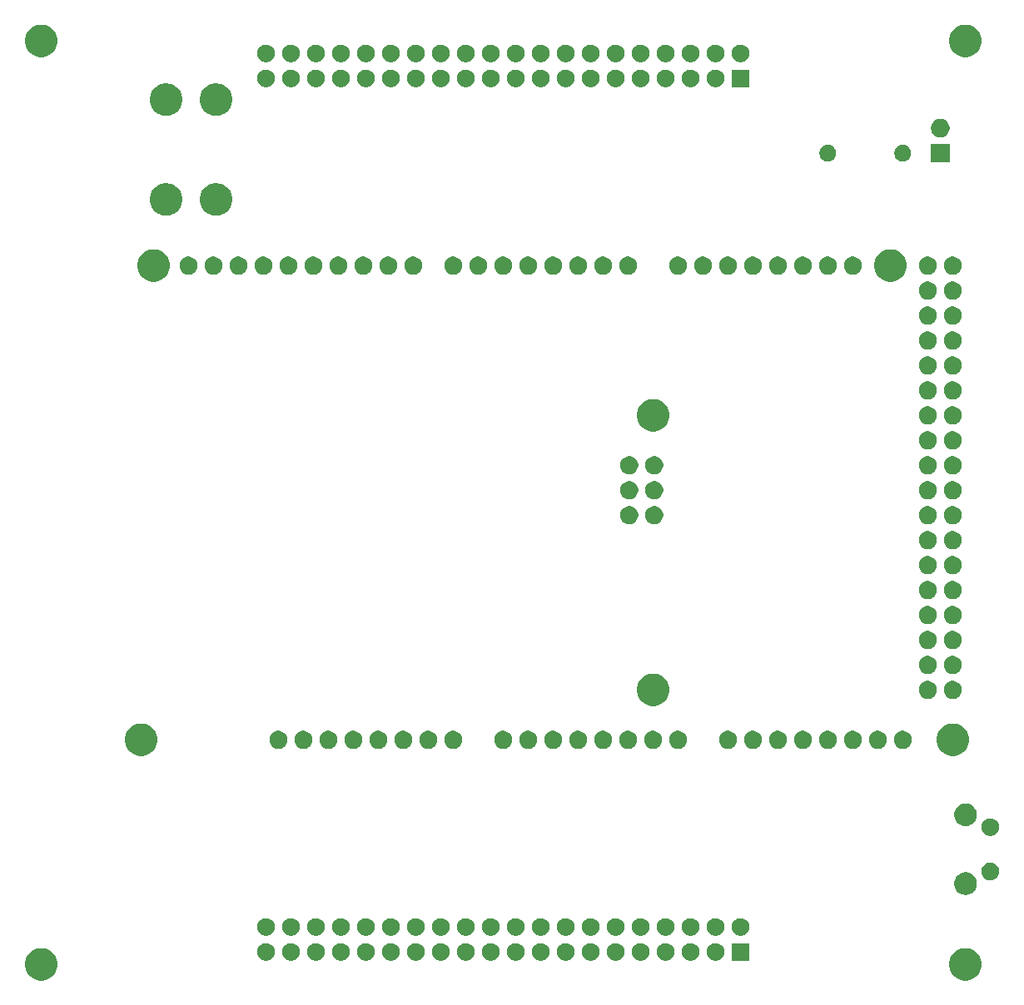
<source format=gbr>
G04 #@! TF.GenerationSoftware,KiCad,Pcbnew,(5.1.5-0-10_14)*
G04 #@! TF.CreationDate,2020-04-15T22:36:55+02:00*
G04 #@! TF.ProjectId,Debugger,44656275-6767-4657-922e-6b696361645f,rev?*
G04 #@! TF.SameCoordinates,Original*
G04 #@! TF.FileFunction,Soldermask,Top*
G04 #@! TF.FilePolarity,Negative*
%FSLAX46Y46*%
G04 Gerber Fmt 4.6, Leading zero omitted, Abs format (unit mm)*
G04 Created by KiCad (PCBNEW (5.1.5-0-10_14)) date 2020-04-15 22:36:55*
%MOMM*%
%LPD*%
G04 APERTURE LIST*
%ADD10C,0.100000*%
G04 APERTURE END LIST*
D10*
X125135000Y-109240000D02*
G75*
G03X125135000Y-109240000I-635000J0D01*
G01*
X125135000Y-116240000D02*
G75*
G03X125135000Y-116240000I-635000J0D01*
G01*
X127444500Y-114990000D02*
G75*
G03X127444500Y-114990000I-444500J0D01*
G01*
X127444500Y-110490000D02*
G75*
G03X127444500Y-110490000I-444500J0D01*
G01*
G36*
X124835256Y-122851298D02*
G01*
X124941579Y-122872447D01*
X125242042Y-122996903D01*
X125512451Y-123177585D01*
X125742415Y-123407549D01*
X125923097Y-123677958D01*
X126047553Y-123978421D01*
X126111000Y-124297391D01*
X126111000Y-124622609D01*
X126047553Y-124941579D01*
X125923097Y-125242042D01*
X125742415Y-125512451D01*
X125512451Y-125742415D01*
X125242042Y-125923097D01*
X124941579Y-126047553D01*
X124835256Y-126068702D01*
X124622611Y-126111000D01*
X124297389Y-126111000D01*
X124084744Y-126068702D01*
X123978421Y-126047553D01*
X123677958Y-125923097D01*
X123407549Y-125742415D01*
X123177585Y-125512451D01*
X122996903Y-125242042D01*
X122872447Y-124941579D01*
X122809000Y-124622609D01*
X122809000Y-124297391D01*
X122872447Y-123978421D01*
X122996903Y-123677958D01*
X123177585Y-123407549D01*
X123407549Y-123177585D01*
X123677958Y-122996903D01*
X123978421Y-122872447D01*
X124084744Y-122851298D01*
X124297389Y-122809000D01*
X124622611Y-122809000D01*
X124835256Y-122851298D01*
G37*
G36*
X30855256Y-122851298D02*
G01*
X30961579Y-122872447D01*
X31262042Y-122996903D01*
X31532451Y-123177585D01*
X31762415Y-123407549D01*
X31943097Y-123677958D01*
X32067553Y-123978421D01*
X32131000Y-124297391D01*
X32131000Y-124622609D01*
X32067553Y-124941579D01*
X31943097Y-125242042D01*
X31762415Y-125512451D01*
X31532451Y-125742415D01*
X31262042Y-125923097D01*
X30961579Y-126047553D01*
X30855256Y-126068702D01*
X30642611Y-126111000D01*
X30317389Y-126111000D01*
X30104744Y-126068702D01*
X29998421Y-126047553D01*
X29697958Y-125923097D01*
X29427549Y-125742415D01*
X29197585Y-125512451D01*
X29016903Y-125242042D01*
X28892447Y-124941579D01*
X28829000Y-124622609D01*
X28829000Y-124297391D01*
X28892447Y-123978421D01*
X29016903Y-123677958D01*
X29197585Y-123407549D01*
X29427549Y-123177585D01*
X29697958Y-122996903D01*
X29998421Y-122872447D01*
X30104744Y-122851298D01*
X30317389Y-122809000D01*
X30642611Y-122809000D01*
X30855256Y-122851298D01*
G37*
G36*
X96633512Y-122293927D02*
G01*
X96782812Y-122323624D01*
X96946784Y-122391544D01*
X97094354Y-122490147D01*
X97219853Y-122615646D01*
X97318456Y-122763216D01*
X97386376Y-122927188D01*
X97421000Y-123101259D01*
X97421000Y-123278741D01*
X97386376Y-123452812D01*
X97318456Y-123616784D01*
X97219853Y-123764354D01*
X97094354Y-123889853D01*
X96946784Y-123988456D01*
X96782812Y-124056376D01*
X96633512Y-124086073D01*
X96608742Y-124091000D01*
X96431258Y-124091000D01*
X96406488Y-124086073D01*
X96257188Y-124056376D01*
X96093216Y-123988456D01*
X95945646Y-123889853D01*
X95820147Y-123764354D01*
X95721544Y-123616784D01*
X95653624Y-123452812D01*
X95619000Y-123278741D01*
X95619000Y-123101259D01*
X95653624Y-122927188D01*
X95721544Y-122763216D01*
X95820147Y-122615646D01*
X95945646Y-122490147D01*
X96093216Y-122391544D01*
X96257188Y-122323624D01*
X96406488Y-122293927D01*
X96431258Y-122289000D01*
X96608742Y-122289000D01*
X96633512Y-122293927D01*
G37*
G36*
X94093512Y-122293927D02*
G01*
X94242812Y-122323624D01*
X94406784Y-122391544D01*
X94554354Y-122490147D01*
X94679853Y-122615646D01*
X94778456Y-122763216D01*
X94846376Y-122927188D01*
X94881000Y-123101259D01*
X94881000Y-123278741D01*
X94846376Y-123452812D01*
X94778456Y-123616784D01*
X94679853Y-123764354D01*
X94554354Y-123889853D01*
X94406784Y-123988456D01*
X94242812Y-124056376D01*
X94093512Y-124086073D01*
X94068742Y-124091000D01*
X93891258Y-124091000D01*
X93866488Y-124086073D01*
X93717188Y-124056376D01*
X93553216Y-123988456D01*
X93405646Y-123889853D01*
X93280147Y-123764354D01*
X93181544Y-123616784D01*
X93113624Y-123452812D01*
X93079000Y-123278741D01*
X93079000Y-123101259D01*
X93113624Y-122927188D01*
X93181544Y-122763216D01*
X93280147Y-122615646D01*
X93405646Y-122490147D01*
X93553216Y-122391544D01*
X93717188Y-122323624D01*
X93866488Y-122293927D01*
X93891258Y-122289000D01*
X94068742Y-122289000D01*
X94093512Y-122293927D01*
G37*
G36*
X91553512Y-122293927D02*
G01*
X91702812Y-122323624D01*
X91866784Y-122391544D01*
X92014354Y-122490147D01*
X92139853Y-122615646D01*
X92238456Y-122763216D01*
X92306376Y-122927188D01*
X92341000Y-123101259D01*
X92341000Y-123278741D01*
X92306376Y-123452812D01*
X92238456Y-123616784D01*
X92139853Y-123764354D01*
X92014354Y-123889853D01*
X91866784Y-123988456D01*
X91702812Y-124056376D01*
X91553512Y-124086073D01*
X91528742Y-124091000D01*
X91351258Y-124091000D01*
X91326488Y-124086073D01*
X91177188Y-124056376D01*
X91013216Y-123988456D01*
X90865646Y-123889853D01*
X90740147Y-123764354D01*
X90641544Y-123616784D01*
X90573624Y-123452812D01*
X90539000Y-123278741D01*
X90539000Y-123101259D01*
X90573624Y-122927188D01*
X90641544Y-122763216D01*
X90740147Y-122615646D01*
X90865646Y-122490147D01*
X91013216Y-122391544D01*
X91177188Y-122323624D01*
X91326488Y-122293927D01*
X91351258Y-122289000D01*
X91528742Y-122289000D01*
X91553512Y-122293927D01*
G37*
G36*
X89013512Y-122293927D02*
G01*
X89162812Y-122323624D01*
X89326784Y-122391544D01*
X89474354Y-122490147D01*
X89599853Y-122615646D01*
X89698456Y-122763216D01*
X89766376Y-122927188D01*
X89801000Y-123101259D01*
X89801000Y-123278741D01*
X89766376Y-123452812D01*
X89698456Y-123616784D01*
X89599853Y-123764354D01*
X89474354Y-123889853D01*
X89326784Y-123988456D01*
X89162812Y-124056376D01*
X89013512Y-124086073D01*
X88988742Y-124091000D01*
X88811258Y-124091000D01*
X88786488Y-124086073D01*
X88637188Y-124056376D01*
X88473216Y-123988456D01*
X88325646Y-123889853D01*
X88200147Y-123764354D01*
X88101544Y-123616784D01*
X88033624Y-123452812D01*
X87999000Y-123278741D01*
X87999000Y-123101259D01*
X88033624Y-122927188D01*
X88101544Y-122763216D01*
X88200147Y-122615646D01*
X88325646Y-122490147D01*
X88473216Y-122391544D01*
X88637188Y-122323624D01*
X88786488Y-122293927D01*
X88811258Y-122289000D01*
X88988742Y-122289000D01*
X89013512Y-122293927D01*
G37*
G36*
X86473512Y-122293927D02*
G01*
X86622812Y-122323624D01*
X86786784Y-122391544D01*
X86934354Y-122490147D01*
X87059853Y-122615646D01*
X87158456Y-122763216D01*
X87226376Y-122927188D01*
X87261000Y-123101259D01*
X87261000Y-123278741D01*
X87226376Y-123452812D01*
X87158456Y-123616784D01*
X87059853Y-123764354D01*
X86934354Y-123889853D01*
X86786784Y-123988456D01*
X86622812Y-124056376D01*
X86473512Y-124086073D01*
X86448742Y-124091000D01*
X86271258Y-124091000D01*
X86246488Y-124086073D01*
X86097188Y-124056376D01*
X85933216Y-123988456D01*
X85785646Y-123889853D01*
X85660147Y-123764354D01*
X85561544Y-123616784D01*
X85493624Y-123452812D01*
X85459000Y-123278741D01*
X85459000Y-123101259D01*
X85493624Y-122927188D01*
X85561544Y-122763216D01*
X85660147Y-122615646D01*
X85785646Y-122490147D01*
X85933216Y-122391544D01*
X86097188Y-122323624D01*
X86246488Y-122293927D01*
X86271258Y-122289000D01*
X86448742Y-122289000D01*
X86473512Y-122293927D01*
G37*
G36*
X83933512Y-122293927D02*
G01*
X84082812Y-122323624D01*
X84246784Y-122391544D01*
X84394354Y-122490147D01*
X84519853Y-122615646D01*
X84618456Y-122763216D01*
X84686376Y-122927188D01*
X84721000Y-123101259D01*
X84721000Y-123278741D01*
X84686376Y-123452812D01*
X84618456Y-123616784D01*
X84519853Y-123764354D01*
X84394354Y-123889853D01*
X84246784Y-123988456D01*
X84082812Y-124056376D01*
X83933512Y-124086073D01*
X83908742Y-124091000D01*
X83731258Y-124091000D01*
X83706488Y-124086073D01*
X83557188Y-124056376D01*
X83393216Y-123988456D01*
X83245646Y-123889853D01*
X83120147Y-123764354D01*
X83021544Y-123616784D01*
X82953624Y-123452812D01*
X82919000Y-123278741D01*
X82919000Y-123101259D01*
X82953624Y-122927188D01*
X83021544Y-122763216D01*
X83120147Y-122615646D01*
X83245646Y-122490147D01*
X83393216Y-122391544D01*
X83557188Y-122323624D01*
X83706488Y-122293927D01*
X83731258Y-122289000D01*
X83908742Y-122289000D01*
X83933512Y-122293927D01*
G37*
G36*
X81393512Y-122293927D02*
G01*
X81542812Y-122323624D01*
X81706784Y-122391544D01*
X81854354Y-122490147D01*
X81979853Y-122615646D01*
X82078456Y-122763216D01*
X82146376Y-122927188D01*
X82181000Y-123101259D01*
X82181000Y-123278741D01*
X82146376Y-123452812D01*
X82078456Y-123616784D01*
X81979853Y-123764354D01*
X81854354Y-123889853D01*
X81706784Y-123988456D01*
X81542812Y-124056376D01*
X81393512Y-124086073D01*
X81368742Y-124091000D01*
X81191258Y-124091000D01*
X81166488Y-124086073D01*
X81017188Y-124056376D01*
X80853216Y-123988456D01*
X80705646Y-123889853D01*
X80580147Y-123764354D01*
X80481544Y-123616784D01*
X80413624Y-123452812D01*
X80379000Y-123278741D01*
X80379000Y-123101259D01*
X80413624Y-122927188D01*
X80481544Y-122763216D01*
X80580147Y-122615646D01*
X80705646Y-122490147D01*
X80853216Y-122391544D01*
X81017188Y-122323624D01*
X81166488Y-122293927D01*
X81191258Y-122289000D01*
X81368742Y-122289000D01*
X81393512Y-122293927D01*
G37*
G36*
X78853512Y-122293927D02*
G01*
X79002812Y-122323624D01*
X79166784Y-122391544D01*
X79314354Y-122490147D01*
X79439853Y-122615646D01*
X79538456Y-122763216D01*
X79606376Y-122927188D01*
X79641000Y-123101259D01*
X79641000Y-123278741D01*
X79606376Y-123452812D01*
X79538456Y-123616784D01*
X79439853Y-123764354D01*
X79314354Y-123889853D01*
X79166784Y-123988456D01*
X79002812Y-124056376D01*
X78853512Y-124086073D01*
X78828742Y-124091000D01*
X78651258Y-124091000D01*
X78626488Y-124086073D01*
X78477188Y-124056376D01*
X78313216Y-123988456D01*
X78165646Y-123889853D01*
X78040147Y-123764354D01*
X77941544Y-123616784D01*
X77873624Y-123452812D01*
X77839000Y-123278741D01*
X77839000Y-123101259D01*
X77873624Y-122927188D01*
X77941544Y-122763216D01*
X78040147Y-122615646D01*
X78165646Y-122490147D01*
X78313216Y-122391544D01*
X78477188Y-122323624D01*
X78626488Y-122293927D01*
X78651258Y-122289000D01*
X78828742Y-122289000D01*
X78853512Y-122293927D01*
G37*
G36*
X76313512Y-122293927D02*
G01*
X76462812Y-122323624D01*
X76626784Y-122391544D01*
X76774354Y-122490147D01*
X76899853Y-122615646D01*
X76998456Y-122763216D01*
X77066376Y-122927188D01*
X77101000Y-123101259D01*
X77101000Y-123278741D01*
X77066376Y-123452812D01*
X76998456Y-123616784D01*
X76899853Y-123764354D01*
X76774354Y-123889853D01*
X76626784Y-123988456D01*
X76462812Y-124056376D01*
X76313512Y-124086073D01*
X76288742Y-124091000D01*
X76111258Y-124091000D01*
X76086488Y-124086073D01*
X75937188Y-124056376D01*
X75773216Y-123988456D01*
X75625646Y-123889853D01*
X75500147Y-123764354D01*
X75401544Y-123616784D01*
X75333624Y-123452812D01*
X75299000Y-123278741D01*
X75299000Y-123101259D01*
X75333624Y-122927188D01*
X75401544Y-122763216D01*
X75500147Y-122615646D01*
X75625646Y-122490147D01*
X75773216Y-122391544D01*
X75937188Y-122323624D01*
X76086488Y-122293927D01*
X76111258Y-122289000D01*
X76288742Y-122289000D01*
X76313512Y-122293927D01*
G37*
G36*
X73773512Y-122293927D02*
G01*
X73922812Y-122323624D01*
X74086784Y-122391544D01*
X74234354Y-122490147D01*
X74359853Y-122615646D01*
X74458456Y-122763216D01*
X74526376Y-122927188D01*
X74561000Y-123101259D01*
X74561000Y-123278741D01*
X74526376Y-123452812D01*
X74458456Y-123616784D01*
X74359853Y-123764354D01*
X74234354Y-123889853D01*
X74086784Y-123988456D01*
X73922812Y-124056376D01*
X73773512Y-124086073D01*
X73748742Y-124091000D01*
X73571258Y-124091000D01*
X73546488Y-124086073D01*
X73397188Y-124056376D01*
X73233216Y-123988456D01*
X73085646Y-123889853D01*
X72960147Y-123764354D01*
X72861544Y-123616784D01*
X72793624Y-123452812D01*
X72759000Y-123278741D01*
X72759000Y-123101259D01*
X72793624Y-122927188D01*
X72861544Y-122763216D01*
X72960147Y-122615646D01*
X73085646Y-122490147D01*
X73233216Y-122391544D01*
X73397188Y-122323624D01*
X73546488Y-122293927D01*
X73571258Y-122289000D01*
X73748742Y-122289000D01*
X73773512Y-122293927D01*
G37*
G36*
X71233512Y-122293927D02*
G01*
X71382812Y-122323624D01*
X71546784Y-122391544D01*
X71694354Y-122490147D01*
X71819853Y-122615646D01*
X71918456Y-122763216D01*
X71986376Y-122927188D01*
X72021000Y-123101259D01*
X72021000Y-123278741D01*
X71986376Y-123452812D01*
X71918456Y-123616784D01*
X71819853Y-123764354D01*
X71694354Y-123889853D01*
X71546784Y-123988456D01*
X71382812Y-124056376D01*
X71233512Y-124086073D01*
X71208742Y-124091000D01*
X71031258Y-124091000D01*
X71006488Y-124086073D01*
X70857188Y-124056376D01*
X70693216Y-123988456D01*
X70545646Y-123889853D01*
X70420147Y-123764354D01*
X70321544Y-123616784D01*
X70253624Y-123452812D01*
X70219000Y-123278741D01*
X70219000Y-123101259D01*
X70253624Y-122927188D01*
X70321544Y-122763216D01*
X70420147Y-122615646D01*
X70545646Y-122490147D01*
X70693216Y-122391544D01*
X70857188Y-122323624D01*
X71006488Y-122293927D01*
X71031258Y-122289000D01*
X71208742Y-122289000D01*
X71233512Y-122293927D01*
G37*
G36*
X68693512Y-122293927D02*
G01*
X68842812Y-122323624D01*
X69006784Y-122391544D01*
X69154354Y-122490147D01*
X69279853Y-122615646D01*
X69378456Y-122763216D01*
X69446376Y-122927188D01*
X69481000Y-123101259D01*
X69481000Y-123278741D01*
X69446376Y-123452812D01*
X69378456Y-123616784D01*
X69279853Y-123764354D01*
X69154354Y-123889853D01*
X69006784Y-123988456D01*
X68842812Y-124056376D01*
X68693512Y-124086073D01*
X68668742Y-124091000D01*
X68491258Y-124091000D01*
X68466488Y-124086073D01*
X68317188Y-124056376D01*
X68153216Y-123988456D01*
X68005646Y-123889853D01*
X67880147Y-123764354D01*
X67781544Y-123616784D01*
X67713624Y-123452812D01*
X67679000Y-123278741D01*
X67679000Y-123101259D01*
X67713624Y-122927188D01*
X67781544Y-122763216D01*
X67880147Y-122615646D01*
X68005646Y-122490147D01*
X68153216Y-122391544D01*
X68317188Y-122323624D01*
X68466488Y-122293927D01*
X68491258Y-122289000D01*
X68668742Y-122289000D01*
X68693512Y-122293927D01*
G37*
G36*
X66153512Y-122293927D02*
G01*
X66302812Y-122323624D01*
X66466784Y-122391544D01*
X66614354Y-122490147D01*
X66739853Y-122615646D01*
X66838456Y-122763216D01*
X66906376Y-122927188D01*
X66941000Y-123101259D01*
X66941000Y-123278741D01*
X66906376Y-123452812D01*
X66838456Y-123616784D01*
X66739853Y-123764354D01*
X66614354Y-123889853D01*
X66466784Y-123988456D01*
X66302812Y-124056376D01*
X66153512Y-124086073D01*
X66128742Y-124091000D01*
X65951258Y-124091000D01*
X65926488Y-124086073D01*
X65777188Y-124056376D01*
X65613216Y-123988456D01*
X65465646Y-123889853D01*
X65340147Y-123764354D01*
X65241544Y-123616784D01*
X65173624Y-123452812D01*
X65139000Y-123278741D01*
X65139000Y-123101259D01*
X65173624Y-122927188D01*
X65241544Y-122763216D01*
X65340147Y-122615646D01*
X65465646Y-122490147D01*
X65613216Y-122391544D01*
X65777188Y-122323624D01*
X65926488Y-122293927D01*
X65951258Y-122289000D01*
X66128742Y-122289000D01*
X66153512Y-122293927D01*
G37*
G36*
X63613512Y-122293927D02*
G01*
X63762812Y-122323624D01*
X63926784Y-122391544D01*
X64074354Y-122490147D01*
X64199853Y-122615646D01*
X64298456Y-122763216D01*
X64366376Y-122927188D01*
X64401000Y-123101259D01*
X64401000Y-123278741D01*
X64366376Y-123452812D01*
X64298456Y-123616784D01*
X64199853Y-123764354D01*
X64074354Y-123889853D01*
X63926784Y-123988456D01*
X63762812Y-124056376D01*
X63613512Y-124086073D01*
X63588742Y-124091000D01*
X63411258Y-124091000D01*
X63386488Y-124086073D01*
X63237188Y-124056376D01*
X63073216Y-123988456D01*
X62925646Y-123889853D01*
X62800147Y-123764354D01*
X62701544Y-123616784D01*
X62633624Y-123452812D01*
X62599000Y-123278741D01*
X62599000Y-123101259D01*
X62633624Y-122927188D01*
X62701544Y-122763216D01*
X62800147Y-122615646D01*
X62925646Y-122490147D01*
X63073216Y-122391544D01*
X63237188Y-122323624D01*
X63386488Y-122293927D01*
X63411258Y-122289000D01*
X63588742Y-122289000D01*
X63613512Y-122293927D01*
G37*
G36*
X61073512Y-122293927D02*
G01*
X61222812Y-122323624D01*
X61386784Y-122391544D01*
X61534354Y-122490147D01*
X61659853Y-122615646D01*
X61758456Y-122763216D01*
X61826376Y-122927188D01*
X61861000Y-123101259D01*
X61861000Y-123278741D01*
X61826376Y-123452812D01*
X61758456Y-123616784D01*
X61659853Y-123764354D01*
X61534354Y-123889853D01*
X61386784Y-123988456D01*
X61222812Y-124056376D01*
X61073512Y-124086073D01*
X61048742Y-124091000D01*
X60871258Y-124091000D01*
X60846488Y-124086073D01*
X60697188Y-124056376D01*
X60533216Y-123988456D01*
X60385646Y-123889853D01*
X60260147Y-123764354D01*
X60161544Y-123616784D01*
X60093624Y-123452812D01*
X60059000Y-123278741D01*
X60059000Y-123101259D01*
X60093624Y-122927188D01*
X60161544Y-122763216D01*
X60260147Y-122615646D01*
X60385646Y-122490147D01*
X60533216Y-122391544D01*
X60697188Y-122323624D01*
X60846488Y-122293927D01*
X60871258Y-122289000D01*
X61048742Y-122289000D01*
X61073512Y-122293927D01*
G37*
G36*
X58533512Y-122293927D02*
G01*
X58682812Y-122323624D01*
X58846784Y-122391544D01*
X58994354Y-122490147D01*
X59119853Y-122615646D01*
X59218456Y-122763216D01*
X59286376Y-122927188D01*
X59321000Y-123101259D01*
X59321000Y-123278741D01*
X59286376Y-123452812D01*
X59218456Y-123616784D01*
X59119853Y-123764354D01*
X58994354Y-123889853D01*
X58846784Y-123988456D01*
X58682812Y-124056376D01*
X58533512Y-124086073D01*
X58508742Y-124091000D01*
X58331258Y-124091000D01*
X58306488Y-124086073D01*
X58157188Y-124056376D01*
X57993216Y-123988456D01*
X57845646Y-123889853D01*
X57720147Y-123764354D01*
X57621544Y-123616784D01*
X57553624Y-123452812D01*
X57519000Y-123278741D01*
X57519000Y-123101259D01*
X57553624Y-122927188D01*
X57621544Y-122763216D01*
X57720147Y-122615646D01*
X57845646Y-122490147D01*
X57993216Y-122391544D01*
X58157188Y-122323624D01*
X58306488Y-122293927D01*
X58331258Y-122289000D01*
X58508742Y-122289000D01*
X58533512Y-122293927D01*
G37*
G36*
X55993512Y-122293927D02*
G01*
X56142812Y-122323624D01*
X56306784Y-122391544D01*
X56454354Y-122490147D01*
X56579853Y-122615646D01*
X56678456Y-122763216D01*
X56746376Y-122927188D01*
X56781000Y-123101259D01*
X56781000Y-123278741D01*
X56746376Y-123452812D01*
X56678456Y-123616784D01*
X56579853Y-123764354D01*
X56454354Y-123889853D01*
X56306784Y-123988456D01*
X56142812Y-124056376D01*
X55993512Y-124086073D01*
X55968742Y-124091000D01*
X55791258Y-124091000D01*
X55766488Y-124086073D01*
X55617188Y-124056376D01*
X55453216Y-123988456D01*
X55305646Y-123889853D01*
X55180147Y-123764354D01*
X55081544Y-123616784D01*
X55013624Y-123452812D01*
X54979000Y-123278741D01*
X54979000Y-123101259D01*
X55013624Y-122927188D01*
X55081544Y-122763216D01*
X55180147Y-122615646D01*
X55305646Y-122490147D01*
X55453216Y-122391544D01*
X55617188Y-122323624D01*
X55766488Y-122293927D01*
X55791258Y-122289000D01*
X55968742Y-122289000D01*
X55993512Y-122293927D01*
G37*
G36*
X53453512Y-122293927D02*
G01*
X53602812Y-122323624D01*
X53766784Y-122391544D01*
X53914354Y-122490147D01*
X54039853Y-122615646D01*
X54138456Y-122763216D01*
X54206376Y-122927188D01*
X54241000Y-123101259D01*
X54241000Y-123278741D01*
X54206376Y-123452812D01*
X54138456Y-123616784D01*
X54039853Y-123764354D01*
X53914354Y-123889853D01*
X53766784Y-123988456D01*
X53602812Y-124056376D01*
X53453512Y-124086073D01*
X53428742Y-124091000D01*
X53251258Y-124091000D01*
X53226488Y-124086073D01*
X53077188Y-124056376D01*
X52913216Y-123988456D01*
X52765646Y-123889853D01*
X52640147Y-123764354D01*
X52541544Y-123616784D01*
X52473624Y-123452812D01*
X52439000Y-123278741D01*
X52439000Y-123101259D01*
X52473624Y-122927188D01*
X52541544Y-122763216D01*
X52640147Y-122615646D01*
X52765646Y-122490147D01*
X52913216Y-122391544D01*
X53077188Y-122323624D01*
X53226488Y-122293927D01*
X53251258Y-122289000D01*
X53428742Y-122289000D01*
X53453512Y-122293927D01*
G37*
G36*
X99173512Y-122293927D02*
G01*
X99322812Y-122323624D01*
X99486784Y-122391544D01*
X99634354Y-122490147D01*
X99759853Y-122615646D01*
X99858456Y-122763216D01*
X99926376Y-122927188D01*
X99961000Y-123101259D01*
X99961000Y-123278741D01*
X99926376Y-123452812D01*
X99858456Y-123616784D01*
X99759853Y-123764354D01*
X99634354Y-123889853D01*
X99486784Y-123988456D01*
X99322812Y-124056376D01*
X99173512Y-124086073D01*
X99148742Y-124091000D01*
X98971258Y-124091000D01*
X98946488Y-124086073D01*
X98797188Y-124056376D01*
X98633216Y-123988456D01*
X98485646Y-123889853D01*
X98360147Y-123764354D01*
X98261544Y-123616784D01*
X98193624Y-123452812D01*
X98159000Y-123278741D01*
X98159000Y-123101259D01*
X98193624Y-122927188D01*
X98261544Y-122763216D01*
X98360147Y-122615646D01*
X98485646Y-122490147D01*
X98633216Y-122391544D01*
X98797188Y-122323624D01*
X98946488Y-122293927D01*
X98971258Y-122289000D01*
X99148742Y-122289000D01*
X99173512Y-122293927D01*
G37*
G36*
X102501000Y-124091000D02*
G01*
X100699000Y-124091000D01*
X100699000Y-122289000D01*
X102501000Y-122289000D01*
X102501000Y-124091000D01*
G37*
G36*
X78853512Y-119753927D02*
G01*
X79002812Y-119783624D01*
X79166784Y-119851544D01*
X79314354Y-119950147D01*
X79439853Y-120075646D01*
X79538456Y-120223216D01*
X79606376Y-120387188D01*
X79641000Y-120561259D01*
X79641000Y-120738741D01*
X79606376Y-120912812D01*
X79538456Y-121076784D01*
X79439853Y-121224354D01*
X79314354Y-121349853D01*
X79166784Y-121448456D01*
X79002812Y-121516376D01*
X78853512Y-121546073D01*
X78828742Y-121551000D01*
X78651258Y-121551000D01*
X78626488Y-121546073D01*
X78477188Y-121516376D01*
X78313216Y-121448456D01*
X78165646Y-121349853D01*
X78040147Y-121224354D01*
X77941544Y-121076784D01*
X77873624Y-120912812D01*
X77839000Y-120738741D01*
X77839000Y-120561259D01*
X77873624Y-120387188D01*
X77941544Y-120223216D01*
X78040147Y-120075646D01*
X78165646Y-119950147D01*
X78313216Y-119851544D01*
X78477188Y-119783624D01*
X78626488Y-119753927D01*
X78651258Y-119749000D01*
X78828742Y-119749000D01*
X78853512Y-119753927D01*
G37*
G36*
X53453512Y-119753927D02*
G01*
X53602812Y-119783624D01*
X53766784Y-119851544D01*
X53914354Y-119950147D01*
X54039853Y-120075646D01*
X54138456Y-120223216D01*
X54206376Y-120387188D01*
X54241000Y-120561259D01*
X54241000Y-120738741D01*
X54206376Y-120912812D01*
X54138456Y-121076784D01*
X54039853Y-121224354D01*
X53914354Y-121349853D01*
X53766784Y-121448456D01*
X53602812Y-121516376D01*
X53453512Y-121546073D01*
X53428742Y-121551000D01*
X53251258Y-121551000D01*
X53226488Y-121546073D01*
X53077188Y-121516376D01*
X52913216Y-121448456D01*
X52765646Y-121349853D01*
X52640147Y-121224354D01*
X52541544Y-121076784D01*
X52473624Y-120912812D01*
X52439000Y-120738741D01*
X52439000Y-120561259D01*
X52473624Y-120387188D01*
X52541544Y-120223216D01*
X52640147Y-120075646D01*
X52765646Y-119950147D01*
X52913216Y-119851544D01*
X53077188Y-119783624D01*
X53226488Y-119753927D01*
X53251258Y-119749000D01*
X53428742Y-119749000D01*
X53453512Y-119753927D01*
G37*
G36*
X101713512Y-119753927D02*
G01*
X101862812Y-119783624D01*
X102026784Y-119851544D01*
X102174354Y-119950147D01*
X102299853Y-120075646D01*
X102398456Y-120223216D01*
X102466376Y-120387188D01*
X102501000Y-120561259D01*
X102501000Y-120738741D01*
X102466376Y-120912812D01*
X102398456Y-121076784D01*
X102299853Y-121224354D01*
X102174354Y-121349853D01*
X102026784Y-121448456D01*
X101862812Y-121516376D01*
X101713512Y-121546073D01*
X101688742Y-121551000D01*
X101511258Y-121551000D01*
X101486488Y-121546073D01*
X101337188Y-121516376D01*
X101173216Y-121448456D01*
X101025646Y-121349853D01*
X100900147Y-121224354D01*
X100801544Y-121076784D01*
X100733624Y-120912812D01*
X100699000Y-120738741D01*
X100699000Y-120561259D01*
X100733624Y-120387188D01*
X100801544Y-120223216D01*
X100900147Y-120075646D01*
X101025646Y-119950147D01*
X101173216Y-119851544D01*
X101337188Y-119783624D01*
X101486488Y-119753927D01*
X101511258Y-119749000D01*
X101688742Y-119749000D01*
X101713512Y-119753927D01*
G37*
G36*
X55993512Y-119753927D02*
G01*
X56142812Y-119783624D01*
X56306784Y-119851544D01*
X56454354Y-119950147D01*
X56579853Y-120075646D01*
X56678456Y-120223216D01*
X56746376Y-120387188D01*
X56781000Y-120561259D01*
X56781000Y-120738741D01*
X56746376Y-120912812D01*
X56678456Y-121076784D01*
X56579853Y-121224354D01*
X56454354Y-121349853D01*
X56306784Y-121448456D01*
X56142812Y-121516376D01*
X55993512Y-121546073D01*
X55968742Y-121551000D01*
X55791258Y-121551000D01*
X55766488Y-121546073D01*
X55617188Y-121516376D01*
X55453216Y-121448456D01*
X55305646Y-121349853D01*
X55180147Y-121224354D01*
X55081544Y-121076784D01*
X55013624Y-120912812D01*
X54979000Y-120738741D01*
X54979000Y-120561259D01*
X55013624Y-120387188D01*
X55081544Y-120223216D01*
X55180147Y-120075646D01*
X55305646Y-119950147D01*
X55453216Y-119851544D01*
X55617188Y-119783624D01*
X55766488Y-119753927D01*
X55791258Y-119749000D01*
X55968742Y-119749000D01*
X55993512Y-119753927D01*
G37*
G36*
X99173512Y-119753927D02*
G01*
X99322812Y-119783624D01*
X99486784Y-119851544D01*
X99634354Y-119950147D01*
X99759853Y-120075646D01*
X99858456Y-120223216D01*
X99926376Y-120387188D01*
X99961000Y-120561259D01*
X99961000Y-120738741D01*
X99926376Y-120912812D01*
X99858456Y-121076784D01*
X99759853Y-121224354D01*
X99634354Y-121349853D01*
X99486784Y-121448456D01*
X99322812Y-121516376D01*
X99173512Y-121546073D01*
X99148742Y-121551000D01*
X98971258Y-121551000D01*
X98946488Y-121546073D01*
X98797188Y-121516376D01*
X98633216Y-121448456D01*
X98485646Y-121349853D01*
X98360147Y-121224354D01*
X98261544Y-121076784D01*
X98193624Y-120912812D01*
X98159000Y-120738741D01*
X98159000Y-120561259D01*
X98193624Y-120387188D01*
X98261544Y-120223216D01*
X98360147Y-120075646D01*
X98485646Y-119950147D01*
X98633216Y-119851544D01*
X98797188Y-119783624D01*
X98946488Y-119753927D01*
X98971258Y-119749000D01*
X99148742Y-119749000D01*
X99173512Y-119753927D01*
G37*
G36*
X58533512Y-119753927D02*
G01*
X58682812Y-119783624D01*
X58846784Y-119851544D01*
X58994354Y-119950147D01*
X59119853Y-120075646D01*
X59218456Y-120223216D01*
X59286376Y-120387188D01*
X59321000Y-120561259D01*
X59321000Y-120738741D01*
X59286376Y-120912812D01*
X59218456Y-121076784D01*
X59119853Y-121224354D01*
X58994354Y-121349853D01*
X58846784Y-121448456D01*
X58682812Y-121516376D01*
X58533512Y-121546073D01*
X58508742Y-121551000D01*
X58331258Y-121551000D01*
X58306488Y-121546073D01*
X58157188Y-121516376D01*
X57993216Y-121448456D01*
X57845646Y-121349853D01*
X57720147Y-121224354D01*
X57621544Y-121076784D01*
X57553624Y-120912812D01*
X57519000Y-120738741D01*
X57519000Y-120561259D01*
X57553624Y-120387188D01*
X57621544Y-120223216D01*
X57720147Y-120075646D01*
X57845646Y-119950147D01*
X57993216Y-119851544D01*
X58157188Y-119783624D01*
X58306488Y-119753927D01*
X58331258Y-119749000D01*
X58508742Y-119749000D01*
X58533512Y-119753927D01*
G37*
G36*
X96633512Y-119753927D02*
G01*
X96782812Y-119783624D01*
X96946784Y-119851544D01*
X97094354Y-119950147D01*
X97219853Y-120075646D01*
X97318456Y-120223216D01*
X97386376Y-120387188D01*
X97421000Y-120561259D01*
X97421000Y-120738741D01*
X97386376Y-120912812D01*
X97318456Y-121076784D01*
X97219853Y-121224354D01*
X97094354Y-121349853D01*
X96946784Y-121448456D01*
X96782812Y-121516376D01*
X96633512Y-121546073D01*
X96608742Y-121551000D01*
X96431258Y-121551000D01*
X96406488Y-121546073D01*
X96257188Y-121516376D01*
X96093216Y-121448456D01*
X95945646Y-121349853D01*
X95820147Y-121224354D01*
X95721544Y-121076784D01*
X95653624Y-120912812D01*
X95619000Y-120738741D01*
X95619000Y-120561259D01*
X95653624Y-120387188D01*
X95721544Y-120223216D01*
X95820147Y-120075646D01*
X95945646Y-119950147D01*
X96093216Y-119851544D01*
X96257188Y-119783624D01*
X96406488Y-119753927D01*
X96431258Y-119749000D01*
X96608742Y-119749000D01*
X96633512Y-119753927D01*
G37*
G36*
X61073512Y-119753927D02*
G01*
X61222812Y-119783624D01*
X61386784Y-119851544D01*
X61534354Y-119950147D01*
X61659853Y-120075646D01*
X61758456Y-120223216D01*
X61826376Y-120387188D01*
X61861000Y-120561259D01*
X61861000Y-120738741D01*
X61826376Y-120912812D01*
X61758456Y-121076784D01*
X61659853Y-121224354D01*
X61534354Y-121349853D01*
X61386784Y-121448456D01*
X61222812Y-121516376D01*
X61073512Y-121546073D01*
X61048742Y-121551000D01*
X60871258Y-121551000D01*
X60846488Y-121546073D01*
X60697188Y-121516376D01*
X60533216Y-121448456D01*
X60385646Y-121349853D01*
X60260147Y-121224354D01*
X60161544Y-121076784D01*
X60093624Y-120912812D01*
X60059000Y-120738741D01*
X60059000Y-120561259D01*
X60093624Y-120387188D01*
X60161544Y-120223216D01*
X60260147Y-120075646D01*
X60385646Y-119950147D01*
X60533216Y-119851544D01*
X60697188Y-119783624D01*
X60846488Y-119753927D01*
X60871258Y-119749000D01*
X61048742Y-119749000D01*
X61073512Y-119753927D01*
G37*
G36*
X94093512Y-119753927D02*
G01*
X94242812Y-119783624D01*
X94406784Y-119851544D01*
X94554354Y-119950147D01*
X94679853Y-120075646D01*
X94778456Y-120223216D01*
X94846376Y-120387188D01*
X94881000Y-120561259D01*
X94881000Y-120738741D01*
X94846376Y-120912812D01*
X94778456Y-121076784D01*
X94679853Y-121224354D01*
X94554354Y-121349853D01*
X94406784Y-121448456D01*
X94242812Y-121516376D01*
X94093512Y-121546073D01*
X94068742Y-121551000D01*
X93891258Y-121551000D01*
X93866488Y-121546073D01*
X93717188Y-121516376D01*
X93553216Y-121448456D01*
X93405646Y-121349853D01*
X93280147Y-121224354D01*
X93181544Y-121076784D01*
X93113624Y-120912812D01*
X93079000Y-120738741D01*
X93079000Y-120561259D01*
X93113624Y-120387188D01*
X93181544Y-120223216D01*
X93280147Y-120075646D01*
X93405646Y-119950147D01*
X93553216Y-119851544D01*
X93717188Y-119783624D01*
X93866488Y-119753927D01*
X93891258Y-119749000D01*
X94068742Y-119749000D01*
X94093512Y-119753927D01*
G37*
G36*
X63613512Y-119753927D02*
G01*
X63762812Y-119783624D01*
X63926784Y-119851544D01*
X64074354Y-119950147D01*
X64199853Y-120075646D01*
X64298456Y-120223216D01*
X64366376Y-120387188D01*
X64401000Y-120561259D01*
X64401000Y-120738741D01*
X64366376Y-120912812D01*
X64298456Y-121076784D01*
X64199853Y-121224354D01*
X64074354Y-121349853D01*
X63926784Y-121448456D01*
X63762812Y-121516376D01*
X63613512Y-121546073D01*
X63588742Y-121551000D01*
X63411258Y-121551000D01*
X63386488Y-121546073D01*
X63237188Y-121516376D01*
X63073216Y-121448456D01*
X62925646Y-121349853D01*
X62800147Y-121224354D01*
X62701544Y-121076784D01*
X62633624Y-120912812D01*
X62599000Y-120738741D01*
X62599000Y-120561259D01*
X62633624Y-120387188D01*
X62701544Y-120223216D01*
X62800147Y-120075646D01*
X62925646Y-119950147D01*
X63073216Y-119851544D01*
X63237188Y-119783624D01*
X63386488Y-119753927D01*
X63411258Y-119749000D01*
X63588742Y-119749000D01*
X63613512Y-119753927D01*
G37*
G36*
X91553512Y-119753927D02*
G01*
X91702812Y-119783624D01*
X91866784Y-119851544D01*
X92014354Y-119950147D01*
X92139853Y-120075646D01*
X92238456Y-120223216D01*
X92306376Y-120387188D01*
X92341000Y-120561259D01*
X92341000Y-120738741D01*
X92306376Y-120912812D01*
X92238456Y-121076784D01*
X92139853Y-121224354D01*
X92014354Y-121349853D01*
X91866784Y-121448456D01*
X91702812Y-121516376D01*
X91553512Y-121546073D01*
X91528742Y-121551000D01*
X91351258Y-121551000D01*
X91326488Y-121546073D01*
X91177188Y-121516376D01*
X91013216Y-121448456D01*
X90865646Y-121349853D01*
X90740147Y-121224354D01*
X90641544Y-121076784D01*
X90573624Y-120912812D01*
X90539000Y-120738741D01*
X90539000Y-120561259D01*
X90573624Y-120387188D01*
X90641544Y-120223216D01*
X90740147Y-120075646D01*
X90865646Y-119950147D01*
X91013216Y-119851544D01*
X91177188Y-119783624D01*
X91326488Y-119753927D01*
X91351258Y-119749000D01*
X91528742Y-119749000D01*
X91553512Y-119753927D01*
G37*
G36*
X66153512Y-119753927D02*
G01*
X66302812Y-119783624D01*
X66466784Y-119851544D01*
X66614354Y-119950147D01*
X66739853Y-120075646D01*
X66838456Y-120223216D01*
X66906376Y-120387188D01*
X66941000Y-120561259D01*
X66941000Y-120738741D01*
X66906376Y-120912812D01*
X66838456Y-121076784D01*
X66739853Y-121224354D01*
X66614354Y-121349853D01*
X66466784Y-121448456D01*
X66302812Y-121516376D01*
X66153512Y-121546073D01*
X66128742Y-121551000D01*
X65951258Y-121551000D01*
X65926488Y-121546073D01*
X65777188Y-121516376D01*
X65613216Y-121448456D01*
X65465646Y-121349853D01*
X65340147Y-121224354D01*
X65241544Y-121076784D01*
X65173624Y-120912812D01*
X65139000Y-120738741D01*
X65139000Y-120561259D01*
X65173624Y-120387188D01*
X65241544Y-120223216D01*
X65340147Y-120075646D01*
X65465646Y-119950147D01*
X65613216Y-119851544D01*
X65777188Y-119783624D01*
X65926488Y-119753927D01*
X65951258Y-119749000D01*
X66128742Y-119749000D01*
X66153512Y-119753927D01*
G37*
G36*
X89013512Y-119753927D02*
G01*
X89162812Y-119783624D01*
X89326784Y-119851544D01*
X89474354Y-119950147D01*
X89599853Y-120075646D01*
X89698456Y-120223216D01*
X89766376Y-120387188D01*
X89801000Y-120561259D01*
X89801000Y-120738741D01*
X89766376Y-120912812D01*
X89698456Y-121076784D01*
X89599853Y-121224354D01*
X89474354Y-121349853D01*
X89326784Y-121448456D01*
X89162812Y-121516376D01*
X89013512Y-121546073D01*
X88988742Y-121551000D01*
X88811258Y-121551000D01*
X88786488Y-121546073D01*
X88637188Y-121516376D01*
X88473216Y-121448456D01*
X88325646Y-121349853D01*
X88200147Y-121224354D01*
X88101544Y-121076784D01*
X88033624Y-120912812D01*
X87999000Y-120738741D01*
X87999000Y-120561259D01*
X88033624Y-120387188D01*
X88101544Y-120223216D01*
X88200147Y-120075646D01*
X88325646Y-119950147D01*
X88473216Y-119851544D01*
X88637188Y-119783624D01*
X88786488Y-119753927D01*
X88811258Y-119749000D01*
X88988742Y-119749000D01*
X89013512Y-119753927D01*
G37*
G36*
X68693512Y-119753927D02*
G01*
X68842812Y-119783624D01*
X69006784Y-119851544D01*
X69154354Y-119950147D01*
X69279853Y-120075646D01*
X69378456Y-120223216D01*
X69446376Y-120387188D01*
X69481000Y-120561259D01*
X69481000Y-120738741D01*
X69446376Y-120912812D01*
X69378456Y-121076784D01*
X69279853Y-121224354D01*
X69154354Y-121349853D01*
X69006784Y-121448456D01*
X68842812Y-121516376D01*
X68693512Y-121546073D01*
X68668742Y-121551000D01*
X68491258Y-121551000D01*
X68466488Y-121546073D01*
X68317188Y-121516376D01*
X68153216Y-121448456D01*
X68005646Y-121349853D01*
X67880147Y-121224354D01*
X67781544Y-121076784D01*
X67713624Y-120912812D01*
X67679000Y-120738741D01*
X67679000Y-120561259D01*
X67713624Y-120387188D01*
X67781544Y-120223216D01*
X67880147Y-120075646D01*
X68005646Y-119950147D01*
X68153216Y-119851544D01*
X68317188Y-119783624D01*
X68466488Y-119753927D01*
X68491258Y-119749000D01*
X68668742Y-119749000D01*
X68693512Y-119753927D01*
G37*
G36*
X86473512Y-119753927D02*
G01*
X86622812Y-119783624D01*
X86786784Y-119851544D01*
X86934354Y-119950147D01*
X87059853Y-120075646D01*
X87158456Y-120223216D01*
X87226376Y-120387188D01*
X87261000Y-120561259D01*
X87261000Y-120738741D01*
X87226376Y-120912812D01*
X87158456Y-121076784D01*
X87059853Y-121224354D01*
X86934354Y-121349853D01*
X86786784Y-121448456D01*
X86622812Y-121516376D01*
X86473512Y-121546073D01*
X86448742Y-121551000D01*
X86271258Y-121551000D01*
X86246488Y-121546073D01*
X86097188Y-121516376D01*
X85933216Y-121448456D01*
X85785646Y-121349853D01*
X85660147Y-121224354D01*
X85561544Y-121076784D01*
X85493624Y-120912812D01*
X85459000Y-120738741D01*
X85459000Y-120561259D01*
X85493624Y-120387188D01*
X85561544Y-120223216D01*
X85660147Y-120075646D01*
X85785646Y-119950147D01*
X85933216Y-119851544D01*
X86097188Y-119783624D01*
X86246488Y-119753927D01*
X86271258Y-119749000D01*
X86448742Y-119749000D01*
X86473512Y-119753927D01*
G37*
G36*
X71233512Y-119753927D02*
G01*
X71382812Y-119783624D01*
X71546784Y-119851544D01*
X71694354Y-119950147D01*
X71819853Y-120075646D01*
X71918456Y-120223216D01*
X71986376Y-120387188D01*
X72021000Y-120561259D01*
X72021000Y-120738741D01*
X71986376Y-120912812D01*
X71918456Y-121076784D01*
X71819853Y-121224354D01*
X71694354Y-121349853D01*
X71546784Y-121448456D01*
X71382812Y-121516376D01*
X71233512Y-121546073D01*
X71208742Y-121551000D01*
X71031258Y-121551000D01*
X71006488Y-121546073D01*
X70857188Y-121516376D01*
X70693216Y-121448456D01*
X70545646Y-121349853D01*
X70420147Y-121224354D01*
X70321544Y-121076784D01*
X70253624Y-120912812D01*
X70219000Y-120738741D01*
X70219000Y-120561259D01*
X70253624Y-120387188D01*
X70321544Y-120223216D01*
X70420147Y-120075646D01*
X70545646Y-119950147D01*
X70693216Y-119851544D01*
X70857188Y-119783624D01*
X71006488Y-119753927D01*
X71031258Y-119749000D01*
X71208742Y-119749000D01*
X71233512Y-119753927D01*
G37*
G36*
X83933512Y-119753927D02*
G01*
X84082812Y-119783624D01*
X84246784Y-119851544D01*
X84394354Y-119950147D01*
X84519853Y-120075646D01*
X84618456Y-120223216D01*
X84686376Y-120387188D01*
X84721000Y-120561259D01*
X84721000Y-120738741D01*
X84686376Y-120912812D01*
X84618456Y-121076784D01*
X84519853Y-121224354D01*
X84394354Y-121349853D01*
X84246784Y-121448456D01*
X84082812Y-121516376D01*
X83933512Y-121546073D01*
X83908742Y-121551000D01*
X83731258Y-121551000D01*
X83706488Y-121546073D01*
X83557188Y-121516376D01*
X83393216Y-121448456D01*
X83245646Y-121349853D01*
X83120147Y-121224354D01*
X83021544Y-121076784D01*
X82953624Y-120912812D01*
X82919000Y-120738741D01*
X82919000Y-120561259D01*
X82953624Y-120387188D01*
X83021544Y-120223216D01*
X83120147Y-120075646D01*
X83245646Y-119950147D01*
X83393216Y-119851544D01*
X83557188Y-119783624D01*
X83706488Y-119753927D01*
X83731258Y-119749000D01*
X83908742Y-119749000D01*
X83933512Y-119753927D01*
G37*
G36*
X73773512Y-119753927D02*
G01*
X73922812Y-119783624D01*
X74086784Y-119851544D01*
X74234354Y-119950147D01*
X74359853Y-120075646D01*
X74458456Y-120223216D01*
X74526376Y-120387188D01*
X74561000Y-120561259D01*
X74561000Y-120738741D01*
X74526376Y-120912812D01*
X74458456Y-121076784D01*
X74359853Y-121224354D01*
X74234354Y-121349853D01*
X74086784Y-121448456D01*
X73922812Y-121516376D01*
X73773512Y-121546073D01*
X73748742Y-121551000D01*
X73571258Y-121551000D01*
X73546488Y-121546073D01*
X73397188Y-121516376D01*
X73233216Y-121448456D01*
X73085646Y-121349853D01*
X72960147Y-121224354D01*
X72861544Y-121076784D01*
X72793624Y-120912812D01*
X72759000Y-120738741D01*
X72759000Y-120561259D01*
X72793624Y-120387188D01*
X72861544Y-120223216D01*
X72960147Y-120075646D01*
X73085646Y-119950147D01*
X73233216Y-119851544D01*
X73397188Y-119783624D01*
X73546488Y-119753927D01*
X73571258Y-119749000D01*
X73748742Y-119749000D01*
X73773512Y-119753927D01*
G37*
G36*
X81393512Y-119753927D02*
G01*
X81542812Y-119783624D01*
X81706784Y-119851544D01*
X81854354Y-119950147D01*
X81979853Y-120075646D01*
X82078456Y-120223216D01*
X82146376Y-120387188D01*
X82181000Y-120561259D01*
X82181000Y-120738741D01*
X82146376Y-120912812D01*
X82078456Y-121076784D01*
X81979853Y-121224354D01*
X81854354Y-121349853D01*
X81706784Y-121448456D01*
X81542812Y-121516376D01*
X81393512Y-121546073D01*
X81368742Y-121551000D01*
X81191258Y-121551000D01*
X81166488Y-121546073D01*
X81017188Y-121516376D01*
X80853216Y-121448456D01*
X80705646Y-121349853D01*
X80580147Y-121224354D01*
X80481544Y-121076784D01*
X80413624Y-120912812D01*
X80379000Y-120738741D01*
X80379000Y-120561259D01*
X80413624Y-120387188D01*
X80481544Y-120223216D01*
X80580147Y-120075646D01*
X80705646Y-119950147D01*
X80853216Y-119851544D01*
X81017188Y-119783624D01*
X81166488Y-119753927D01*
X81191258Y-119749000D01*
X81368742Y-119749000D01*
X81393512Y-119753927D01*
G37*
G36*
X76313512Y-119753927D02*
G01*
X76462812Y-119783624D01*
X76626784Y-119851544D01*
X76774354Y-119950147D01*
X76899853Y-120075646D01*
X76998456Y-120223216D01*
X77066376Y-120387188D01*
X77101000Y-120561259D01*
X77101000Y-120738741D01*
X77066376Y-120912812D01*
X76998456Y-121076784D01*
X76899853Y-121224354D01*
X76774354Y-121349853D01*
X76626784Y-121448456D01*
X76462812Y-121516376D01*
X76313512Y-121546073D01*
X76288742Y-121551000D01*
X76111258Y-121551000D01*
X76086488Y-121546073D01*
X75937188Y-121516376D01*
X75773216Y-121448456D01*
X75625646Y-121349853D01*
X75500147Y-121224354D01*
X75401544Y-121076784D01*
X75333624Y-120912812D01*
X75299000Y-120738741D01*
X75299000Y-120561259D01*
X75333624Y-120387188D01*
X75401544Y-120223216D01*
X75500147Y-120075646D01*
X75625646Y-119950147D01*
X75773216Y-119851544D01*
X75937188Y-119783624D01*
X76086488Y-119753927D01*
X76111258Y-119749000D01*
X76288742Y-119749000D01*
X76313512Y-119753927D01*
G37*
G36*
X124724549Y-115111116D02*
G01*
X124835734Y-115133232D01*
X125045203Y-115219997D01*
X125233720Y-115345960D01*
X125394040Y-115506280D01*
X125520003Y-115694797D01*
X125606768Y-115904266D01*
X125651000Y-116126636D01*
X125651000Y-116353364D01*
X125606768Y-116575734D01*
X125520003Y-116785203D01*
X125394040Y-116973720D01*
X125233720Y-117134040D01*
X125045203Y-117260003D01*
X124835734Y-117346768D01*
X124724549Y-117368884D01*
X124613365Y-117391000D01*
X124386635Y-117391000D01*
X124275451Y-117368884D01*
X124164266Y-117346768D01*
X123954797Y-117260003D01*
X123766280Y-117134040D01*
X123605960Y-116973720D01*
X123479997Y-116785203D01*
X123393232Y-116575734D01*
X123349000Y-116353364D01*
X123349000Y-116126636D01*
X123393232Y-115904266D01*
X123479997Y-115694797D01*
X123605960Y-115506280D01*
X123766280Y-115345960D01*
X123954797Y-115219997D01*
X124164266Y-115133232D01*
X124275451Y-115111116D01*
X124386635Y-115089000D01*
X124613365Y-115089000D01*
X124724549Y-115111116D01*
G37*
G36*
X127113512Y-114093927D02*
G01*
X127262812Y-114123624D01*
X127426784Y-114191544D01*
X127574354Y-114290147D01*
X127699853Y-114415646D01*
X127798456Y-114563216D01*
X127866376Y-114727188D01*
X127896073Y-114876488D01*
X127901000Y-114901258D01*
X127901000Y-115078742D01*
X127896073Y-115103512D01*
X127866376Y-115252812D01*
X127798456Y-115416784D01*
X127699853Y-115564354D01*
X127574354Y-115689853D01*
X127426784Y-115788456D01*
X127262812Y-115856376D01*
X127113512Y-115886073D01*
X127088742Y-115891000D01*
X126911258Y-115891000D01*
X126886488Y-115886073D01*
X126737188Y-115856376D01*
X126573216Y-115788456D01*
X126425646Y-115689853D01*
X126300147Y-115564354D01*
X126201544Y-115416784D01*
X126133624Y-115252812D01*
X126103927Y-115103512D01*
X126099000Y-115078742D01*
X126099000Y-114901258D01*
X126103927Y-114876488D01*
X126133624Y-114727188D01*
X126201544Y-114563216D01*
X126300147Y-114415646D01*
X126425646Y-114290147D01*
X126573216Y-114191544D01*
X126737188Y-114123624D01*
X126886488Y-114093927D01*
X126911258Y-114089000D01*
X127088742Y-114089000D01*
X127113512Y-114093927D01*
G37*
G36*
X127113512Y-109593927D02*
G01*
X127262812Y-109623624D01*
X127426784Y-109691544D01*
X127574354Y-109790147D01*
X127699853Y-109915646D01*
X127798456Y-110063216D01*
X127866376Y-110227188D01*
X127890161Y-110346768D01*
X127898960Y-110391000D01*
X127901000Y-110401259D01*
X127901000Y-110578741D01*
X127866376Y-110752812D01*
X127798456Y-110916784D01*
X127699853Y-111064354D01*
X127574354Y-111189853D01*
X127426784Y-111288456D01*
X127262812Y-111356376D01*
X127113512Y-111386073D01*
X127088742Y-111391000D01*
X126911258Y-111391000D01*
X126886488Y-111386073D01*
X126737188Y-111356376D01*
X126573216Y-111288456D01*
X126425646Y-111189853D01*
X126300147Y-111064354D01*
X126201544Y-110916784D01*
X126133624Y-110752812D01*
X126099000Y-110578741D01*
X126099000Y-110401259D01*
X126101041Y-110391000D01*
X126109839Y-110346768D01*
X126133624Y-110227188D01*
X126201544Y-110063216D01*
X126300147Y-109915646D01*
X126425646Y-109790147D01*
X126573216Y-109691544D01*
X126737188Y-109623624D01*
X126886488Y-109593927D01*
X126911258Y-109589000D01*
X127088742Y-109589000D01*
X127113512Y-109593927D01*
G37*
G36*
X124724549Y-108111116D02*
G01*
X124835734Y-108133232D01*
X125045203Y-108219997D01*
X125233720Y-108345960D01*
X125394040Y-108506280D01*
X125520003Y-108694797D01*
X125606768Y-108904266D01*
X125651000Y-109126636D01*
X125651000Y-109353364D01*
X125606768Y-109575734D01*
X125520003Y-109785203D01*
X125394040Y-109973720D01*
X125233720Y-110134040D01*
X125045203Y-110260003D01*
X124835734Y-110346768D01*
X124724549Y-110368884D01*
X124613365Y-110391000D01*
X124386635Y-110391000D01*
X124275451Y-110368884D01*
X124164266Y-110346768D01*
X123954797Y-110260003D01*
X123766280Y-110134040D01*
X123605960Y-109973720D01*
X123479997Y-109785203D01*
X123393232Y-109575734D01*
X123349000Y-109353364D01*
X123349000Y-109126636D01*
X123393232Y-108904266D01*
X123479997Y-108694797D01*
X123605960Y-108506280D01*
X123766280Y-108345960D01*
X123954797Y-108219997D01*
X124164266Y-108133232D01*
X124275451Y-108111116D01*
X124386635Y-108089000D01*
X124613365Y-108089000D01*
X124724549Y-108111116D01*
G37*
G36*
X41015256Y-99991298D02*
G01*
X41121579Y-100012447D01*
X41422042Y-100136903D01*
X41692451Y-100317585D01*
X41922415Y-100547549D01*
X42103097Y-100817958D01*
X42103098Y-100817960D01*
X42227553Y-101118422D01*
X42291000Y-101437389D01*
X42291000Y-101762611D01*
X42227553Y-102081578D01*
X42132766Y-102310416D01*
X42103097Y-102382042D01*
X41922415Y-102652451D01*
X41692451Y-102882415D01*
X41422042Y-103063097D01*
X41121579Y-103187553D01*
X41015256Y-103208702D01*
X40802611Y-103251000D01*
X40477389Y-103251000D01*
X40264744Y-103208702D01*
X40158421Y-103187553D01*
X39857958Y-103063097D01*
X39587549Y-102882415D01*
X39357585Y-102652451D01*
X39176903Y-102382042D01*
X39147235Y-102310416D01*
X39052447Y-102081578D01*
X38989000Y-101762611D01*
X38989000Y-101437389D01*
X39052447Y-101118422D01*
X39176902Y-100817960D01*
X39176903Y-100817958D01*
X39357585Y-100547549D01*
X39587549Y-100317585D01*
X39857958Y-100136903D01*
X40158421Y-100012447D01*
X40264744Y-99991298D01*
X40477389Y-99949000D01*
X40802611Y-99949000D01*
X41015256Y-99991298D01*
G37*
G36*
X123565256Y-99991298D02*
G01*
X123671579Y-100012447D01*
X123972042Y-100136903D01*
X124242451Y-100317585D01*
X124472415Y-100547549D01*
X124653097Y-100817958D01*
X124653098Y-100817960D01*
X124777553Y-101118422D01*
X124841000Y-101437389D01*
X124841000Y-101762611D01*
X124777553Y-102081578D01*
X124682766Y-102310416D01*
X124653097Y-102382042D01*
X124472415Y-102652451D01*
X124242451Y-102882415D01*
X123972042Y-103063097D01*
X123671579Y-103187553D01*
X123565256Y-103208702D01*
X123352611Y-103251000D01*
X123027389Y-103251000D01*
X122814744Y-103208702D01*
X122708421Y-103187553D01*
X122407958Y-103063097D01*
X122137549Y-102882415D01*
X121907585Y-102652451D01*
X121726903Y-102382042D01*
X121697235Y-102310416D01*
X121602447Y-102081578D01*
X121539000Y-101762611D01*
X121539000Y-101437389D01*
X121602447Y-101118422D01*
X121726902Y-100817960D01*
X121726903Y-100817958D01*
X121907585Y-100547549D01*
X122137549Y-100317585D01*
X122407958Y-100136903D01*
X122708421Y-100012447D01*
X122814744Y-99991298D01*
X123027389Y-99949000D01*
X123352611Y-99949000D01*
X123565256Y-99991298D01*
G37*
G36*
X115836778Y-100720547D02*
G01*
X116003224Y-100789491D01*
X116153022Y-100889583D01*
X116280417Y-101016978D01*
X116380509Y-101166776D01*
X116449453Y-101333222D01*
X116484600Y-101509918D01*
X116484600Y-101690082D01*
X116449453Y-101866778D01*
X116380509Y-102033224D01*
X116280417Y-102183022D01*
X116153022Y-102310417D01*
X116003224Y-102410509D01*
X115836778Y-102479453D01*
X115660082Y-102514600D01*
X115479918Y-102514600D01*
X115303222Y-102479453D01*
X115136776Y-102410509D01*
X114986978Y-102310417D01*
X114859583Y-102183022D01*
X114759491Y-102033224D01*
X114690547Y-101866778D01*
X114655400Y-101690082D01*
X114655400Y-101509918D01*
X114690547Y-101333222D01*
X114759491Y-101166776D01*
X114859583Y-101016978D01*
X114986978Y-100889583D01*
X115136776Y-100789491D01*
X115303222Y-100720547D01*
X115479918Y-100685400D01*
X115660082Y-100685400D01*
X115836778Y-100720547D01*
G37*
G36*
X118376778Y-100720547D02*
G01*
X118543224Y-100789491D01*
X118693022Y-100889583D01*
X118820417Y-101016978D01*
X118920509Y-101166776D01*
X118989453Y-101333222D01*
X119024600Y-101509918D01*
X119024600Y-101690082D01*
X118989453Y-101866778D01*
X118920509Y-102033224D01*
X118820417Y-102183022D01*
X118693022Y-102310417D01*
X118543224Y-102410509D01*
X118376778Y-102479453D01*
X118200082Y-102514600D01*
X118019918Y-102514600D01*
X117843222Y-102479453D01*
X117676776Y-102410509D01*
X117526978Y-102310417D01*
X117399583Y-102183022D01*
X117299491Y-102033224D01*
X117230547Y-101866778D01*
X117195400Y-101690082D01*
X117195400Y-101509918D01*
X117230547Y-101333222D01*
X117299491Y-101166776D01*
X117399583Y-101016978D01*
X117526978Y-100889583D01*
X117676776Y-100789491D01*
X117843222Y-100720547D01*
X118019918Y-100685400D01*
X118200082Y-100685400D01*
X118376778Y-100720547D01*
G37*
G36*
X87896778Y-100720547D02*
G01*
X88063224Y-100789491D01*
X88213022Y-100889583D01*
X88340417Y-101016978D01*
X88440509Y-101166776D01*
X88509453Y-101333222D01*
X88544600Y-101509918D01*
X88544600Y-101690082D01*
X88509453Y-101866778D01*
X88440509Y-102033224D01*
X88340417Y-102183022D01*
X88213022Y-102310417D01*
X88063224Y-102410509D01*
X87896778Y-102479453D01*
X87720082Y-102514600D01*
X87539918Y-102514600D01*
X87363222Y-102479453D01*
X87196776Y-102410509D01*
X87046978Y-102310417D01*
X86919583Y-102183022D01*
X86819491Y-102033224D01*
X86750547Y-101866778D01*
X86715400Y-101690082D01*
X86715400Y-101509918D01*
X86750547Y-101333222D01*
X86819491Y-101166776D01*
X86919583Y-101016978D01*
X87046978Y-100889583D01*
X87196776Y-100789491D01*
X87363222Y-100720547D01*
X87539918Y-100685400D01*
X87720082Y-100685400D01*
X87896778Y-100720547D01*
G37*
G36*
X54876778Y-100720547D02*
G01*
X55043224Y-100789491D01*
X55193022Y-100889583D01*
X55320417Y-101016978D01*
X55420509Y-101166776D01*
X55489453Y-101333222D01*
X55524600Y-101509918D01*
X55524600Y-101690082D01*
X55489453Y-101866778D01*
X55420509Y-102033224D01*
X55320417Y-102183022D01*
X55193022Y-102310417D01*
X55043224Y-102410509D01*
X54876778Y-102479453D01*
X54700082Y-102514600D01*
X54519918Y-102514600D01*
X54343222Y-102479453D01*
X54176776Y-102410509D01*
X54026978Y-102310417D01*
X53899583Y-102183022D01*
X53799491Y-102033224D01*
X53730547Y-101866778D01*
X53695400Y-101690082D01*
X53695400Y-101509918D01*
X53730547Y-101333222D01*
X53799491Y-101166776D01*
X53899583Y-101016978D01*
X54026978Y-100889583D01*
X54176776Y-100789491D01*
X54343222Y-100720547D01*
X54519918Y-100685400D01*
X54700082Y-100685400D01*
X54876778Y-100720547D01*
G37*
G36*
X57416778Y-100720547D02*
G01*
X57583224Y-100789491D01*
X57733022Y-100889583D01*
X57860417Y-101016978D01*
X57960509Y-101166776D01*
X58029453Y-101333222D01*
X58064600Y-101509918D01*
X58064600Y-101690082D01*
X58029453Y-101866778D01*
X57960509Y-102033224D01*
X57860417Y-102183022D01*
X57733022Y-102310417D01*
X57583224Y-102410509D01*
X57416778Y-102479453D01*
X57240082Y-102514600D01*
X57059918Y-102514600D01*
X56883222Y-102479453D01*
X56716776Y-102410509D01*
X56566978Y-102310417D01*
X56439583Y-102183022D01*
X56339491Y-102033224D01*
X56270547Y-101866778D01*
X56235400Y-101690082D01*
X56235400Y-101509918D01*
X56270547Y-101333222D01*
X56339491Y-101166776D01*
X56439583Y-101016978D01*
X56566978Y-100889583D01*
X56716776Y-100789491D01*
X56883222Y-100720547D01*
X57059918Y-100685400D01*
X57240082Y-100685400D01*
X57416778Y-100720547D01*
G37*
G36*
X59956778Y-100720547D02*
G01*
X60123224Y-100789491D01*
X60273022Y-100889583D01*
X60400417Y-101016978D01*
X60500509Y-101166776D01*
X60569453Y-101333222D01*
X60604600Y-101509918D01*
X60604600Y-101690082D01*
X60569453Y-101866778D01*
X60500509Y-102033224D01*
X60400417Y-102183022D01*
X60273022Y-102310417D01*
X60123224Y-102410509D01*
X59956778Y-102479453D01*
X59780082Y-102514600D01*
X59599918Y-102514600D01*
X59423222Y-102479453D01*
X59256776Y-102410509D01*
X59106978Y-102310417D01*
X58979583Y-102183022D01*
X58879491Y-102033224D01*
X58810547Y-101866778D01*
X58775400Y-101690082D01*
X58775400Y-101509918D01*
X58810547Y-101333222D01*
X58879491Y-101166776D01*
X58979583Y-101016978D01*
X59106978Y-100889583D01*
X59256776Y-100789491D01*
X59423222Y-100720547D01*
X59599918Y-100685400D01*
X59780082Y-100685400D01*
X59956778Y-100720547D01*
G37*
G36*
X62496778Y-100720547D02*
G01*
X62663224Y-100789491D01*
X62813022Y-100889583D01*
X62940417Y-101016978D01*
X63040509Y-101166776D01*
X63109453Y-101333222D01*
X63144600Y-101509918D01*
X63144600Y-101690082D01*
X63109453Y-101866778D01*
X63040509Y-102033224D01*
X62940417Y-102183022D01*
X62813022Y-102310417D01*
X62663224Y-102410509D01*
X62496778Y-102479453D01*
X62320082Y-102514600D01*
X62139918Y-102514600D01*
X61963222Y-102479453D01*
X61796776Y-102410509D01*
X61646978Y-102310417D01*
X61519583Y-102183022D01*
X61419491Y-102033224D01*
X61350547Y-101866778D01*
X61315400Y-101690082D01*
X61315400Y-101509918D01*
X61350547Y-101333222D01*
X61419491Y-101166776D01*
X61519583Y-101016978D01*
X61646978Y-100889583D01*
X61796776Y-100789491D01*
X61963222Y-100720547D01*
X62139918Y-100685400D01*
X62320082Y-100685400D01*
X62496778Y-100720547D01*
G37*
G36*
X65036778Y-100720547D02*
G01*
X65203224Y-100789491D01*
X65353022Y-100889583D01*
X65480417Y-101016978D01*
X65580509Y-101166776D01*
X65649453Y-101333222D01*
X65684600Y-101509918D01*
X65684600Y-101690082D01*
X65649453Y-101866778D01*
X65580509Y-102033224D01*
X65480417Y-102183022D01*
X65353022Y-102310417D01*
X65203224Y-102410509D01*
X65036778Y-102479453D01*
X64860082Y-102514600D01*
X64679918Y-102514600D01*
X64503222Y-102479453D01*
X64336776Y-102410509D01*
X64186978Y-102310417D01*
X64059583Y-102183022D01*
X63959491Y-102033224D01*
X63890547Y-101866778D01*
X63855400Y-101690082D01*
X63855400Y-101509918D01*
X63890547Y-101333222D01*
X63959491Y-101166776D01*
X64059583Y-101016978D01*
X64186978Y-100889583D01*
X64336776Y-100789491D01*
X64503222Y-100720547D01*
X64679918Y-100685400D01*
X64860082Y-100685400D01*
X65036778Y-100720547D01*
G37*
G36*
X113296778Y-100720547D02*
G01*
X113463224Y-100789491D01*
X113613022Y-100889583D01*
X113740417Y-101016978D01*
X113840509Y-101166776D01*
X113909453Y-101333222D01*
X113944600Y-101509918D01*
X113944600Y-101690082D01*
X113909453Y-101866778D01*
X113840509Y-102033224D01*
X113740417Y-102183022D01*
X113613022Y-102310417D01*
X113463224Y-102410509D01*
X113296778Y-102479453D01*
X113120082Y-102514600D01*
X112939918Y-102514600D01*
X112763222Y-102479453D01*
X112596776Y-102410509D01*
X112446978Y-102310417D01*
X112319583Y-102183022D01*
X112219491Y-102033224D01*
X112150547Y-101866778D01*
X112115400Y-101690082D01*
X112115400Y-101509918D01*
X112150547Y-101333222D01*
X112219491Y-101166776D01*
X112319583Y-101016978D01*
X112446978Y-100889583D01*
X112596776Y-100789491D01*
X112763222Y-100720547D01*
X112939918Y-100685400D01*
X113120082Y-100685400D01*
X113296778Y-100720547D01*
G37*
G36*
X110756778Y-100720547D02*
G01*
X110923224Y-100789491D01*
X111073022Y-100889583D01*
X111200417Y-101016978D01*
X111300509Y-101166776D01*
X111369453Y-101333222D01*
X111404600Y-101509918D01*
X111404600Y-101690082D01*
X111369453Y-101866778D01*
X111300509Y-102033224D01*
X111200417Y-102183022D01*
X111073022Y-102310417D01*
X110923224Y-102410509D01*
X110756778Y-102479453D01*
X110580082Y-102514600D01*
X110399918Y-102514600D01*
X110223222Y-102479453D01*
X110056776Y-102410509D01*
X109906978Y-102310417D01*
X109779583Y-102183022D01*
X109679491Y-102033224D01*
X109610547Y-101866778D01*
X109575400Y-101690082D01*
X109575400Y-101509918D01*
X109610547Y-101333222D01*
X109679491Y-101166776D01*
X109779583Y-101016978D01*
X109906978Y-100889583D01*
X110056776Y-100789491D01*
X110223222Y-100720547D01*
X110399918Y-100685400D01*
X110580082Y-100685400D01*
X110756778Y-100720547D01*
G37*
G36*
X108216778Y-100720547D02*
G01*
X108383224Y-100789491D01*
X108533022Y-100889583D01*
X108660417Y-101016978D01*
X108760509Y-101166776D01*
X108829453Y-101333222D01*
X108864600Y-101509918D01*
X108864600Y-101690082D01*
X108829453Y-101866778D01*
X108760509Y-102033224D01*
X108660417Y-102183022D01*
X108533022Y-102310417D01*
X108383224Y-102410509D01*
X108216778Y-102479453D01*
X108040082Y-102514600D01*
X107859918Y-102514600D01*
X107683222Y-102479453D01*
X107516776Y-102410509D01*
X107366978Y-102310417D01*
X107239583Y-102183022D01*
X107139491Y-102033224D01*
X107070547Y-101866778D01*
X107035400Y-101690082D01*
X107035400Y-101509918D01*
X107070547Y-101333222D01*
X107139491Y-101166776D01*
X107239583Y-101016978D01*
X107366978Y-100889583D01*
X107516776Y-100789491D01*
X107683222Y-100720547D01*
X107859918Y-100685400D01*
X108040082Y-100685400D01*
X108216778Y-100720547D01*
G37*
G36*
X105676778Y-100720547D02*
G01*
X105843224Y-100789491D01*
X105993022Y-100889583D01*
X106120417Y-101016978D01*
X106220509Y-101166776D01*
X106289453Y-101333222D01*
X106324600Y-101509918D01*
X106324600Y-101690082D01*
X106289453Y-101866778D01*
X106220509Y-102033224D01*
X106120417Y-102183022D01*
X105993022Y-102310417D01*
X105843224Y-102410509D01*
X105676778Y-102479453D01*
X105500082Y-102514600D01*
X105319918Y-102514600D01*
X105143222Y-102479453D01*
X104976776Y-102410509D01*
X104826978Y-102310417D01*
X104699583Y-102183022D01*
X104599491Y-102033224D01*
X104530547Y-101866778D01*
X104495400Y-101690082D01*
X104495400Y-101509918D01*
X104530547Y-101333222D01*
X104599491Y-101166776D01*
X104699583Y-101016978D01*
X104826978Y-100889583D01*
X104976776Y-100789491D01*
X105143222Y-100720547D01*
X105319918Y-100685400D01*
X105500082Y-100685400D01*
X105676778Y-100720547D01*
G37*
G36*
X103136778Y-100720547D02*
G01*
X103303224Y-100789491D01*
X103453022Y-100889583D01*
X103580417Y-101016978D01*
X103680509Y-101166776D01*
X103749453Y-101333222D01*
X103784600Y-101509918D01*
X103784600Y-101690082D01*
X103749453Y-101866778D01*
X103680509Y-102033224D01*
X103580417Y-102183022D01*
X103453022Y-102310417D01*
X103303224Y-102410509D01*
X103136778Y-102479453D01*
X102960082Y-102514600D01*
X102779918Y-102514600D01*
X102603222Y-102479453D01*
X102436776Y-102410509D01*
X102286978Y-102310417D01*
X102159583Y-102183022D01*
X102059491Y-102033224D01*
X101990547Y-101866778D01*
X101955400Y-101690082D01*
X101955400Y-101509918D01*
X101990547Y-101333222D01*
X102059491Y-101166776D01*
X102159583Y-101016978D01*
X102286978Y-100889583D01*
X102436776Y-100789491D01*
X102603222Y-100720547D01*
X102779918Y-100685400D01*
X102960082Y-100685400D01*
X103136778Y-100720547D01*
G37*
G36*
X100596778Y-100720547D02*
G01*
X100763224Y-100789491D01*
X100913022Y-100889583D01*
X101040417Y-101016978D01*
X101140509Y-101166776D01*
X101209453Y-101333222D01*
X101244600Y-101509918D01*
X101244600Y-101690082D01*
X101209453Y-101866778D01*
X101140509Y-102033224D01*
X101040417Y-102183022D01*
X100913022Y-102310417D01*
X100763224Y-102410509D01*
X100596778Y-102479453D01*
X100420082Y-102514600D01*
X100239918Y-102514600D01*
X100063222Y-102479453D01*
X99896776Y-102410509D01*
X99746978Y-102310417D01*
X99619583Y-102183022D01*
X99519491Y-102033224D01*
X99450547Y-101866778D01*
X99415400Y-101690082D01*
X99415400Y-101509918D01*
X99450547Y-101333222D01*
X99519491Y-101166776D01*
X99619583Y-101016978D01*
X99746978Y-100889583D01*
X99896776Y-100789491D01*
X100063222Y-100720547D01*
X100239918Y-100685400D01*
X100420082Y-100685400D01*
X100596778Y-100720547D01*
G37*
G36*
X95516778Y-100720547D02*
G01*
X95683224Y-100789491D01*
X95833022Y-100889583D01*
X95960417Y-101016978D01*
X96060509Y-101166776D01*
X96129453Y-101333222D01*
X96164600Y-101509918D01*
X96164600Y-101690082D01*
X96129453Y-101866778D01*
X96060509Y-102033224D01*
X95960417Y-102183022D01*
X95833022Y-102310417D01*
X95683224Y-102410509D01*
X95516778Y-102479453D01*
X95340082Y-102514600D01*
X95159918Y-102514600D01*
X94983222Y-102479453D01*
X94816776Y-102410509D01*
X94666978Y-102310417D01*
X94539583Y-102183022D01*
X94439491Y-102033224D01*
X94370547Y-101866778D01*
X94335400Y-101690082D01*
X94335400Y-101509918D01*
X94370547Y-101333222D01*
X94439491Y-101166776D01*
X94539583Y-101016978D01*
X94666978Y-100889583D01*
X94816776Y-100789491D01*
X94983222Y-100720547D01*
X95159918Y-100685400D01*
X95340082Y-100685400D01*
X95516778Y-100720547D01*
G37*
G36*
X92976778Y-100720547D02*
G01*
X93143224Y-100789491D01*
X93293022Y-100889583D01*
X93420417Y-101016978D01*
X93520509Y-101166776D01*
X93589453Y-101333222D01*
X93624600Y-101509918D01*
X93624600Y-101690082D01*
X93589453Y-101866778D01*
X93520509Y-102033224D01*
X93420417Y-102183022D01*
X93293022Y-102310417D01*
X93143224Y-102410509D01*
X92976778Y-102479453D01*
X92800082Y-102514600D01*
X92619918Y-102514600D01*
X92443222Y-102479453D01*
X92276776Y-102410509D01*
X92126978Y-102310417D01*
X91999583Y-102183022D01*
X91899491Y-102033224D01*
X91830547Y-101866778D01*
X91795400Y-101690082D01*
X91795400Y-101509918D01*
X91830547Y-101333222D01*
X91899491Y-101166776D01*
X91999583Y-101016978D01*
X92126978Y-100889583D01*
X92276776Y-100789491D01*
X92443222Y-100720547D01*
X92619918Y-100685400D01*
X92800082Y-100685400D01*
X92976778Y-100720547D01*
G37*
G36*
X90436778Y-100720547D02*
G01*
X90603224Y-100789491D01*
X90753022Y-100889583D01*
X90880417Y-101016978D01*
X90980509Y-101166776D01*
X91049453Y-101333222D01*
X91084600Y-101509918D01*
X91084600Y-101690082D01*
X91049453Y-101866778D01*
X90980509Y-102033224D01*
X90880417Y-102183022D01*
X90753022Y-102310417D01*
X90603224Y-102410509D01*
X90436778Y-102479453D01*
X90260082Y-102514600D01*
X90079918Y-102514600D01*
X89903222Y-102479453D01*
X89736776Y-102410509D01*
X89586978Y-102310417D01*
X89459583Y-102183022D01*
X89359491Y-102033224D01*
X89290547Y-101866778D01*
X89255400Y-101690082D01*
X89255400Y-101509918D01*
X89290547Y-101333222D01*
X89359491Y-101166776D01*
X89459583Y-101016978D01*
X89586978Y-100889583D01*
X89736776Y-100789491D01*
X89903222Y-100720547D01*
X90079918Y-100685400D01*
X90260082Y-100685400D01*
X90436778Y-100720547D01*
G37*
G36*
X85356778Y-100720547D02*
G01*
X85523224Y-100789491D01*
X85673022Y-100889583D01*
X85800417Y-101016978D01*
X85900509Y-101166776D01*
X85969453Y-101333222D01*
X86004600Y-101509918D01*
X86004600Y-101690082D01*
X85969453Y-101866778D01*
X85900509Y-102033224D01*
X85800417Y-102183022D01*
X85673022Y-102310417D01*
X85523224Y-102410509D01*
X85356778Y-102479453D01*
X85180082Y-102514600D01*
X84999918Y-102514600D01*
X84823222Y-102479453D01*
X84656776Y-102410509D01*
X84506978Y-102310417D01*
X84379583Y-102183022D01*
X84279491Y-102033224D01*
X84210547Y-101866778D01*
X84175400Y-101690082D01*
X84175400Y-101509918D01*
X84210547Y-101333222D01*
X84279491Y-101166776D01*
X84379583Y-101016978D01*
X84506978Y-100889583D01*
X84656776Y-100789491D01*
X84823222Y-100720547D01*
X84999918Y-100685400D01*
X85180082Y-100685400D01*
X85356778Y-100720547D01*
G37*
G36*
X82816778Y-100720547D02*
G01*
X82983224Y-100789491D01*
X83133022Y-100889583D01*
X83260417Y-101016978D01*
X83360509Y-101166776D01*
X83429453Y-101333222D01*
X83464600Y-101509918D01*
X83464600Y-101690082D01*
X83429453Y-101866778D01*
X83360509Y-102033224D01*
X83260417Y-102183022D01*
X83133022Y-102310417D01*
X82983224Y-102410509D01*
X82816778Y-102479453D01*
X82640082Y-102514600D01*
X82459918Y-102514600D01*
X82283222Y-102479453D01*
X82116776Y-102410509D01*
X81966978Y-102310417D01*
X81839583Y-102183022D01*
X81739491Y-102033224D01*
X81670547Y-101866778D01*
X81635400Y-101690082D01*
X81635400Y-101509918D01*
X81670547Y-101333222D01*
X81739491Y-101166776D01*
X81839583Y-101016978D01*
X81966978Y-100889583D01*
X82116776Y-100789491D01*
X82283222Y-100720547D01*
X82459918Y-100685400D01*
X82640082Y-100685400D01*
X82816778Y-100720547D01*
G37*
G36*
X80276778Y-100720547D02*
G01*
X80443224Y-100789491D01*
X80593022Y-100889583D01*
X80720417Y-101016978D01*
X80820509Y-101166776D01*
X80889453Y-101333222D01*
X80924600Y-101509918D01*
X80924600Y-101690082D01*
X80889453Y-101866778D01*
X80820509Y-102033224D01*
X80720417Y-102183022D01*
X80593022Y-102310417D01*
X80443224Y-102410509D01*
X80276778Y-102479453D01*
X80100082Y-102514600D01*
X79919918Y-102514600D01*
X79743222Y-102479453D01*
X79576776Y-102410509D01*
X79426978Y-102310417D01*
X79299583Y-102183022D01*
X79199491Y-102033224D01*
X79130547Y-101866778D01*
X79095400Y-101690082D01*
X79095400Y-101509918D01*
X79130547Y-101333222D01*
X79199491Y-101166776D01*
X79299583Y-101016978D01*
X79426978Y-100889583D01*
X79576776Y-100789491D01*
X79743222Y-100720547D01*
X79919918Y-100685400D01*
X80100082Y-100685400D01*
X80276778Y-100720547D01*
G37*
G36*
X67576778Y-100720547D02*
G01*
X67743224Y-100789491D01*
X67893022Y-100889583D01*
X68020417Y-101016978D01*
X68120509Y-101166776D01*
X68189453Y-101333222D01*
X68224600Y-101509918D01*
X68224600Y-101690082D01*
X68189453Y-101866778D01*
X68120509Y-102033224D01*
X68020417Y-102183022D01*
X67893022Y-102310417D01*
X67743224Y-102410509D01*
X67576778Y-102479453D01*
X67400082Y-102514600D01*
X67219918Y-102514600D01*
X67043222Y-102479453D01*
X66876776Y-102410509D01*
X66726978Y-102310417D01*
X66599583Y-102183022D01*
X66499491Y-102033224D01*
X66430547Y-101866778D01*
X66395400Y-101690082D01*
X66395400Y-101509918D01*
X66430547Y-101333222D01*
X66499491Y-101166776D01*
X66599583Y-101016978D01*
X66726978Y-100889583D01*
X66876776Y-100789491D01*
X67043222Y-100720547D01*
X67219918Y-100685400D01*
X67400082Y-100685400D01*
X67576778Y-100720547D01*
G37*
G36*
X70116778Y-100720547D02*
G01*
X70283224Y-100789491D01*
X70433022Y-100889583D01*
X70560417Y-101016978D01*
X70660509Y-101166776D01*
X70729453Y-101333222D01*
X70764600Y-101509918D01*
X70764600Y-101690082D01*
X70729453Y-101866778D01*
X70660509Y-102033224D01*
X70560417Y-102183022D01*
X70433022Y-102310417D01*
X70283224Y-102410509D01*
X70116778Y-102479453D01*
X69940082Y-102514600D01*
X69759918Y-102514600D01*
X69583222Y-102479453D01*
X69416776Y-102410509D01*
X69266978Y-102310417D01*
X69139583Y-102183022D01*
X69039491Y-102033224D01*
X68970547Y-101866778D01*
X68935400Y-101690082D01*
X68935400Y-101509918D01*
X68970547Y-101333222D01*
X69039491Y-101166776D01*
X69139583Y-101016978D01*
X69266978Y-100889583D01*
X69416776Y-100789491D01*
X69583222Y-100720547D01*
X69759918Y-100685400D01*
X69940082Y-100685400D01*
X70116778Y-100720547D01*
G37*
G36*
X72656778Y-100720547D02*
G01*
X72823224Y-100789491D01*
X72973022Y-100889583D01*
X73100417Y-101016978D01*
X73200509Y-101166776D01*
X73269453Y-101333222D01*
X73304600Y-101509918D01*
X73304600Y-101690082D01*
X73269453Y-101866778D01*
X73200509Y-102033224D01*
X73100417Y-102183022D01*
X72973022Y-102310417D01*
X72823224Y-102410509D01*
X72656778Y-102479453D01*
X72480082Y-102514600D01*
X72299918Y-102514600D01*
X72123222Y-102479453D01*
X71956776Y-102410509D01*
X71806978Y-102310417D01*
X71679583Y-102183022D01*
X71579491Y-102033224D01*
X71510547Y-101866778D01*
X71475400Y-101690082D01*
X71475400Y-101509918D01*
X71510547Y-101333222D01*
X71579491Y-101166776D01*
X71679583Y-101016978D01*
X71806978Y-100889583D01*
X71956776Y-100789491D01*
X72123222Y-100720547D01*
X72299918Y-100685400D01*
X72480082Y-100685400D01*
X72656778Y-100720547D01*
G37*
G36*
X77736778Y-100720547D02*
G01*
X77903224Y-100789491D01*
X78053022Y-100889583D01*
X78180417Y-101016978D01*
X78280509Y-101166776D01*
X78349453Y-101333222D01*
X78384600Y-101509918D01*
X78384600Y-101690082D01*
X78349453Y-101866778D01*
X78280509Y-102033224D01*
X78180417Y-102183022D01*
X78053022Y-102310417D01*
X77903224Y-102410509D01*
X77736778Y-102479453D01*
X77560082Y-102514600D01*
X77379918Y-102514600D01*
X77203222Y-102479453D01*
X77036776Y-102410509D01*
X76886978Y-102310417D01*
X76759583Y-102183022D01*
X76659491Y-102033224D01*
X76590547Y-101866778D01*
X76555400Y-101690082D01*
X76555400Y-101509918D01*
X76590547Y-101333222D01*
X76659491Y-101166776D01*
X76759583Y-101016978D01*
X76886978Y-100889583D01*
X77036776Y-100789491D01*
X77203222Y-100720547D01*
X77379918Y-100685400D01*
X77560082Y-100685400D01*
X77736778Y-100720547D01*
G37*
G36*
X93085256Y-94911298D02*
G01*
X93191579Y-94932447D01*
X93492042Y-95056903D01*
X93762451Y-95237585D01*
X93992415Y-95467549D01*
X94173097Y-95737958D01*
X94173098Y-95737960D01*
X94297553Y-96038422D01*
X94361000Y-96357389D01*
X94361000Y-96682611D01*
X94297553Y-97001578D01*
X94202766Y-97230416D01*
X94173097Y-97302042D01*
X93992415Y-97572451D01*
X93762451Y-97802415D01*
X93492042Y-97983097D01*
X93191579Y-98107553D01*
X93085256Y-98128702D01*
X92872611Y-98171000D01*
X92547389Y-98171000D01*
X92334744Y-98128702D01*
X92228421Y-98107553D01*
X91927958Y-97983097D01*
X91657549Y-97802415D01*
X91427585Y-97572451D01*
X91246903Y-97302042D01*
X91217235Y-97230416D01*
X91122447Y-97001578D01*
X91059000Y-96682611D01*
X91059000Y-96357389D01*
X91122447Y-96038422D01*
X91246902Y-95737960D01*
X91246903Y-95737958D01*
X91427585Y-95467549D01*
X91657549Y-95237585D01*
X91927958Y-95056903D01*
X92228421Y-94932447D01*
X92334744Y-94911298D01*
X92547389Y-94869000D01*
X92872611Y-94869000D01*
X93085256Y-94911298D01*
G37*
G36*
X120916778Y-95640547D02*
G01*
X121083224Y-95709491D01*
X121233022Y-95809583D01*
X121360417Y-95936978D01*
X121460509Y-96086776D01*
X121529453Y-96253222D01*
X121564600Y-96429918D01*
X121564600Y-96610082D01*
X121529453Y-96786778D01*
X121460509Y-96953224D01*
X121360417Y-97103022D01*
X121233022Y-97230417D01*
X121083224Y-97330509D01*
X120916778Y-97399453D01*
X120740082Y-97434600D01*
X120559918Y-97434600D01*
X120383222Y-97399453D01*
X120216776Y-97330509D01*
X120066978Y-97230417D01*
X119939583Y-97103022D01*
X119839491Y-96953224D01*
X119770547Y-96786778D01*
X119735400Y-96610082D01*
X119735400Y-96429918D01*
X119770547Y-96253222D01*
X119839491Y-96086776D01*
X119939583Y-95936978D01*
X120066978Y-95809583D01*
X120216776Y-95709491D01*
X120383222Y-95640547D01*
X120559918Y-95605400D01*
X120740082Y-95605400D01*
X120916778Y-95640547D01*
G37*
G36*
X123456778Y-95640547D02*
G01*
X123623224Y-95709491D01*
X123773022Y-95809583D01*
X123900417Y-95936978D01*
X124000509Y-96086776D01*
X124069453Y-96253222D01*
X124104600Y-96429918D01*
X124104600Y-96610082D01*
X124069453Y-96786778D01*
X124000509Y-96953224D01*
X123900417Y-97103022D01*
X123773022Y-97230417D01*
X123623224Y-97330509D01*
X123456778Y-97399453D01*
X123280082Y-97434600D01*
X123099918Y-97434600D01*
X122923222Y-97399453D01*
X122756776Y-97330509D01*
X122606978Y-97230417D01*
X122479583Y-97103022D01*
X122379491Y-96953224D01*
X122310547Y-96786778D01*
X122275400Y-96610082D01*
X122275400Y-96429918D01*
X122310547Y-96253222D01*
X122379491Y-96086776D01*
X122479583Y-95936978D01*
X122606978Y-95809583D01*
X122756776Y-95709491D01*
X122923222Y-95640547D01*
X123099918Y-95605400D01*
X123280082Y-95605400D01*
X123456778Y-95640547D01*
G37*
G36*
X123456778Y-93100547D02*
G01*
X123623224Y-93169491D01*
X123773022Y-93269583D01*
X123900417Y-93396978D01*
X124000509Y-93546776D01*
X124069453Y-93713222D01*
X124104600Y-93889918D01*
X124104600Y-94070082D01*
X124069453Y-94246778D01*
X124000509Y-94413224D01*
X123900417Y-94563022D01*
X123773022Y-94690417D01*
X123623224Y-94790509D01*
X123456778Y-94859453D01*
X123280082Y-94894600D01*
X123099918Y-94894600D01*
X122923222Y-94859453D01*
X122756776Y-94790509D01*
X122606978Y-94690417D01*
X122479583Y-94563022D01*
X122379491Y-94413224D01*
X122310547Y-94246778D01*
X122275400Y-94070082D01*
X122275400Y-93889918D01*
X122310547Y-93713222D01*
X122379491Y-93546776D01*
X122479583Y-93396978D01*
X122606978Y-93269583D01*
X122756776Y-93169491D01*
X122923222Y-93100547D01*
X123099918Y-93065400D01*
X123280082Y-93065400D01*
X123456778Y-93100547D01*
G37*
G36*
X120916778Y-93100547D02*
G01*
X121083224Y-93169491D01*
X121233022Y-93269583D01*
X121360417Y-93396978D01*
X121460509Y-93546776D01*
X121529453Y-93713222D01*
X121564600Y-93889918D01*
X121564600Y-94070082D01*
X121529453Y-94246778D01*
X121460509Y-94413224D01*
X121360417Y-94563022D01*
X121233022Y-94690417D01*
X121083224Y-94790509D01*
X120916778Y-94859453D01*
X120740082Y-94894600D01*
X120559918Y-94894600D01*
X120383222Y-94859453D01*
X120216776Y-94790509D01*
X120066978Y-94690417D01*
X119939583Y-94563022D01*
X119839491Y-94413224D01*
X119770547Y-94246778D01*
X119735400Y-94070082D01*
X119735400Y-93889918D01*
X119770547Y-93713222D01*
X119839491Y-93546776D01*
X119939583Y-93396978D01*
X120066978Y-93269583D01*
X120216776Y-93169491D01*
X120383222Y-93100547D01*
X120559918Y-93065400D01*
X120740082Y-93065400D01*
X120916778Y-93100547D01*
G37*
G36*
X123456778Y-90560547D02*
G01*
X123623224Y-90629491D01*
X123773022Y-90729583D01*
X123900417Y-90856978D01*
X124000509Y-91006776D01*
X124069453Y-91173222D01*
X124104600Y-91349918D01*
X124104600Y-91530082D01*
X124069453Y-91706778D01*
X124000509Y-91873224D01*
X123900417Y-92023022D01*
X123773022Y-92150417D01*
X123623224Y-92250509D01*
X123456778Y-92319453D01*
X123280082Y-92354600D01*
X123099918Y-92354600D01*
X122923222Y-92319453D01*
X122756776Y-92250509D01*
X122606978Y-92150417D01*
X122479583Y-92023022D01*
X122379491Y-91873224D01*
X122310547Y-91706778D01*
X122275400Y-91530082D01*
X122275400Y-91349918D01*
X122310547Y-91173222D01*
X122379491Y-91006776D01*
X122479583Y-90856978D01*
X122606978Y-90729583D01*
X122756776Y-90629491D01*
X122923222Y-90560547D01*
X123099918Y-90525400D01*
X123280082Y-90525400D01*
X123456778Y-90560547D01*
G37*
G36*
X120916778Y-90560547D02*
G01*
X121083224Y-90629491D01*
X121233022Y-90729583D01*
X121360417Y-90856978D01*
X121460509Y-91006776D01*
X121529453Y-91173222D01*
X121564600Y-91349918D01*
X121564600Y-91530082D01*
X121529453Y-91706778D01*
X121460509Y-91873224D01*
X121360417Y-92023022D01*
X121233022Y-92150417D01*
X121083224Y-92250509D01*
X120916778Y-92319453D01*
X120740082Y-92354600D01*
X120559918Y-92354600D01*
X120383222Y-92319453D01*
X120216776Y-92250509D01*
X120066978Y-92150417D01*
X119939583Y-92023022D01*
X119839491Y-91873224D01*
X119770547Y-91706778D01*
X119735400Y-91530082D01*
X119735400Y-91349918D01*
X119770547Y-91173222D01*
X119839491Y-91006776D01*
X119939583Y-90856978D01*
X120066978Y-90729583D01*
X120216776Y-90629491D01*
X120383222Y-90560547D01*
X120559918Y-90525400D01*
X120740082Y-90525400D01*
X120916778Y-90560547D01*
G37*
G36*
X123456778Y-88020547D02*
G01*
X123623224Y-88089491D01*
X123773022Y-88189583D01*
X123900417Y-88316978D01*
X124000509Y-88466776D01*
X124069453Y-88633222D01*
X124104600Y-88809918D01*
X124104600Y-88990082D01*
X124069453Y-89166778D01*
X124000509Y-89333224D01*
X123900417Y-89483022D01*
X123773022Y-89610417D01*
X123623224Y-89710509D01*
X123456778Y-89779453D01*
X123280082Y-89814600D01*
X123099918Y-89814600D01*
X122923222Y-89779453D01*
X122756776Y-89710509D01*
X122606978Y-89610417D01*
X122479583Y-89483022D01*
X122379491Y-89333224D01*
X122310547Y-89166778D01*
X122275400Y-88990082D01*
X122275400Y-88809918D01*
X122310547Y-88633222D01*
X122379491Y-88466776D01*
X122479583Y-88316978D01*
X122606978Y-88189583D01*
X122756776Y-88089491D01*
X122923222Y-88020547D01*
X123099918Y-87985400D01*
X123280082Y-87985400D01*
X123456778Y-88020547D01*
G37*
G36*
X120916778Y-88020547D02*
G01*
X121083224Y-88089491D01*
X121233022Y-88189583D01*
X121360417Y-88316978D01*
X121460509Y-88466776D01*
X121529453Y-88633222D01*
X121564600Y-88809918D01*
X121564600Y-88990082D01*
X121529453Y-89166778D01*
X121460509Y-89333224D01*
X121360417Y-89483022D01*
X121233022Y-89610417D01*
X121083224Y-89710509D01*
X120916778Y-89779453D01*
X120740082Y-89814600D01*
X120559918Y-89814600D01*
X120383222Y-89779453D01*
X120216776Y-89710509D01*
X120066978Y-89610417D01*
X119939583Y-89483022D01*
X119839491Y-89333224D01*
X119770547Y-89166778D01*
X119735400Y-88990082D01*
X119735400Y-88809918D01*
X119770547Y-88633222D01*
X119839491Y-88466776D01*
X119939583Y-88316978D01*
X120066978Y-88189583D01*
X120216776Y-88089491D01*
X120383222Y-88020547D01*
X120559918Y-87985400D01*
X120740082Y-87985400D01*
X120916778Y-88020547D01*
G37*
G36*
X120916778Y-85480547D02*
G01*
X121083224Y-85549491D01*
X121233022Y-85649583D01*
X121360417Y-85776978D01*
X121460509Y-85926776D01*
X121529453Y-86093222D01*
X121564600Y-86269918D01*
X121564600Y-86450082D01*
X121529453Y-86626778D01*
X121460509Y-86793224D01*
X121360417Y-86943022D01*
X121233022Y-87070417D01*
X121083224Y-87170509D01*
X120916778Y-87239453D01*
X120740082Y-87274600D01*
X120559918Y-87274600D01*
X120383222Y-87239453D01*
X120216776Y-87170509D01*
X120066978Y-87070417D01*
X119939583Y-86943022D01*
X119839491Y-86793224D01*
X119770547Y-86626778D01*
X119735400Y-86450082D01*
X119735400Y-86269918D01*
X119770547Y-86093222D01*
X119839491Y-85926776D01*
X119939583Y-85776978D01*
X120066978Y-85649583D01*
X120216776Y-85549491D01*
X120383222Y-85480547D01*
X120559918Y-85445400D01*
X120740082Y-85445400D01*
X120916778Y-85480547D01*
G37*
G36*
X123456778Y-85480547D02*
G01*
X123623224Y-85549491D01*
X123773022Y-85649583D01*
X123900417Y-85776978D01*
X124000509Y-85926776D01*
X124069453Y-86093222D01*
X124104600Y-86269918D01*
X124104600Y-86450082D01*
X124069453Y-86626778D01*
X124000509Y-86793224D01*
X123900417Y-86943022D01*
X123773022Y-87070417D01*
X123623224Y-87170509D01*
X123456778Y-87239453D01*
X123280082Y-87274600D01*
X123099918Y-87274600D01*
X122923222Y-87239453D01*
X122756776Y-87170509D01*
X122606978Y-87070417D01*
X122479583Y-86943022D01*
X122379491Y-86793224D01*
X122310547Y-86626778D01*
X122275400Y-86450082D01*
X122275400Y-86269918D01*
X122310547Y-86093222D01*
X122379491Y-85926776D01*
X122479583Y-85776978D01*
X122606978Y-85649583D01*
X122756776Y-85549491D01*
X122923222Y-85480547D01*
X123099918Y-85445400D01*
X123280082Y-85445400D01*
X123456778Y-85480547D01*
G37*
G36*
X120916778Y-82940547D02*
G01*
X121083224Y-83009491D01*
X121233022Y-83109583D01*
X121360417Y-83236978D01*
X121460509Y-83386776D01*
X121529453Y-83553222D01*
X121564600Y-83729918D01*
X121564600Y-83910082D01*
X121529453Y-84086778D01*
X121460509Y-84253224D01*
X121360417Y-84403022D01*
X121233022Y-84530417D01*
X121083224Y-84630509D01*
X120916778Y-84699453D01*
X120740082Y-84734600D01*
X120559918Y-84734600D01*
X120383222Y-84699453D01*
X120216776Y-84630509D01*
X120066978Y-84530417D01*
X119939583Y-84403022D01*
X119839491Y-84253224D01*
X119770547Y-84086778D01*
X119735400Y-83910082D01*
X119735400Y-83729918D01*
X119770547Y-83553222D01*
X119839491Y-83386776D01*
X119939583Y-83236978D01*
X120066978Y-83109583D01*
X120216776Y-83009491D01*
X120383222Y-82940547D01*
X120559918Y-82905400D01*
X120740082Y-82905400D01*
X120916778Y-82940547D01*
G37*
G36*
X123456778Y-82940547D02*
G01*
X123623224Y-83009491D01*
X123773022Y-83109583D01*
X123900417Y-83236978D01*
X124000509Y-83386776D01*
X124069453Y-83553222D01*
X124104600Y-83729918D01*
X124104600Y-83910082D01*
X124069453Y-84086778D01*
X124000509Y-84253224D01*
X123900417Y-84403022D01*
X123773022Y-84530417D01*
X123623224Y-84630509D01*
X123456778Y-84699453D01*
X123280082Y-84734600D01*
X123099918Y-84734600D01*
X122923222Y-84699453D01*
X122756776Y-84630509D01*
X122606978Y-84530417D01*
X122479583Y-84403022D01*
X122379491Y-84253224D01*
X122310547Y-84086778D01*
X122275400Y-83910082D01*
X122275400Y-83729918D01*
X122310547Y-83553222D01*
X122379491Y-83386776D01*
X122479583Y-83236978D01*
X122606978Y-83109583D01*
X122756776Y-83009491D01*
X122923222Y-82940547D01*
X123099918Y-82905400D01*
X123280082Y-82905400D01*
X123456778Y-82940547D01*
G37*
G36*
X120916778Y-80400547D02*
G01*
X121083224Y-80469491D01*
X121233022Y-80569583D01*
X121360417Y-80696978D01*
X121460509Y-80846776D01*
X121529453Y-81013222D01*
X121564600Y-81189918D01*
X121564600Y-81370082D01*
X121529453Y-81546778D01*
X121460509Y-81713224D01*
X121360417Y-81863022D01*
X121233022Y-81990417D01*
X121083224Y-82090509D01*
X120916778Y-82159453D01*
X120740082Y-82194600D01*
X120559918Y-82194600D01*
X120383222Y-82159453D01*
X120216776Y-82090509D01*
X120066978Y-81990417D01*
X119939583Y-81863022D01*
X119839491Y-81713224D01*
X119770547Y-81546778D01*
X119735400Y-81370082D01*
X119735400Y-81189918D01*
X119770547Y-81013222D01*
X119839491Y-80846776D01*
X119939583Y-80696978D01*
X120066978Y-80569583D01*
X120216776Y-80469491D01*
X120383222Y-80400547D01*
X120559918Y-80365400D01*
X120740082Y-80365400D01*
X120916778Y-80400547D01*
G37*
G36*
X123456778Y-80400547D02*
G01*
X123623224Y-80469491D01*
X123773022Y-80569583D01*
X123900417Y-80696978D01*
X124000509Y-80846776D01*
X124069453Y-81013222D01*
X124104600Y-81189918D01*
X124104600Y-81370082D01*
X124069453Y-81546778D01*
X124000509Y-81713224D01*
X123900417Y-81863022D01*
X123773022Y-81990417D01*
X123623224Y-82090509D01*
X123456778Y-82159453D01*
X123280082Y-82194600D01*
X123099918Y-82194600D01*
X122923222Y-82159453D01*
X122756776Y-82090509D01*
X122606978Y-81990417D01*
X122479583Y-81863022D01*
X122379491Y-81713224D01*
X122310547Y-81546778D01*
X122275400Y-81370082D01*
X122275400Y-81189918D01*
X122310547Y-81013222D01*
X122379491Y-80846776D01*
X122479583Y-80696978D01*
X122606978Y-80569583D01*
X122756776Y-80469491D01*
X122923222Y-80400547D01*
X123099918Y-80365400D01*
X123280082Y-80365400D01*
X123456778Y-80400547D01*
G37*
G36*
X93103778Y-77860547D02*
G01*
X93270224Y-77929491D01*
X93420022Y-78029583D01*
X93547417Y-78156978D01*
X93647509Y-78306776D01*
X93716453Y-78473222D01*
X93751600Y-78649918D01*
X93751600Y-78830082D01*
X93716453Y-79006778D01*
X93647509Y-79173224D01*
X93547417Y-79323022D01*
X93420022Y-79450417D01*
X93270224Y-79550509D01*
X93103778Y-79619453D01*
X92927082Y-79654600D01*
X92746918Y-79654600D01*
X92570222Y-79619453D01*
X92403776Y-79550509D01*
X92253978Y-79450417D01*
X92126583Y-79323022D01*
X92026491Y-79173224D01*
X91957547Y-79006778D01*
X91922400Y-78830082D01*
X91922400Y-78649918D01*
X91957547Y-78473222D01*
X92026491Y-78306776D01*
X92126583Y-78156978D01*
X92253978Y-78029583D01*
X92403776Y-77929491D01*
X92570222Y-77860547D01*
X92746918Y-77825400D01*
X92927082Y-77825400D01*
X93103778Y-77860547D01*
G37*
G36*
X90563778Y-77860547D02*
G01*
X90730224Y-77929491D01*
X90880022Y-78029583D01*
X91007417Y-78156978D01*
X91107509Y-78306776D01*
X91176453Y-78473222D01*
X91211600Y-78649918D01*
X91211600Y-78830082D01*
X91176453Y-79006778D01*
X91107509Y-79173224D01*
X91007417Y-79323022D01*
X90880022Y-79450417D01*
X90730224Y-79550509D01*
X90563778Y-79619453D01*
X90387082Y-79654600D01*
X90206918Y-79654600D01*
X90030222Y-79619453D01*
X89863776Y-79550509D01*
X89713978Y-79450417D01*
X89586583Y-79323022D01*
X89486491Y-79173224D01*
X89417547Y-79006778D01*
X89382400Y-78830082D01*
X89382400Y-78649918D01*
X89417547Y-78473222D01*
X89486491Y-78306776D01*
X89586583Y-78156978D01*
X89713978Y-78029583D01*
X89863776Y-77929491D01*
X90030222Y-77860547D01*
X90206918Y-77825400D01*
X90387082Y-77825400D01*
X90563778Y-77860547D01*
G37*
G36*
X123456778Y-77860547D02*
G01*
X123623224Y-77929491D01*
X123773022Y-78029583D01*
X123900417Y-78156978D01*
X124000509Y-78306776D01*
X124069453Y-78473222D01*
X124104600Y-78649918D01*
X124104600Y-78830082D01*
X124069453Y-79006778D01*
X124000509Y-79173224D01*
X123900417Y-79323022D01*
X123773022Y-79450417D01*
X123623224Y-79550509D01*
X123456778Y-79619453D01*
X123280082Y-79654600D01*
X123099918Y-79654600D01*
X122923222Y-79619453D01*
X122756776Y-79550509D01*
X122606978Y-79450417D01*
X122479583Y-79323022D01*
X122379491Y-79173224D01*
X122310547Y-79006778D01*
X122275400Y-78830082D01*
X122275400Y-78649918D01*
X122310547Y-78473222D01*
X122379491Y-78306776D01*
X122479583Y-78156978D01*
X122606978Y-78029583D01*
X122756776Y-77929491D01*
X122923222Y-77860547D01*
X123099918Y-77825400D01*
X123280082Y-77825400D01*
X123456778Y-77860547D01*
G37*
G36*
X120916778Y-77860547D02*
G01*
X121083224Y-77929491D01*
X121233022Y-78029583D01*
X121360417Y-78156978D01*
X121460509Y-78306776D01*
X121529453Y-78473222D01*
X121564600Y-78649918D01*
X121564600Y-78830082D01*
X121529453Y-79006778D01*
X121460509Y-79173224D01*
X121360417Y-79323022D01*
X121233022Y-79450417D01*
X121083224Y-79550509D01*
X120916778Y-79619453D01*
X120740082Y-79654600D01*
X120559918Y-79654600D01*
X120383222Y-79619453D01*
X120216776Y-79550509D01*
X120066978Y-79450417D01*
X119939583Y-79323022D01*
X119839491Y-79173224D01*
X119770547Y-79006778D01*
X119735400Y-78830082D01*
X119735400Y-78649918D01*
X119770547Y-78473222D01*
X119839491Y-78306776D01*
X119939583Y-78156978D01*
X120066978Y-78029583D01*
X120216776Y-77929491D01*
X120383222Y-77860547D01*
X120559918Y-77825400D01*
X120740082Y-77825400D01*
X120916778Y-77860547D01*
G37*
G36*
X123456778Y-75320547D02*
G01*
X123623224Y-75389491D01*
X123773022Y-75489583D01*
X123900417Y-75616978D01*
X124000509Y-75766776D01*
X124069453Y-75933222D01*
X124104600Y-76109918D01*
X124104600Y-76290082D01*
X124069453Y-76466778D01*
X124000509Y-76633224D01*
X123900417Y-76783022D01*
X123773022Y-76910417D01*
X123623224Y-77010509D01*
X123456778Y-77079453D01*
X123280082Y-77114600D01*
X123099918Y-77114600D01*
X122923222Y-77079453D01*
X122756776Y-77010509D01*
X122606978Y-76910417D01*
X122479583Y-76783022D01*
X122379491Y-76633224D01*
X122310547Y-76466778D01*
X122275400Y-76290082D01*
X122275400Y-76109918D01*
X122310547Y-75933222D01*
X122379491Y-75766776D01*
X122479583Y-75616978D01*
X122606978Y-75489583D01*
X122756776Y-75389491D01*
X122923222Y-75320547D01*
X123099918Y-75285400D01*
X123280082Y-75285400D01*
X123456778Y-75320547D01*
G37*
G36*
X120916778Y-75320547D02*
G01*
X121083224Y-75389491D01*
X121233022Y-75489583D01*
X121360417Y-75616978D01*
X121460509Y-75766776D01*
X121529453Y-75933222D01*
X121564600Y-76109918D01*
X121564600Y-76290082D01*
X121529453Y-76466778D01*
X121460509Y-76633224D01*
X121360417Y-76783022D01*
X121233022Y-76910417D01*
X121083224Y-77010509D01*
X120916778Y-77079453D01*
X120740082Y-77114600D01*
X120559918Y-77114600D01*
X120383222Y-77079453D01*
X120216776Y-77010509D01*
X120066978Y-76910417D01*
X119939583Y-76783022D01*
X119839491Y-76633224D01*
X119770547Y-76466778D01*
X119735400Y-76290082D01*
X119735400Y-76109918D01*
X119770547Y-75933222D01*
X119839491Y-75766776D01*
X119939583Y-75616978D01*
X120066978Y-75489583D01*
X120216776Y-75389491D01*
X120383222Y-75320547D01*
X120559918Y-75285400D01*
X120740082Y-75285400D01*
X120916778Y-75320547D01*
G37*
G36*
X93103778Y-75320547D02*
G01*
X93270224Y-75389491D01*
X93420022Y-75489583D01*
X93547417Y-75616978D01*
X93647509Y-75766776D01*
X93716453Y-75933222D01*
X93751600Y-76109918D01*
X93751600Y-76290082D01*
X93716453Y-76466778D01*
X93647509Y-76633224D01*
X93547417Y-76783022D01*
X93420022Y-76910417D01*
X93270224Y-77010509D01*
X93103778Y-77079453D01*
X92927082Y-77114600D01*
X92746918Y-77114600D01*
X92570222Y-77079453D01*
X92403776Y-77010509D01*
X92253978Y-76910417D01*
X92126583Y-76783022D01*
X92026491Y-76633224D01*
X91957547Y-76466778D01*
X91922400Y-76290082D01*
X91922400Y-76109918D01*
X91957547Y-75933222D01*
X92026491Y-75766776D01*
X92126583Y-75616978D01*
X92253978Y-75489583D01*
X92403776Y-75389491D01*
X92570222Y-75320547D01*
X92746918Y-75285400D01*
X92927082Y-75285400D01*
X93103778Y-75320547D01*
G37*
G36*
X90563778Y-75320547D02*
G01*
X90730224Y-75389491D01*
X90880022Y-75489583D01*
X91007417Y-75616978D01*
X91107509Y-75766776D01*
X91176453Y-75933222D01*
X91211600Y-76109918D01*
X91211600Y-76290082D01*
X91176453Y-76466778D01*
X91107509Y-76633224D01*
X91007417Y-76783022D01*
X90880022Y-76910417D01*
X90730224Y-77010509D01*
X90563778Y-77079453D01*
X90387082Y-77114600D01*
X90206918Y-77114600D01*
X90030222Y-77079453D01*
X89863776Y-77010509D01*
X89713978Y-76910417D01*
X89586583Y-76783022D01*
X89486491Y-76633224D01*
X89417547Y-76466778D01*
X89382400Y-76290082D01*
X89382400Y-76109918D01*
X89417547Y-75933222D01*
X89486491Y-75766776D01*
X89586583Y-75616978D01*
X89713978Y-75489583D01*
X89863776Y-75389491D01*
X90030222Y-75320547D01*
X90206918Y-75285400D01*
X90387082Y-75285400D01*
X90563778Y-75320547D01*
G37*
G36*
X90563778Y-72780547D02*
G01*
X90730224Y-72849491D01*
X90880022Y-72949583D01*
X91007417Y-73076978D01*
X91107509Y-73226776D01*
X91176453Y-73393222D01*
X91211600Y-73569918D01*
X91211600Y-73750082D01*
X91176453Y-73926778D01*
X91107509Y-74093224D01*
X91007417Y-74243022D01*
X90880022Y-74370417D01*
X90730224Y-74470509D01*
X90563778Y-74539453D01*
X90387082Y-74574600D01*
X90206918Y-74574600D01*
X90030222Y-74539453D01*
X89863776Y-74470509D01*
X89713978Y-74370417D01*
X89586583Y-74243022D01*
X89486491Y-74093224D01*
X89417547Y-73926778D01*
X89382400Y-73750082D01*
X89382400Y-73569918D01*
X89417547Y-73393222D01*
X89486491Y-73226776D01*
X89586583Y-73076978D01*
X89713978Y-72949583D01*
X89863776Y-72849491D01*
X90030222Y-72780547D01*
X90206918Y-72745400D01*
X90387082Y-72745400D01*
X90563778Y-72780547D01*
G37*
G36*
X123456778Y-72780547D02*
G01*
X123623224Y-72849491D01*
X123773022Y-72949583D01*
X123900417Y-73076978D01*
X124000509Y-73226776D01*
X124069453Y-73393222D01*
X124104600Y-73569918D01*
X124104600Y-73750082D01*
X124069453Y-73926778D01*
X124000509Y-74093224D01*
X123900417Y-74243022D01*
X123773022Y-74370417D01*
X123623224Y-74470509D01*
X123456778Y-74539453D01*
X123280082Y-74574600D01*
X123099918Y-74574600D01*
X122923222Y-74539453D01*
X122756776Y-74470509D01*
X122606978Y-74370417D01*
X122479583Y-74243022D01*
X122379491Y-74093224D01*
X122310547Y-73926778D01*
X122275400Y-73750082D01*
X122275400Y-73569918D01*
X122310547Y-73393222D01*
X122379491Y-73226776D01*
X122479583Y-73076978D01*
X122606978Y-72949583D01*
X122756776Y-72849491D01*
X122923222Y-72780547D01*
X123099918Y-72745400D01*
X123280082Y-72745400D01*
X123456778Y-72780547D01*
G37*
G36*
X120916778Y-72780547D02*
G01*
X121083224Y-72849491D01*
X121233022Y-72949583D01*
X121360417Y-73076978D01*
X121460509Y-73226776D01*
X121529453Y-73393222D01*
X121564600Y-73569918D01*
X121564600Y-73750082D01*
X121529453Y-73926778D01*
X121460509Y-74093224D01*
X121360417Y-74243022D01*
X121233022Y-74370417D01*
X121083224Y-74470509D01*
X120916778Y-74539453D01*
X120740082Y-74574600D01*
X120559918Y-74574600D01*
X120383222Y-74539453D01*
X120216776Y-74470509D01*
X120066978Y-74370417D01*
X119939583Y-74243022D01*
X119839491Y-74093224D01*
X119770547Y-73926778D01*
X119735400Y-73750082D01*
X119735400Y-73569918D01*
X119770547Y-73393222D01*
X119839491Y-73226776D01*
X119939583Y-73076978D01*
X120066978Y-72949583D01*
X120216776Y-72849491D01*
X120383222Y-72780547D01*
X120559918Y-72745400D01*
X120740082Y-72745400D01*
X120916778Y-72780547D01*
G37*
G36*
X93103778Y-72780547D02*
G01*
X93270224Y-72849491D01*
X93420022Y-72949583D01*
X93547417Y-73076978D01*
X93647509Y-73226776D01*
X93716453Y-73393222D01*
X93751600Y-73569918D01*
X93751600Y-73750082D01*
X93716453Y-73926778D01*
X93647509Y-74093224D01*
X93547417Y-74243022D01*
X93420022Y-74370417D01*
X93270224Y-74470509D01*
X93103778Y-74539453D01*
X92927082Y-74574600D01*
X92746918Y-74574600D01*
X92570222Y-74539453D01*
X92403776Y-74470509D01*
X92253978Y-74370417D01*
X92126583Y-74243022D01*
X92026491Y-74093224D01*
X91957547Y-73926778D01*
X91922400Y-73750082D01*
X91922400Y-73569918D01*
X91957547Y-73393222D01*
X92026491Y-73226776D01*
X92126583Y-73076978D01*
X92253978Y-72949583D01*
X92403776Y-72849491D01*
X92570222Y-72780547D01*
X92746918Y-72745400D01*
X92927082Y-72745400D01*
X93103778Y-72780547D01*
G37*
G36*
X120916778Y-70240547D02*
G01*
X121083224Y-70309491D01*
X121233022Y-70409583D01*
X121360417Y-70536978D01*
X121460509Y-70686776D01*
X121529453Y-70853222D01*
X121564600Y-71029918D01*
X121564600Y-71210082D01*
X121529453Y-71386778D01*
X121460509Y-71553224D01*
X121360417Y-71703022D01*
X121233022Y-71830417D01*
X121083224Y-71930509D01*
X120916778Y-71999453D01*
X120740082Y-72034600D01*
X120559918Y-72034600D01*
X120383222Y-71999453D01*
X120216776Y-71930509D01*
X120066978Y-71830417D01*
X119939583Y-71703022D01*
X119839491Y-71553224D01*
X119770547Y-71386778D01*
X119735400Y-71210082D01*
X119735400Y-71029918D01*
X119770547Y-70853222D01*
X119839491Y-70686776D01*
X119939583Y-70536978D01*
X120066978Y-70409583D01*
X120216776Y-70309491D01*
X120383222Y-70240547D01*
X120559918Y-70205400D01*
X120740082Y-70205400D01*
X120916778Y-70240547D01*
G37*
G36*
X123456778Y-70240547D02*
G01*
X123623224Y-70309491D01*
X123773022Y-70409583D01*
X123900417Y-70536978D01*
X124000509Y-70686776D01*
X124069453Y-70853222D01*
X124104600Y-71029918D01*
X124104600Y-71210082D01*
X124069453Y-71386778D01*
X124000509Y-71553224D01*
X123900417Y-71703022D01*
X123773022Y-71830417D01*
X123623224Y-71930509D01*
X123456778Y-71999453D01*
X123280082Y-72034600D01*
X123099918Y-72034600D01*
X122923222Y-71999453D01*
X122756776Y-71930509D01*
X122606978Y-71830417D01*
X122479583Y-71703022D01*
X122379491Y-71553224D01*
X122310547Y-71386778D01*
X122275400Y-71210082D01*
X122275400Y-71029918D01*
X122310547Y-70853222D01*
X122379491Y-70686776D01*
X122479583Y-70536978D01*
X122606978Y-70409583D01*
X122756776Y-70309491D01*
X122923222Y-70240547D01*
X123099918Y-70205400D01*
X123280082Y-70205400D01*
X123456778Y-70240547D01*
G37*
G36*
X93085256Y-66971298D02*
G01*
X93191579Y-66992447D01*
X93492042Y-67116903D01*
X93762451Y-67297585D01*
X93992415Y-67527549D01*
X94173097Y-67797958D01*
X94173098Y-67797960D01*
X94297553Y-68098422D01*
X94361000Y-68417389D01*
X94361000Y-68742611D01*
X94297553Y-69061578D01*
X94202766Y-69290416D01*
X94173097Y-69362042D01*
X93992415Y-69632451D01*
X93762451Y-69862415D01*
X93492042Y-70043097D01*
X93191579Y-70167553D01*
X93085256Y-70188702D01*
X92872611Y-70231000D01*
X92547389Y-70231000D01*
X92334744Y-70188702D01*
X92228421Y-70167553D01*
X91927958Y-70043097D01*
X91657549Y-69862415D01*
X91427585Y-69632451D01*
X91246903Y-69362042D01*
X91217235Y-69290416D01*
X91122447Y-69061578D01*
X91059000Y-68742611D01*
X91059000Y-68417389D01*
X91122447Y-68098422D01*
X91246902Y-67797960D01*
X91246903Y-67797958D01*
X91427585Y-67527549D01*
X91657549Y-67297585D01*
X91927958Y-67116903D01*
X92228421Y-66992447D01*
X92334744Y-66971298D01*
X92547389Y-66929000D01*
X92872611Y-66929000D01*
X93085256Y-66971298D01*
G37*
G36*
X123456778Y-67700547D02*
G01*
X123623224Y-67769491D01*
X123773022Y-67869583D01*
X123900417Y-67996978D01*
X124000509Y-68146776D01*
X124069453Y-68313222D01*
X124104600Y-68489918D01*
X124104600Y-68670082D01*
X124069453Y-68846778D01*
X124000509Y-69013224D01*
X123900417Y-69163022D01*
X123773022Y-69290417D01*
X123623224Y-69390509D01*
X123456778Y-69459453D01*
X123280082Y-69494600D01*
X123099918Y-69494600D01*
X122923222Y-69459453D01*
X122756776Y-69390509D01*
X122606978Y-69290417D01*
X122479583Y-69163022D01*
X122379491Y-69013224D01*
X122310547Y-68846778D01*
X122275400Y-68670082D01*
X122275400Y-68489918D01*
X122310547Y-68313222D01*
X122379491Y-68146776D01*
X122479583Y-67996978D01*
X122606978Y-67869583D01*
X122756776Y-67769491D01*
X122923222Y-67700547D01*
X123099918Y-67665400D01*
X123280082Y-67665400D01*
X123456778Y-67700547D01*
G37*
G36*
X120916778Y-67700547D02*
G01*
X121083224Y-67769491D01*
X121233022Y-67869583D01*
X121360417Y-67996978D01*
X121460509Y-68146776D01*
X121529453Y-68313222D01*
X121564600Y-68489918D01*
X121564600Y-68670082D01*
X121529453Y-68846778D01*
X121460509Y-69013224D01*
X121360417Y-69163022D01*
X121233022Y-69290417D01*
X121083224Y-69390509D01*
X120916778Y-69459453D01*
X120740082Y-69494600D01*
X120559918Y-69494600D01*
X120383222Y-69459453D01*
X120216776Y-69390509D01*
X120066978Y-69290417D01*
X119939583Y-69163022D01*
X119839491Y-69013224D01*
X119770547Y-68846778D01*
X119735400Y-68670082D01*
X119735400Y-68489918D01*
X119770547Y-68313222D01*
X119839491Y-68146776D01*
X119939583Y-67996978D01*
X120066978Y-67869583D01*
X120216776Y-67769491D01*
X120383222Y-67700547D01*
X120559918Y-67665400D01*
X120740082Y-67665400D01*
X120916778Y-67700547D01*
G37*
G36*
X123456778Y-65160547D02*
G01*
X123623224Y-65229491D01*
X123773022Y-65329583D01*
X123900417Y-65456978D01*
X124000509Y-65606776D01*
X124069453Y-65773222D01*
X124104600Y-65949918D01*
X124104600Y-66130082D01*
X124069453Y-66306778D01*
X124000509Y-66473224D01*
X123900417Y-66623022D01*
X123773022Y-66750417D01*
X123623224Y-66850509D01*
X123456778Y-66919453D01*
X123280082Y-66954600D01*
X123099918Y-66954600D01*
X122923222Y-66919453D01*
X122756776Y-66850509D01*
X122606978Y-66750417D01*
X122479583Y-66623022D01*
X122379491Y-66473224D01*
X122310547Y-66306778D01*
X122275400Y-66130082D01*
X122275400Y-65949918D01*
X122310547Y-65773222D01*
X122379491Y-65606776D01*
X122479583Y-65456978D01*
X122606978Y-65329583D01*
X122756776Y-65229491D01*
X122923222Y-65160547D01*
X123099918Y-65125400D01*
X123280082Y-65125400D01*
X123456778Y-65160547D01*
G37*
G36*
X120916778Y-65160547D02*
G01*
X121083224Y-65229491D01*
X121233022Y-65329583D01*
X121360417Y-65456978D01*
X121460509Y-65606776D01*
X121529453Y-65773222D01*
X121564600Y-65949918D01*
X121564600Y-66130082D01*
X121529453Y-66306778D01*
X121460509Y-66473224D01*
X121360417Y-66623022D01*
X121233022Y-66750417D01*
X121083224Y-66850509D01*
X120916778Y-66919453D01*
X120740082Y-66954600D01*
X120559918Y-66954600D01*
X120383222Y-66919453D01*
X120216776Y-66850509D01*
X120066978Y-66750417D01*
X119939583Y-66623022D01*
X119839491Y-66473224D01*
X119770547Y-66306778D01*
X119735400Y-66130082D01*
X119735400Y-65949918D01*
X119770547Y-65773222D01*
X119839491Y-65606776D01*
X119939583Y-65456978D01*
X120066978Y-65329583D01*
X120216776Y-65229491D01*
X120383222Y-65160547D01*
X120559918Y-65125400D01*
X120740082Y-65125400D01*
X120916778Y-65160547D01*
G37*
G36*
X123456778Y-62620547D02*
G01*
X123623224Y-62689491D01*
X123773022Y-62789583D01*
X123900417Y-62916978D01*
X124000509Y-63066776D01*
X124069453Y-63233222D01*
X124104600Y-63409918D01*
X124104600Y-63590082D01*
X124069453Y-63766778D01*
X124000509Y-63933224D01*
X123900417Y-64083022D01*
X123773022Y-64210417D01*
X123623224Y-64310509D01*
X123456778Y-64379453D01*
X123280082Y-64414600D01*
X123099918Y-64414600D01*
X122923222Y-64379453D01*
X122756776Y-64310509D01*
X122606978Y-64210417D01*
X122479583Y-64083022D01*
X122379491Y-63933224D01*
X122310547Y-63766778D01*
X122275400Y-63590082D01*
X122275400Y-63409918D01*
X122310547Y-63233222D01*
X122379491Y-63066776D01*
X122479583Y-62916978D01*
X122606978Y-62789583D01*
X122756776Y-62689491D01*
X122923222Y-62620547D01*
X123099918Y-62585400D01*
X123280082Y-62585400D01*
X123456778Y-62620547D01*
G37*
G36*
X120916778Y-62620547D02*
G01*
X121083224Y-62689491D01*
X121233022Y-62789583D01*
X121360417Y-62916978D01*
X121460509Y-63066776D01*
X121529453Y-63233222D01*
X121564600Y-63409918D01*
X121564600Y-63590082D01*
X121529453Y-63766778D01*
X121460509Y-63933224D01*
X121360417Y-64083022D01*
X121233022Y-64210417D01*
X121083224Y-64310509D01*
X120916778Y-64379453D01*
X120740082Y-64414600D01*
X120559918Y-64414600D01*
X120383222Y-64379453D01*
X120216776Y-64310509D01*
X120066978Y-64210417D01*
X119939583Y-64083022D01*
X119839491Y-63933224D01*
X119770547Y-63766778D01*
X119735400Y-63590082D01*
X119735400Y-63409918D01*
X119770547Y-63233222D01*
X119839491Y-63066776D01*
X119939583Y-62916978D01*
X120066978Y-62789583D01*
X120216776Y-62689491D01*
X120383222Y-62620547D01*
X120559918Y-62585400D01*
X120740082Y-62585400D01*
X120916778Y-62620547D01*
G37*
G36*
X123456778Y-60080547D02*
G01*
X123623224Y-60149491D01*
X123773022Y-60249583D01*
X123900417Y-60376978D01*
X124000509Y-60526776D01*
X124069453Y-60693222D01*
X124104600Y-60869918D01*
X124104600Y-61050082D01*
X124069453Y-61226778D01*
X124000509Y-61393224D01*
X123900417Y-61543022D01*
X123773022Y-61670417D01*
X123623224Y-61770509D01*
X123456778Y-61839453D01*
X123280082Y-61874600D01*
X123099918Y-61874600D01*
X122923222Y-61839453D01*
X122756776Y-61770509D01*
X122606978Y-61670417D01*
X122479583Y-61543022D01*
X122379491Y-61393224D01*
X122310547Y-61226778D01*
X122275400Y-61050082D01*
X122275400Y-60869918D01*
X122310547Y-60693222D01*
X122379491Y-60526776D01*
X122479583Y-60376978D01*
X122606978Y-60249583D01*
X122756776Y-60149491D01*
X122923222Y-60080547D01*
X123099918Y-60045400D01*
X123280082Y-60045400D01*
X123456778Y-60080547D01*
G37*
G36*
X120916778Y-60080547D02*
G01*
X121083224Y-60149491D01*
X121233022Y-60249583D01*
X121360417Y-60376978D01*
X121460509Y-60526776D01*
X121529453Y-60693222D01*
X121564600Y-60869918D01*
X121564600Y-61050082D01*
X121529453Y-61226778D01*
X121460509Y-61393224D01*
X121360417Y-61543022D01*
X121233022Y-61670417D01*
X121083224Y-61770509D01*
X120916778Y-61839453D01*
X120740082Y-61874600D01*
X120559918Y-61874600D01*
X120383222Y-61839453D01*
X120216776Y-61770509D01*
X120066978Y-61670417D01*
X119939583Y-61543022D01*
X119839491Y-61393224D01*
X119770547Y-61226778D01*
X119735400Y-61050082D01*
X119735400Y-60869918D01*
X119770547Y-60693222D01*
X119839491Y-60526776D01*
X119939583Y-60376978D01*
X120066978Y-60249583D01*
X120216776Y-60149491D01*
X120383222Y-60080547D01*
X120559918Y-60045400D01*
X120740082Y-60045400D01*
X120916778Y-60080547D01*
G37*
G36*
X120916778Y-57540547D02*
G01*
X121083224Y-57609491D01*
X121233022Y-57709583D01*
X121360417Y-57836978D01*
X121460509Y-57986776D01*
X121529453Y-58153222D01*
X121564600Y-58329918D01*
X121564600Y-58510082D01*
X121529453Y-58686778D01*
X121460509Y-58853224D01*
X121360417Y-59003022D01*
X121233022Y-59130417D01*
X121083224Y-59230509D01*
X120916778Y-59299453D01*
X120740082Y-59334600D01*
X120559918Y-59334600D01*
X120383222Y-59299453D01*
X120216776Y-59230509D01*
X120066978Y-59130417D01*
X119939583Y-59003022D01*
X119839491Y-58853224D01*
X119770547Y-58686778D01*
X119735400Y-58510082D01*
X119735400Y-58329918D01*
X119770547Y-58153222D01*
X119839491Y-57986776D01*
X119939583Y-57836978D01*
X120066978Y-57709583D01*
X120216776Y-57609491D01*
X120383222Y-57540547D01*
X120559918Y-57505400D01*
X120740082Y-57505400D01*
X120916778Y-57540547D01*
G37*
G36*
X123456778Y-57540547D02*
G01*
X123623224Y-57609491D01*
X123773022Y-57709583D01*
X123900417Y-57836978D01*
X124000509Y-57986776D01*
X124069453Y-58153222D01*
X124104600Y-58329918D01*
X124104600Y-58510082D01*
X124069453Y-58686778D01*
X124000509Y-58853224D01*
X123900417Y-59003022D01*
X123773022Y-59130417D01*
X123623224Y-59230509D01*
X123456778Y-59299453D01*
X123280082Y-59334600D01*
X123099918Y-59334600D01*
X122923222Y-59299453D01*
X122756776Y-59230509D01*
X122606978Y-59130417D01*
X122479583Y-59003022D01*
X122379491Y-58853224D01*
X122310547Y-58686778D01*
X122275400Y-58510082D01*
X122275400Y-58329918D01*
X122310547Y-58153222D01*
X122379491Y-57986776D01*
X122479583Y-57836978D01*
X122606978Y-57709583D01*
X122756776Y-57609491D01*
X122923222Y-57540547D01*
X123099918Y-57505400D01*
X123280082Y-57505400D01*
X123456778Y-57540547D01*
G37*
G36*
X123456778Y-55000547D02*
G01*
X123623224Y-55069491D01*
X123773022Y-55169583D01*
X123900417Y-55296978D01*
X124000509Y-55446776D01*
X124069453Y-55613222D01*
X124104600Y-55789918D01*
X124104600Y-55970082D01*
X124069453Y-56146778D01*
X124000509Y-56313224D01*
X123900417Y-56463022D01*
X123773022Y-56590417D01*
X123623224Y-56690509D01*
X123456778Y-56759453D01*
X123280082Y-56794600D01*
X123099918Y-56794600D01*
X122923222Y-56759453D01*
X122756776Y-56690509D01*
X122606978Y-56590417D01*
X122479583Y-56463022D01*
X122379491Y-56313224D01*
X122310547Y-56146778D01*
X122275400Y-55970082D01*
X122275400Y-55789918D01*
X122310547Y-55613222D01*
X122379491Y-55446776D01*
X122479583Y-55296978D01*
X122606978Y-55169583D01*
X122756776Y-55069491D01*
X122923222Y-55000547D01*
X123099918Y-54965400D01*
X123280082Y-54965400D01*
X123456778Y-55000547D01*
G37*
G36*
X120916778Y-55000547D02*
G01*
X121083224Y-55069491D01*
X121233022Y-55169583D01*
X121360417Y-55296978D01*
X121460509Y-55446776D01*
X121529453Y-55613222D01*
X121564600Y-55789918D01*
X121564600Y-55970082D01*
X121529453Y-56146778D01*
X121460509Y-56313224D01*
X121360417Y-56463022D01*
X121233022Y-56590417D01*
X121083224Y-56690509D01*
X120916778Y-56759453D01*
X120740082Y-56794600D01*
X120559918Y-56794600D01*
X120383222Y-56759453D01*
X120216776Y-56690509D01*
X120066978Y-56590417D01*
X119939583Y-56463022D01*
X119839491Y-56313224D01*
X119770547Y-56146778D01*
X119735400Y-55970082D01*
X119735400Y-55789918D01*
X119770547Y-55613222D01*
X119839491Y-55446776D01*
X119939583Y-55296978D01*
X120066978Y-55169583D01*
X120216776Y-55069491D01*
X120383222Y-55000547D01*
X120559918Y-54965400D01*
X120740082Y-54965400D01*
X120916778Y-55000547D01*
G37*
G36*
X117215256Y-51731298D02*
G01*
X117321579Y-51752447D01*
X117622042Y-51876903D01*
X117892451Y-52057585D01*
X118122415Y-52287549D01*
X118303097Y-52557958D01*
X118303098Y-52557960D01*
X118427553Y-52858422D01*
X118491000Y-53177389D01*
X118491000Y-53502611D01*
X118427553Y-53821578D01*
X118332766Y-54050416D01*
X118303097Y-54122042D01*
X118122415Y-54392451D01*
X117892451Y-54622415D01*
X117622042Y-54803097D01*
X117321579Y-54927553D01*
X117215256Y-54948702D01*
X117002611Y-54991000D01*
X116677389Y-54991000D01*
X116464744Y-54948702D01*
X116358421Y-54927553D01*
X116057958Y-54803097D01*
X115787549Y-54622415D01*
X115557585Y-54392451D01*
X115376903Y-54122042D01*
X115347235Y-54050416D01*
X115252447Y-53821578D01*
X115189000Y-53502611D01*
X115189000Y-53177389D01*
X115252447Y-52858422D01*
X115376902Y-52557960D01*
X115376903Y-52557958D01*
X115557585Y-52287549D01*
X115787549Y-52057585D01*
X116057958Y-51876903D01*
X116358421Y-51752447D01*
X116464744Y-51731298D01*
X116677389Y-51689000D01*
X117002611Y-51689000D01*
X117215256Y-51731298D01*
G37*
G36*
X42285256Y-51731298D02*
G01*
X42391579Y-51752447D01*
X42692042Y-51876903D01*
X42962451Y-52057585D01*
X43192415Y-52287549D01*
X43373097Y-52557958D01*
X43373098Y-52557960D01*
X43497553Y-52858422D01*
X43561000Y-53177389D01*
X43561000Y-53502611D01*
X43497553Y-53821578D01*
X43402766Y-54050416D01*
X43373097Y-54122042D01*
X43192415Y-54392451D01*
X42962451Y-54622415D01*
X42692042Y-54803097D01*
X42391579Y-54927553D01*
X42285256Y-54948702D01*
X42072611Y-54991000D01*
X41747389Y-54991000D01*
X41534744Y-54948702D01*
X41428421Y-54927553D01*
X41127958Y-54803097D01*
X40857549Y-54622415D01*
X40627585Y-54392451D01*
X40446903Y-54122042D01*
X40417235Y-54050416D01*
X40322447Y-53821578D01*
X40259000Y-53502611D01*
X40259000Y-53177389D01*
X40322447Y-52858422D01*
X40446902Y-52557960D01*
X40446903Y-52557958D01*
X40627585Y-52287549D01*
X40857549Y-52057585D01*
X41127958Y-51876903D01*
X41428421Y-51752447D01*
X41534744Y-51731298D01*
X41747389Y-51689000D01*
X42072611Y-51689000D01*
X42285256Y-51731298D01*
G37*
G36*
X50812778Y-52460547D02*
G01*
X50979224Y-52529491D01*
X51129022Y-52629583D01*
X51256417Y-52756978D01*
X51356509Y-52906776D01*
X51425453Y-53073222D01*
X51460600Y-53249918D01*
X51460600Y-53430082D01*
X51425453Y-53606778D01*
X51356509Y-53773224D01*
X51256417Y-53923022D01*
X51129022Y-54050417D01*
X50979224Y-54150509D01*
X50812778Y-54219453D01*
X50636082Y-54254600D01*
X50455918Y-54254600D01*
X50279222Y-54219453D01*
X50112776Y-54150509D01*
X49962978Y-54050417D01*
X49835583Y-53923022D01*
X49735491Y-53773224D01*
X49666547Y-53606778D01*
X49631400Y-53430082D01*
X49631400Y-53249918D01*
X49666547Y-53073222D01*
X49735491Y-52906776D01*
X49835583Y-52756978D01*
X49962978Y-52629583D01*
X50112776Y-52529491D01*
X50279222Y-52460547D01*
X50455918Y-52425400D01*
X50636082Y-52425400D01*
X50812778Y-52460547D01*
G37*
G36*
X53352778Y-52460547D02*
G01*
X53519224Y-52529491D01*
X53669022Y-52629583D01*
X53796417Y-52756978D01*
X53896509Y-52906776D01*
X53965453Y-53073222D01*
X54000600Y-53249918D01*
X54000600Y-53430082D01*
X53965453Y-53606778D01*
X53896509Y-53773224D01*
X53796417Y-53923022D01*
X53669022Y-54050417D01*
X53519224Y-54150509D01*
X53352778Y-54219453D01*
X53176082Y-54254600D01*
X52995918Y-54254600D01*
X52819222Y-54219453D01*
X52652776Y-54150509D01*
X52502978Y-54050417D01*
X52375583Y-53923022D01*
X52275491Y-53773224D01*
X52206547Y-53606778D01*
X52171400Y-53430082D01*
X52171400Y-53249918D01*
X52206547Y-53073222D01*
X52275491Y-52906776D01*
X52375583Y-52756978D01*
X52502978Y-52629583D01*
X52652776Y-52529491D01*
X52819222Y-52460547D01*
X52995918Y-52425400D01*
X53176082Y-52425400D01*
X53352778Y-52460547D01*
G37*
G36*
X55892778Y-52460547D02*
G01*
X56059224Y-52529491D01*
X56209022Y-52629583D01*
X56336417Y-52756978D01*
X56436509Y-52906776D01*
X56505453Y-53073222D01*
X56540600Y-53249918D01*
X56540600Y-53430082D01*
X56505453Y-53606778D01*
X56436509Y-53773224D01*
X56336417Y-53923022D01*
X56209022Y-54050417D01*
X56059224Y-54150509D01*
X55892778Y-54219453D01*
X55716082Y-54254600D01*
X55535918Y-54254600D01*
X55359222Y-54219453D01*
X55192776Y-54150509D01*
X55042978Y-54050417D01*
X54915583Y-53923022D01*
X54815491Y-53773224D01*
X54746547Y-53606778D01*
X54711400Y-53430082D01*
X54711400Y-53249918D01*
X54746547Y-53073222D01*
X54815491Y-52906776D01*
X54915583Y-52756978D01*
X55042978Y-52629583D01*
X55192776Y-52529491D01*
X55359222Y-52460547D01*
X55535918Y-52425400D01*
X55716082Y-52425400D01*
X55892778Y-52460547D01*
G37*
G36*
X58432778Y-52460547D02*
G01*
X58599224Y-52529491D01*
X58749022Y-52629583D01*
X58876417Y-52756978D01*
X58976509Y-52906776D01*
X59045453Y-53073222D01*
X59080600Y-53249918D01*
X59080600Y-53430082D01*
X59045453Y-53606778D01*
X58976509Y-53773224D01*
X58876417Y-53923022D01*
X58749022Y-54050417D01*
X58599224Y-54150509D01*
X58432778Y-54219453D01*
X58256082Y-54254600D01*
X58075918Y-54254600D01*
X57899222Y-54219453D01*
X57732776Y-54150509D01*
X57582978Y-54050417D01*
X57455583Y-53923022D01*
X57355491Y-53773224D01*
X57286547Y-53606778D01*
X57251400Y-53430082D01*
X57251400Y-53249918D01*
X57286547Y-53073222D01*
X57355491Y-52906776D01*
X57455583Y-52756978D01*
X57582978Y-52629583D01*
X57732776Y-52529491D01*
X57899222Y-52460547D01*
X58075918Y-52425400D01*
X58256082Y-52425400D01*
X58432778Y-52460547D01*
G37*
G36*
X60972778Y-52460547D02*
G01*
X61139224Y-52529491D01*
X61289022Y-52629583D01*
X61416417Y-52756978D01*
X61516509Y-52906776D01*
X61585453Y-53073222D01*
X61620600Y-53249918D01*
X61620600Y-53430082D01*
X61585453Y-53606778D01*
X61516509Y-53773224D01*
X61416417Y-53923022D01*
X61289022Y-54050417D01*
X61139224Y-54150509D01*
X60972778Y-54219453D01*
X60796082Y-54254600D01*
X60615918Y-54254600D01*
X60439222Y-54219453D01*
X60272776Y-54150509D01*
X60122978Y-54050417D01*
X59995583Y-53923022D01*
X59895491Y-53773224D01*
X59826547Y-53606778D01*
X59791400Y-53430082D01*
X59791400Y-53249918D01*
X59826547Y-53073222D01*
X59895491Y-52906776D01*
X59995583Y-52756978D01*
X60122978Y-52629583D01*
X60272776Y-52529491D01*
X60439222Y-52460547D01*
X60615918Y-52425400D01*
X60796082Y-52425400D01*
X60972778Y-52460547D01*
G37*
G36*
X63512778Y-52460547D02*
G01*
X63679224Y-52529491D01*
X63829022Y-52629583D01*
X63956417Y-52756978D01*
X64056509Y-52906776D01*
X64125453Y-53073222D01*
X64160600Y-53249918D01*
X64160600Y-53430082D01*
X64125453Y-53606778D01*
X64056509Y-53773224D01*
X63956417Y-53923022D01*
X63829022Y-54050417D01*
X63679224Y-54150509D01*
X63512778Y-54219453D01*
X63336082Y-54254600D01*
X63155918Y-54254600D01*
X62979222Y-54219453D01*
X62812776Y-54150509D01*
X62662978Y-54050417D01*
X62535583Y-53923022D01*
X62435491Y-53773224D01*
X62366547Y-53606778D01*
X62331400Y-53430082D01*
X62331400Y-53249918D01*
X62366547Y-53073222D01*
X62435491Y-52906776D01*
X62535583Y-52756978D01*
X62662978Y-52629583D01*
X62812776Y-52529491D01*
X62979222Y-52460547D01*
X63155918Y-52425400D01*
X63336082Y-52425400D01*
X63512778Y-52460547D01*
G37*
G36*
X48272778Y-52460547D02*
G01*
X48439224Y-52529491D01*
X48589022Y-52629583D01*
X48716417Y-52756978D01*
X48816509Y-52906776D01*
X48885453Y-53073222D01*
X48920600Y-53249918D01*
X48920600Y-53430082D01*
X48885453Y-53606778D01*
X48816509Y-53773224D01*
X48716417Y-53923022D01*
X48589022Y-54050417D01*
X48439224Y-54150509D01*
X48272778Y-54219453D01*
X48096082Y-54254600D01*
X47915918Y-54254600D01*
X47739222Y-54219453D01*
X47572776Y-54150509D01*
X47422978Y-54050417D01*
X47295583Y-53923022D01*
X47195491Y-53773224D01*
X47126547Y-53606778D01*
X47091400Y-53430082D01*
X47091400Y-53249918D01*
X47126547Y-53073222D01*
X47195491Y-52906776D01*
X47295583Y-52756978D01*
X47422978Y-52629583D01*
X47572776Y-52529491D01*
X47739222Y-52460547D01*
X47915918Y-52425400D01*
X48096082Y-52425400D01*
X48272778Y-52460547D01*
G37*
G36*
X66052778Y-52460547D02*
G01*
X66219224Y-52529491D01*
X66369022Y-52629583D01*
X66496417Y-52756978D01*
X66596509Y-52906776D01*
X66665453Y-53073222D01*
X66700600Y-53249918D01*
X66700600Y-53430082D01*
X66665453Y-53606778D01*
X66596509Y-53773224D01*
X66496417Y-53923022D01*
X66369022Y-54050417D01*
X66219224Y-54150509D01*
X66052778Y-54219453D01*
X65876082Y-54254600D01*
X65695918Y-54254600D01*
X65519222Y-54219453D01*
X65352776Y-54150509D01*
X65202978Y-54050417D01*
X65075583Y-53923022D01*
X64975491Y-53773224D01*
X64906547Y-53606778D01*
X64871400Y-53430082D01*
X64871400Y-53249918D01*
X64906547Y-53073222D01*
X64975491Y-52906776D01*
X65075583Y-52756978D01*
X65202978Y-52629583D01*
X65352776Y-52529491D01*
X65519222Y-52460547D01*
X65695918Y-52425400D01*
X65876082Y-52425400D01*
X66052778Y-52460547D01*
G37*
G36*
X68592778Y-52460547D02*
G01*
X68759224Y-52529491D01*
X68909022Y-52629583D01*
X69036417Y-52756978D01*
X69136509Y-52906776D01*
X69205453Y-53073222D01*
X69240600Y-53249918D01*
X69240600Y-53430082D01*
X69205453Y-53606778D01*
X69136509Y-53773224D01*
X69036417Y-53923022D01*
X68909022Y-54050417D01*
X68759224Y-54150509D01*
X68592778Y-54219453D01*
X68416082Y-54254600D01*
X68235918Y-54254600D01*
X68059222Y-54219453D01*
X67892776Y-54150509D01*
X67742978Y-54050417D01*
X67615583Y-53923022D01*
X67515491Y-53773224D01*
X67446547Y-53606778D01*
X67411400Y-53430082D01*
X67411400Y-53249918D01*
X67446547Y-53073222D01*
X67515491Y-52906776D01*
X67615583Y-52756978D01*
X67742978Y-52629583D01*
X67892776Y-52529491D01*
X68059222Y-52460547D01*
X68235918Y-52425400D01*
X68416082Y-52425400D01*
X68592778Y-52460547D01*
G37*
G36*
X72656778Y-52460547D02*
G01*
X72823224Y-52529491D01*
X72973022Y-52629583D01*
X73100417Y-52756978D01*
X73200509Y-52906776D01*
X73269453Y-53073222D01*
X73304600Y-53249918D01*
X73304600Y-53430082D01*
X73269453Y-53606778D01*
X73200509Y-53773224D01*
X73100417Y-53923022D01*
X72973022Y-54050417D01*
X72823224Y-54150509D01*
X72656778Y-54219453D01*
X72480082Y-54254600D01*
X72299918Y-54254600D01*
X72123222Y-54219453D01*
X71956776Y-54150509D01*
X71806978Y-54050417D01*
X71679583Y-53923022D01*
X71579491Y-53773224D01*
X71510547Y-53606778D01*
X71475400Y-53430082D01*
X71475400Y-53249918D01*
X71510547Y-53073222D01*
X71579491Y-52906776D01*
X71679583Y-52756978D01*
X71806978Y-52629583D01*
X71956776Y-52529491D01*
X72123222Y-52460547D01*
X72299918Y-52425400D01*
X72480082Y-52425400D01*
X72656778Y-52460547D01*
G37*
G36*
X45732778Y-52460547D02*
G01*
X45899224Y-52529491D01*
X46049022Y-52629583D01*
X46176417Y-52756978D01*
X46276509Y-52906776D01*
X46345453Y-53073222D01*
X46380600Y-53249918D01*
X46380600Y-53430082D01*
X46345453Y-53606778D01*
X46276509Y-53773224D01*
X46176417Y-53923022D01*
X46049022Y-54050417D01*
X45899224Y-54150509D01*
X45732778Y-54219453D01*
X45556082Y-54254600D01*
X45375918Y-54254600D01*
X45199222Y-54219453D01*
X45032776Y-54150509D01*
X44882978Y-54050417D01*
X44755583Y-53923022D01*
X44655491Y-53773224D01*
X44586547Y-53606778D01*
X44551400Y-53430082D01*
X44551400Y-53249918D01*
X44586547Y-53073222D01*
X44655491Y-52906776D01*
X44755583Y-52756978D01*
X44882978Y-52629583D01*
X45032776Y-52529491D01*
X45199222Y-52460547D01*
X45375918Y-52425400D01*
X45556082Y-52425400D01*
X45732778Y-52460547D01*
G37*
G36*
X113296778Y-52460547D02*
G01*
X113463224Y-52529491D01*
X113613022Y-52629583D01*
X113740417Y-52756978D01*
X113840509Y-52906776D01*
X113909453Y-53073222D01*
X113944600Y-53249918D01*
X113944600Y-53430082D01*
X113909453Y-53606778D01*
X113840509Y-53773224D01*
X113740417Y-53923022D01*
X113613022Y-54050417D01*
X113463224Y-54150509D01*
X113296778Y-54219453D01*
X113120082Y-54254600D01*
X112939918Y-54254600D01*
X112763222Y-54219453D01*
X112596776Y-54150509D01*
X112446978Y-54050417D01*
X112319583Y-53923022D01*
X112219491Y-53773224D01*
X112150547Y-53606778D01*
X112115400Y-53430082D01*
X112115400Y-53249918D01*
X112150547Y-53073222D01*
X112219491Y-52906776D01*
X112319583Y-52756978D01*
X112446978Y-52629583D01*
X112596776Y-52529491D01*
X112763222Y-52460547D01*
X112939918Y-52425400D01*
X113120082Y-52425400D01*
X113296778Y-52460547D01*
G37*
G36*
X100596778Y-52460547D02*
G01*
X100763224Y-52529491D01*
X100913022Y-52629583D01*
X101040417Y-52756978D01*
X101140509Y-52906776D01*
X101209453Y-53073222D01*
X101244600Y-53249918D01*
X101244600Y-53430082D01*
X101209453Y-53606778D01*
X101140509Y-53773224D01*
X101040417Y-53923022D01*
X100913022Y-54050417D01*
X100763224Y-54150509D01*
X100596778Y-54219453D01*
X100420082Y-54254600D01*
X100239918Y-54254600D01*
X100063222Y-54219453D01*
X99896776Y-54150509D01*
X99746978Y-54050417D01*
X99619583Y-53923022D01*
X99519491Y-53773224D01*
X99450547Y-53606778D01*
X99415400Y-53430082D01*
X99415400Y-53249918D01*
X99450547Y-53073222D01*
X99519491Y-52906776D01*
X99619583Y-52756978D01*
X99746978Y-52629583D01*
X99896776Y-52529491D01*
X100063222Y-52460547D01*
X100239918Y-52425400D01*
X100420082Y-52425400D01*
X100596778Y-52460547D01*
G37*
G36*
X98056778Y-52460547D02*
G01*
X98223224Y-52529491D01*
X98373022Y-52629583D01*
X98500417Y-52756978D01*
X98600509Y-52906776D01*
X98669453Y-53073222D01*
X98704600Y-53249918D01*
X98704600Y-53430082D01*
X98669453Y-53606778D01*
X98600509Y-53773224D01*
X98500417Y-53923022D01*
X98373022Y-54050417D01*
X98223224Y-54150509D01*
X98056778Y-54219453D01*
X97880082Y-54254600D01*
X97699918Y-54254600D01*
X97523222Y-54219453D01*
X97356776Y-54150509D01*
X97206978Y-54050417D01*
X97079583Y-53923022D01*
X96979491Y-53773224D01*
X96910547Y-53606778D01*
X96875400Y-53430082D01*
X96875400Y-53249918D01*
X96910547Y-53073222D01*
X96979491Y-52906776D01*
X97079583Y-52756978D01*
X97206978Y-52629583D01*
X97356776Y-52529491D01*
X97523222Y-52460547D01*
X97699918Y-52425400D01*
X97880082Y-52425400D01*
X98056778Y-52460547D01*
G37*
G36*
X95516778Y-52460547D02*
G01*
X95683224Y-52529491D01*
X95833022Y-52629583D01*
X95960417Y-52756978D01*
X96060509Y-52906776D01*
X96129453Y-53073222D01*
X96164600Y-53249918D01*
X96164600Y-53430082D01*
X96129453Y-53606778D01*
X96060509Y-53773224D01*
X95960417Y-53923022D01*
X95833022Y-54050417D01*
X95683224Y-54150509D01*
X95516778Y-54219453D01*
X95340082Y-54254600D01*
X95159918Y-54254600D01*
X94983222Y-54219453D01*
X94816776Y-54150509D01*
X94666978Y-54050417D01*
X94539583Y-53923022D01*
X94439491Y-53773224D01*
X94370547Y-53606778D01*
X94335400Y-53430082D01*
X94335400Y-53249918D01*
X94370547Y-53073222D01*
X94439491Y-52906776D01*
X94539583Y-52756978D01*
X94666978Y-52629583D01*
X94816776Y-52529491D01*
X94983222Y-52460547D01*
X95159918Y-52425400D01*
X95340082Y-52425400D01*
X95516778Y-52460547D01*
G37*
G36*
X90436778Y-52460547D02*
G01*
X90603224Y-52529491D01*
X90753022Y-52629583D01*
X90880417Y-52756978D01*
X90980509Y-52906776D01*
X91049453Y-53073222D01*
X91084600Y-53249918D01*
X91084600Y-53430082D01*
X91049453Y-53606778D01*
X90980509Y-53773224D01*
X90880417Y-53923022D01*
X90753022Y-54050417D01*
X90603224Y-54150509D01*
X90436778Y-54219453D01*
X90260082Y-54254600D01*
X90079918Y-54254600D01*
X89903222Y-54219453D01*
X89736776Y-54150509D01*
X89586978Y-54050417D01*
X89459583Y-53923022D01*
X89359491Y-53773224D01*
X89290547Y-53606778D01*
X89255400Y-53430082D01*
X89255400Y-53249918D01*
X89290547Y-53073222D01*
X89359491Y-52906776D01*
X89459583Y-52756978D01*
X89586978Y-52629583D01*
X89736776Y-52529491D01*
X89903222Y-52460547D01*
X90079918Y-52425400D01*
X90260082Y-52425400D01*
X90436778Y-52460547D01*
G37*
G36*
X87896778Y-52460547D02*
G01*
X88063224Y-52529491D01*
X88213022Y-52629583D01*
X88340417Y-52756978D01*
X88440509Y-52906776D01*
X88509453Y-53073222D01*
X88544600Y-53249918D01*
X88544600Y-53430082D01*
X88509453Y-53606778D01*
X88440509Y-53773224D01*
X88340417Y-53923022D01*
X88213022Y-54050417D01*
X88063224Y-54150509D01*
X87896778Y-54219453D01*
X87720082Y-54254600D01*
X87539918Y-54254600D01*
X87363222Y-54219453D01*
X87196776Y-54150509D01*
X87046978Y-54050417D01*
X86919583Y-53923022D01*
X86819491Y-53773224D01*
X86750547Y-53606778D01*
X86715400Y-53430082D01*
X86715400Y-53249918D01*
X86750547Y-53073222D01*
X86819491Y-52906776D01*
X86919583Y-52756978D01*
X87046978Y-52629583D01*
X87196776Y-52529491D01*
X87363222Y-52460547D01*
X87539918Y-52425400D01*
X87720082Y-52425400D01*
X87896778Y-52460547D01*
G37*
G36*
X123456778Y-52460547D02*
G01*
X123623224Y-52529491D01*
X123773022Y-52629583D01*
X123900417Y-52756978D01*
X124000509Y-52906776D01*
X124069453Y-53073222D01*
X124104600Y-53249918D01*
X124104600Y-53430082D01*
X124069453Y-53606778D01*
X124000509Y-53773224D01*
X123900417Y-53923022D01*
X123773022Y-54050417D01*
X123623224Y-54150509D01*
X123456778Y-54219453D01*
X123280082Y-54254600D01*
X123099918Y-54254600D01*
X122923222Y-54219453D01*
X122756776Y-54150509D01*
X122606978Y-54050417D01*
X122479583Y-53923022D01*
X122379491Y-53773224D01*
X122310547Y-53606778D01*
X122275400Y-53430082D01*
X122275400Y-53249918D01*
X122310547Y-53073222D01*
X122379491Y-52906776D01*
X122479583Y-52756978D01*
X122606978Y-52629583D01*
X122756776Y-52529491D01*
X122923222Y-52460547D01*
X123099918Y-52425400D01*
X123280082Y-52425400D01*
X123456778Y-52460547D01*
G37*
G36*
X120916778Y-52460547D02*
G01*
X121083224Y-52529491D01*
X121233022Y-52629583D01*
X121360417Y-52756978D01*
X121460509Y-52906776D01*
X121529453Y-53073222D01*
X121564600Y-53249918D01*
X121564600Y-53430082D01*
X121529453Y-53606778D01*
X121460509Y-53773224D01*
X121360417Y-53923022D01*
X121233022Y-54050417D01*
X121083224Y-54150509D01*
X120916778Y-54219453D01*
X120740082Y-54254600D01*
X120559918Y-54254600D01*
X120383222Y-54219453D01*
X120216776Y-54150509D01*
X120066978Y-54050417D01*
X119939583Y-53923022D01*
X119839491Y-53773224D01*
X119770547Y-53606778D01*
X119735400Y-53430082D01*
X119735400Y-53249918D01*
X119770547Y-53073222D01*
X119839491Y-52906776D01*
X119939583Y-52756978D01*
X120066978Y-52629583D01*
X120216776Y-52529491D01*
X120383222Y-52460547D01*
X120559918Y-52425400D01*
X120740082Y-52425400D01*
X120916778Y-52460547D01*
G37*
G36*
X110756778Y-52460547D02*
G01*
X110923224Y-52529491D01*
X111073022Y-52629583D01*
X111200417Y-52756978D01*
X111300509Y-52906776D01*
X111369453Y-53073222D01*
X111404600Y-53249918D01*
X111404600Y-53430082D01*
X111369453Y-53606778D01*
X111300509Y-53773224D01*
X111200417Y-53923022D01*
X111073022Y-54050417D01*
X110923224Y-54150509D01*
X110756778Y-54219453D01*
X110580082Y-54254600D01*
X110399918Y-54254600D01*
X110223222Y-54219453D01*
X110056776Y-54150509D01*
X109906978Y-54050417D01*
X109779583Y-53923022D01*
X109679491Y-53773224D01*
X109610547Y-53606778D01*
X109575400Y-53430082D01*
X109575400Y-53249918D01*
X109610547Y-53073222D01*
X109679491Y-52906776D01*
X109779583Y-52756978D01*
X109906978Y-52629583D01*
X110056776Y-52529491D01*
X110223222Y-52460547D01*
X110399918Y-52425400D01*
X110580082Y-52425400D01*
X110756778Y-52460547D01*
G37*
G36*
X108216778Y-52460547D02*
G01*
X108383224Y-52529491D01*
X108533022Y-52629583D01*
X108660417Y-52756978D01*
X108760509Y-52906776D01*
X108829453Y-53073222D01*
X108864600Y-53249918D01*
X108864600Y-53430082D01*
X108829453Y-53606778D01*
X108760509Y-53773224D01*
X108660417Y-53923022D01*
X108533022Y-54050417D01*
X108383224Y-54150509D01*
X108216778Y-54219453D01*
X108040082Y-54254600D01*
X107859918Y-54254600D01*
X107683222Y-54219453D01*
X107516776Y-54150509D01*
X107366978Y-54050417D01*
X107239583Y-53923022D01*
X107139491Y-53773224D01*
X107070547Y-53606778D01*
X107035400Y-53430082D01*
X107035400Y-53249918D01*
X107070547Y-53073222D01*
X107139491Y-52906776D01*
X107239583Y-52756978D01*
X107366978Y-52629583D01*
X107516776Y-52529491D01*
X107683222Y-52460547D01*
X107859918Y-52425400D01*
X108040082Y-52425400D01*
X108216778Y-52460547D01*
G37*
G36*
X105676778Y-52460547D02*
G01*
X105843224Y-52529491D01*
X105993022Y-52629583D01*
X106120417Y-52756978D01*
X106220509Y-52906776D01*
X106289453Y-53073222D01*
X106324600Y-53249918D01*
X106324600Y-53430082D01*
X106289453Y-53606778D01*
X106220509Y-53773224D01*
X106120417Y-53923022D01*
X105993022Y-54050417D01*
X105843224Y-54150509D01*
X105676778Y-54219453D01*
X105500082Y-54254600D01*
X105319918Y-54254600D01*
X105143222Y-54219453D01*
X104976776Y-54150509D01*
X104826978Y-54050417D01*
X104699583Y-53923022D01*
X104599491Y-53773224D01*
X104530547Y-53606778D01*
X104495400Y-53430082D01*
X104495400Y-53249918D01*
X104530547Y-53073222D01*
X104599491Y-52906776D01*
X104699583Y-52756978D01*
X104826978Y-52629583D01*
X104976776Y-52529491D01*
X105143222Y-52460547D01*
X105319918Y-52425400D01*
X105500082Y-52425400D01*
X105676778Y-52460547D01*
G37*
G36*
X85356778Y-52460547D02*
G01*
X85523224Y-52529491D01*
X85673022Y-52629583D01*
X85800417Y-52756978D01*
X85900509Y-52906776D01*
X85969453Y-53073222D01*
X86004600Y-53249918D01*
X86004600Y-53430082D01*
X85969453Y-53606778D01*
X85900509Y-53773224D01*
X85800417Y-53923022D01*
X85673022Y-54050417D01*
X85523224Y-54150509D01*
X85356778Y-54219453D01*
X85180082Y-54254600D01*
X84999918Y-54254600D01*
X84823222Y-54219453D01*
X84656776Y-54150509D01*
X84506978Y-54050417D01*
X84379583Y-53923022D01*
X84279491Y-53773224D01*
X84210547Y-53606778D01*
X84175400Y-53430082D01*
X84175400Y-53249918D01*
X84210547Y-53073222D01*
X84279491Y-52906776D01*
X84379583Y-52756978D01*
X84506978Y-52629583D01*
X84656776Y-52529491D01*
X84823222Y-52460547D01*
X84999918Y-52425400D01*
X85180082Y-52425400D01*
X85356778Y-52460547D01*
G37*
G36*
X82816778Y-52460547D02*
G01*
X82983224Y-52529491D01*
X83133022Y-52629583D01*
X83260417Y-52756978D01*
X83360509Y-52906776D01*
X83429453Y-53073222D01*
X83464600Y-53249918D01*
X83464600Y-53430082D01*
X83429453Y-53606778D01*
X83360509Y-53773224D01*
X83260417Y-53923022D01*
X83133022Y-54050417D01*
X82983224Y-54150509D01*
X82816778Y-54219453D01*
X82640082Y-54254600D01*
X82459918Y-54254600D01*
X82283222Y-54219453D01*
X82116776Y-54150509D01*
X81966978Y-54050417D01*
X81839583Y-53923022D01*
X81739491Y-53773224D01*
X81670547Y-53606778D01*
X81635400Y-53430082D01*
X81635400Y-53249918D01*
X81670547Y-53073222D01*
X81739491Y-52906776D01*
X81839583Y-52756978D01*
X81966978Y-52629583D01*
X82116776Y-52529491D01*
X82283222Y-52460547D01*
X82459918Y-52425400D01*
X82640082Y-52425400D01*
X82816778Y-52460547D01*
G37*
G36*
X103136778Y-52460547D02*
G01*
X103303224Y-52529491D01*
X103453022Y-52629583D01*
X103580417Y-52756978D01*
X103680509Y-52906776D01*
X103749453Y-53073222D01*
X103784600Y-53249918D01*
X103784600Y-53430082D01*
X103749453Y-53606778D01*
X103680509Y-53773224D01*
X103580417Y-53923022D01*
X103453022Y-54050417D01*
X103303224Y-54150509D01*
X103136778Y-54219453D01*
X102960082Y-54254600D01*
X102779918Y-54254600D01*
X102603222Y-54219453D01*
X102436776Y-54150509D01*
X102286978Y-54050417D01*
X102159583Y-53923022D01*
X102059491Y-53773224D01*
X101990547Y-53606778D01*
X101955400Y-53430082D01*
X101955400Y-53249918D01*
X101990547Y-53073222D01*
X102059491Y-52906776D01*
X102159583Y-52756978D01*
X102286978Y-52629583D01*
X102436776Y-52529491D01*
X102603222Y-52460547D01*
X102779918Y-52425400D01*
X102960082Y-52425400D01*
X103136778Y-52460547D01*
G37*
G36*
X75196778Y-52460547D02*
G01*
X75363224Y-52529491D01*
X75513022Y-52629583D01*
X75640417Y-52756978D01*
X75740509Y-52906776D01*
X75809453Y-53073222D01*
X75844600Y-53249918D01*
X75844600Y-53430082D01*
X75809453Y-53606778D01*
X75740509Y-53773224D01*
X75640417Y-53923022D01*
X75513022Y-54050417D01*
X75363224Y-54150509D01*
X75196778Y-54219453D01*
X75020082Y-54254600D01*
X74839918Y-54254600D01*
X74663222Y-54219453D01*
X74496776Y-54150509D01*
X74346978Y-54050417D01*
X74219583Y-53923022D01*
X74119491Y-53773224D01*
X74050547Y-53606778D01*
X74015400Y-53430082D01*
X74015400Y-53249918D01*
X74050547Y-53073222D01*
X74119491Y-52906776D01*
X74219583Y-52756978D01*
X74346978Y-52629583D01*
X74496776Y-52529491D01*
X74663222Y-52460547D01*
X74839918Y-52425400D01*
X75020082Y-52425400D01*
X75196778Y-52460547D01*
G37*
G36*
X77736778Y-52460547D02*
G01*
X77903224Y-52529491D01*
X78053022Y-52629583D01*
X78180417Y-52756978D01*
X78280509Y-52906776D01*
X78349453Y-53073222D01*
X78384600Y-53249918D01*
X78384600Y-53430082D01*
X78349453Y-53606778D01*
X78280509Y-53773224D01*
X78180417Y-53923022D01*
X78053022Y-54050417D01*
X77903224Y-54150509D01*
X77736778Y-54219453D01*
X77560082Y-54254600D01*
X77379918Y-54254600D01*
X77203222Y-54219453D01*
X77036776Y-54150509D01*
X76886978Y-54050417D01*
X76759583Y-53923022D01*
X76659491Y-53773224D01*
X76590547Y-53606778D01*
X76555400Y-53430082D01*
X76555400Y-53249918D01*
X76590547Y-53073222D01*
X76659491Y-52906776D01*
X76759583Y-52756978D01*
X76886978Y-52629583D01*
X77036776Y-52529491D01*
X77203222Y-52460547D01*
X77379918Y-52425400D01*
X77560082Y-52425400D01*
X77736778Y-52460547D01*
G37*
G36*
X80276778Y-52460547D02*
G01*
X80443224Y-52529491D01*
X80593022Y-52629583D01*
X80720417Y-52756978D01*
X80820509Y-52906776D01*
X80889453Y-53073222D01*
X80924600Y-53249918D01*
X80924600Y-53430082D01*
X80889453Y-53606778D01*
X80820509Y-53773224D01*
X80720417Y-53923022D01*
X80593022Y-54050417D01*
X80443224Y-54150509D01*
X80276778Y-54219453D01*
X80100082Y-54254600D01*
X79919918Y-54254600D01*
X79743222Y-54219453D01*
X79576776Y-54150509D01*
X79426978Y-54050417D01*
X79299583Y-53923022D01*
X79199491Y-53773224D01*
X79130547Y-53606778D01*
X79095400Y-53430082D01*
X79095400Y-53249918D01*
X79130547Y-53073222D01*
X79199491Y-52906776D01*
X79299583Y-52756978D01*
X79426978Y-52629583D01*
X79576776Y-52529491D01*
X79743222Y-52460547D01*
X79919918Y-52425400D01*
X80100082Y-52425400D01*
X80276778Y-52460547D01*
G37*
G36*
X43555256Y-45000298D02*
G01*
X43661579Y-45021447D01*
X43962042Y-45145903D01*
X44232451Y-45326585D01*
X44462415Y-45556549D01*
X44643097Y-45826958D01*
X44767553Y-46127421D01*
X44831000Y-46446391D01*
X44831000Y-46771609D01*
X44767553Y-47090579D01*
X44643097Y-47391042D01*
X44462415Y-47661451D01*
X44232451Y-47891415D01*
X43962042Y-48072097D01*
X43661579Y-48196553D01*
X43555256Y-48217702D01*
X43342611Y-48260000D01*
X43017389Y-48260000D01*
X42804744Y-48217702D01*
X42698421Y-48196553D01*
X42397958Y-48072097D01*
X42127549Y-47891415D01*
X41897585Y-47661451D01*
X41716903Y-47391042D01*
X41592447Y-47090579D01*
X41529000Y-46771609D01*
X41529000Y-46446391D01*
X41592447Y-46127421D01*
X41716903Y-45826958D01*
X41897585Y-45556549D01*
X42127549Y-45326585D01*
X42397958Y-45145903D01*
X42698421Y-45021447D01*
X42804744Y-45000298D01*
X43017389Y-44958000D01*
X43342611Y-44958000D01*
X43555256Y-45000298D01*
G37*
G36*
X48635256Y-45000298D02*
G01*
X48741579Y-45021447D01*
X49042042Y-45145903D01*
X49312451Y-45326585D01*
X49542415Y-45556549D01*
X49723097Y-45826958D01*
X49847553Y-46127421D01*
X49911000Y-46446391D01*
X49911000Y-46771609D01*
X49847553Y-47090579D01*
X49723097Y-47391042D01*
X49542415Y-47661451D01*
X49312451Y-47891415D01*
X49042042Y-48072097D01*
X48741579Y-48196553D01*
X48635256Y-48217702D01*
X48422611Y-48260000D01*
X48097389Y-48260000D01*
X47884744Y-48217702D01*
X47778421Y-48196553D01*
X47477958Y-48072097D01*
X47207549Y-47891415D01*
X46977585Y-47661451D01*
X46796903Y-47391042D01*
X46672447Y-47090579D01*
X46609000Y-46771609D01*
X46609000Y-46446391D01*
X46672447Y-46127421D01*
X46796903Y-45826958D01*
X46977585Y-45556549D01*
X47207549Y-45326585D01*
X47477958Y-45145903D01*
X47778421Y-45021447D01*
X47884744Y-45000298D01*
X48097389Y-44958000D01*
X48422611Y-44958000D01*
X48635256Y-45000298D01*
G37*
G36*
X122871000Y-42861000D02*
G01*
X120969000Y-42861000D01*
X120969000Y-40959000D01*
X122871000Y-40959000D01*
X122871000Y-42861000D01*
G37*
G36*
X118358228Y-41091703D02*
G01*
X118513100Y-41155853D01*
X118652481Y-41248985D01*
X118771015Y-41367519D01*
X118864147Y-41506900D01*
X118928297Y-41661772D01*
X118961000Y-41826184D01*
X118961000Y-41993816D01*
X118928297Y-42158228D01*
X118864147Y-42313100D01*
X118771015Y-42452481D01*
X118652481Y-42571015D01*
X118513100Y-42664147D01*
X118358228Y-42728297D01*
X118193816Y-42761000D01*
X118026184Y-42761000D01*
X117861772Y-42728297D01*
X117706900Y-42664147D01*
X117567519Y-42571015D01*
X117448985Y-42452481D01*
X117355853Y-42313100D01*
X117291703Y-42158228D01*
X117259000Y-41993816D01*
X117259000Y-41826184D01*
X117291703Y-41661772D01*
X117355853Y-41506900D01*
X117448985Y-41367519D01*
X117567519Y-41248985D01*
X117706900Y-41155853D01*
X117861772Y-41091703D01*
X118026184Y-41059000D01*
X118193816Y-41059000D01*
X118358228Y-41091703D01*
G37*
G36*
X110738228Y-41091703D02*
G01*
X110893100Y-41155853D01*
X111032481Y-41248985D01*
X111151015Y-41367519D01*
X111244147Y-41506900D01*
X111308297Y-41661772D01*
X111341000Y-41826184D01*
X111341000Y-41993816D01*
X111308297Y-42158228D01*
X111244147Y-42313100D01*
X111151015Y-42452481D01*
X111032481Y-42571015D01*
X110893100Y-42664147D01*
X110738228Y-42728297D01*
X110573816Y-42761000D01*
X110406184Y-42761000D01*
X110241772Y-42728297D01*
X110086900Y-42664147D01*
X109947519Y-42571015D01*
X109828985Y-42452481D01*
X109735853Y-42313100D01*
X109671703Y-42158228D01*
X109639000Y-41993816D01*
X109639000Y-41826184D01*
X109671703Y-41661772D01*
X109735853Y-41506900D01*
X109828985Y-41367519D01*
X109947519Y-41248985D01*
X110086900Y-41155853D01*
X110241772Y-41091703D01*
X110406184Y-41059000D01*
X110573816Y-41059000D01*
X110738228Y-41091703D01*
G37*
G36*
X122197395Y-38455546D02*
G01*
X122370466Y-38527234D01*
X122370467Y-38527235D01*
X122526227Y-38631310D01*
X122658690Y-38763773D01*
X122658691Y-38763775D01*
X122762766Y-38919534D01*
X122834454Y-39092605D01*
X122871000Y-39276333D01*
X122871000Y-39463667D01*
X122834454Y-39647395D01*
X122762766Y-39820466D01*
X122762765Y-39820467D01*
X122658690Y-39976227D01*
X122526227Y-40108690D01*
X122447818Y-40161081D01*
X122370466Y-40212766D01*
X122197395Y-40284454D01*
X122013667Y-40321000D01*
X121826333Y-40321000D01*
X121642605Y-40284454D01*
X121469534Y-40212766D01*
X121392182Y-40161081D01*
X121313773Y-40108690D01*
X121181310Y-39976227D01*
X121077235Y-39820467D01*
X121077234Y-39820466D01*
X121005546Y-39647395D01*
X120969000Y-39463667D01*
X120969000Y-39276333D01*
X121005546Y-39092605D01*
X121077234Y-38919534D01*
X121181309Y-38763775D01*
X121181310Y-38763773D01*
X121313773Y-38631310D01*
X121469533Y-38527235D01*
X121469534Y-38527234D01*
X121642605Y-38455546D01*
X121826333Y-38419000D01*
X122013667Y-38419000D01*
X122197395Y-38455546D01*
G37*
G36*
X43555256Y-34840298D02*
G01*
X43661579Y-34861447D01*
X43962042Y-34985903D01*
X44232451Y-35166585D01*
X44462415Y-35396549D01*
X44643097Y-35666958D01*
X44767553Y-35967421D01*
X44831000Y-36286391D01*
X44831000Y-36611609D01*
X44767553Y-36930579D01*
X44643097Y-37231042D01*
X44462415Y-37501451D01*
X44232451Y-37731415D01*
X43962042Y-37912097D01*
X43661579Y-38036553D01*
X43555256Y-38057702D01*
X43342611Y-38100000D01*
X43017389Y-38100000D01*
X42804744Y-38057702D01*
X42698421Y-38036553D01*
X42397958Y-37912097D01*
X42127549Y-37731415D01*
X41897585Y-37501451D01*
X41716903Y-37231042D01*
X41592447Y-36930579D01*
X41529000Y-36611609D01*
X41529000Y-36286391D01*
X41592447Y-35967421D01*
X41716903Y-35666958D01*
X41897585Y-35396549D01*
X42127549Y-35166585D01*
X42397958Y-34985903D01*
X42698421Y-34861447D01*
X42804744Y-34840298D01*
X43017389Y-34798000D01*
X43342611Y-34798000D01*
X43555256Y-34840298D01*
G37*
G36*
X48635256Y-34840298D02*
G01*
X48741579Y-34861447D01*
X49042042Y-34985903D01*
X49312451Y-35166585D01*
X49542415Y-35396549D01*
X49723097Y-35666958D01*
X49847553Y-35967421D01*
X49911000Y-36286391D01*
X49911000Y-36611609D01*
X49847553Y-36930579D01*
X49723097Y-37231042D01*
X49542415Y-37501451D01*
X49312451Y-37731415D01*
X49042042Y-37912097D01*
X48741579Y-38036553D01*
X48635256Y-38057702D01*
X48422611Y-38100000D01*
X48097389Y-38100000D01*
X47884744Y-38057702D01*
X47778421Y-38036553D01*
X47477958Y-37912097D01*
X47207549Y-37731415D01*
X46977585Y-37501451D01*
X46796903Y-37231042D01*
X46672447Y-36930579D01*
X46609000Y-36611609D01*
X46609000Y-36286391D01*
X46672447Y-35967421D01*
X46796903Y-35666958D01*
X46977585Y-35396549D01*
X47207549Y-35166585D01*
X47477958Y-34985903D01*
X47778421Y-34861447D01*
X47884744Y-34840298D01*
X48097389Y-34798000D01*
X48422611Y-34798000D01*
X48635256Y-34840298D01*
G37*
G36*
X102501000Y-35191000D02*
G01*
X100699000Y-35191000D01*
X100699000Y-33389000D01*
X102501000Y-33389000D01*
X102501000Y-35191000D01*
G37*
G36*
X53453512Y-33393927D02*
G01*
X53602812Y-33423624D01*
X53766784Y-33491544D01*
X53914354Y-33590147D01*
X54039853Y-33715646D01*
X54138456Y-33863216D01*
X54206376Y-34027188D01*
X54241000Y-34201259D01*
X54241000Y-34378741D01*
X54206376Y-34552812D01*
X54138456Y-34716784D01*
X54039853Y-34864354D01*
X53914354Y-34989853D01*
X53766784Y-35088456D01*
X53602812Y-35156376D01*
X53453512Y-35186073D01*
X53428742Y-35191000D01*
X53251258Y-35191000D01*
X53226488Y-35186073D01*
X53077188Y-35156376D01*
X52913216Y-35088456D01*
X52765646Y-34989853D01*
X52640147Y-34864354D01*
X52541544Y-34716784D01*
X52473624Y-34552812D01*
X52439000Y-34378741D01*
X52439000Y-34201259D01*
X52473624Y-34027188D01*
X52541544Y-33863216D01*
X52640147Y-33715646D01*
X52765646Y-33590147D01*
X52913216Y-33491544D01*
X53077188Y-33423624D01*
X53226488Y-33393927D01*
X53251258Y-33389000D01*
X53428742Y-33389000D01*
X53453512Y-33393927D01*
G37*
G36*
X55993512Y-33393927D02*
G01*
X56142812Y-33423624D01*
X56306784Y-33491544D01*
X56454354Y-33590147D01*
X56579853Y-33715646D01*
X56678456Y-33863216D01*
X56746376Y-34027188D01*
X56781000Y-34201259D01*
X56781000Y-34378741D01*
X56746376Y-34552812D01*
X56678456Y-34716784D01*
X56579853Y-34864354D01*
X56454354Y-34989853D01*
X56306784Y-35088456D01*
X56142812Y-35156376D01*
X55993512Y-35186073D01*
X55968742Y-35191000D01*
X55791258Y-35191000D01*
X55766488Y-35186073D01*
X55617188Y-35156376D01*
X55453216Y-35088456D01*
X55305646Y-34989853D01*
X55180147Y-34864354D01*
X55081544Y-34716784D01*
X55013624Y-34552812D01*
X54979000Y-34378741D01*
X54979000Y-34201259D01*
X55013624Y-34027188D01*
X55081544Y-33863216D01*
X55180147Y-33715646D01*
X55305646Y-33590147D01*
X55453216Y-33491544D01*
X55617188Y-33423624D01*
X55766488Y-33393927D01*
X55791258Y-33389000D01*
X55968742Y-33389000D01*
X55993512Y-33393927D01*
G37*
G36*
X58533512Y-33393927D02*
G01*
X58682812Y-33423624D01*
X58846784Y-33491544D01*
X58994354Y-33590147D01*
X59119853Y-33715646D01*
X59218456Y-33863216D01*
X59286376Y-34027188D01*
X59321000Y-34201259D01*
X59321000Y-34378741D01*
X59286376Y-34552812D01*
X59218456Y-34716784D01*
X59119853Y-34864354D01*
X58994354Y-34989853D01*
X58846784Y-35088456D01*
X58682812Y-35156376D01*
X58533512Y-35186073D01*
X58508742Y-35191000D01*
X58331258Y-35191000D01*
X58306488Y-35186073D01*
X58157188Y-35156376D01*
X57993216Y-35088456D01*
X57845646Y-34989853D01*
X57720147Y-34864354D01*
X57621544Y-34716784D01*
X57553624Y-34552812D01*
X57519000Y-34378741D01*
X57519000Y-34201259D01*
X57553624Y-34027188D01*
X57621544Y-33863216D01*
X57720147Y-33715646D01*
X57845646Y-33590147D01*
X57993216Y-33491544D01*
X58157188Y-33423624D01*
X58306488Y-33393927D01*
X58331258Y-33389000D01*
X58508742Y-33389000D01*
X58533512Y-33393927D01*
G37*
G36*
X99173512Y-33393927D02*
G01*
X99322812Y-33423624D01*
X99486784Y-33491544D01*
X99634354Y-33590147D01*
X99759853Y-33715646D01*
X99858456Y-33863216D01*
X99926376Y-34027188D01*
X99961000Y-34201259D01*
X99961000Y-34378741D01*
X99926376Y-34552812D01*
X99858456Y-34716784D01*
X99759853Y-34864354D01*
X99634354Y-34989853D01*
X99486784Y-35088456D01*
X99322812Y-35156376D01*
X99173512Y-35186073D01*
X99148742Y-35191000D01*
X98971258Y-35191000D01*
X98946488Y-35186073D01*
X98797188Y-35156376D01*
X98633216Y-35088456D01*
X98485646Y-34989853D01*
X98360147Y-34864354D01*
X98261544Y-34716784D01*
X98193624Y-34552812D01*
X98159000Y-34378741D01*
X98159000Y-34201259D01*
X98193624Y-34027188D01*
X98261544Y-33863216D01*
X98360147Y-33715646D01*
X98485646Y-33590147D01*
X98633216Y-33491544D01*
X98797188Y-33423624D01*
X98946488Y-33393927D01*
X98971258Y-33389000D01*
X99148742Y-33389000D01*
X99173512Y-33393927D01*
G37*
G36*
X61073512Y-33393927D02*
G01*
X61222812Y-33423624D01*
X61386784Y-33491544D01*
X61534354Y-33590147D01*
X61659853Y-33715646D01*
X61758456Y-33863216D01*
X61826376Y-34027188D01*
X61861000Y-34201259D01*
X61861000Y-34378741D01*
X61826376Y-34552812D01*
X61758456Y-34716784D01*
X61659853Y-34864354D01*
X61534354Y-34989853D01*
X61386784Y-35088456D01*
X61222812Y-35156376D01*
X61073512Y-35186073D01*
X61048742Y-35191000D01*
X60871258Y-35191000D01*
X60846488Y-35186073D01*
X60697188Y-35156376D01*
X60533216Y-35088456D01*
X60385646Y-34989853D01*
X60260147Y-34864354D01*
X60161544Y-34716784D01*
X60093624Y-34552812D01*
X60059000Y-34378741D01*
X60059000Y-34201259D01*
X60093624Y-34027188D01*
X60161544Y-33863216D01*
X60260147Y-33715646D01*
X60385646Y-33590147D01*
X60533216Y-33491544D01*
X60697188Y-33423624D01*
X60846488Y-33393927D01*
X60871258Y-33389000D01*
X61048742Y-33389000D01*
X61073512Y-33393927D01*
G37*
G36*
X96633512Y-33393927D02*
G01*
X96782812Y-33423624D01*
X96946784Y-33491544D01*
X97094354Y-33590147D01*
X97219853Y-33715646D01*
X97318456Y-33863216D01*
X97386376Y-34027188D01*
X97421000Y-34201259D01*
X97421000Y-34378741D01*
X97386376Y-34552812D01*
X97318456Y-34716784D01*
X97219853Y-34864354D01*
X97094354Y-34989853D01*
X96946784Y-35088456D01*
X96782812Y-35156376D01*
X96633512Y-35186073D01*
X96608742Y-35191000D01*
X96431258Y-35191000D01*
X96406488Y-35186073D01*
X96257188Y-35156376D01*
X96093216Y-35088456D01*
X95945646Y-34989853D01*
X95820147Y-34864354D01*
X95721544Y-34716784D01*
X95653624Y-34552812D01*
X95619000Y-34378741D01*
X95619000Y-34201259D01*
X95653624Y-34027188D01*
X95721544Y-33863216D01*
X95820147Y-33715646D01*
X95945646Y-33590147D01*
X96093216Y-33491544D01*
X96257188Y-33423624D01*
X96406488Y-33393927D01*
X96431258Y-33389000D01*
X96608742Y-33389000D01*
X96633512Y-33393927D01*
G37*
G36*
X63613512Y-33393927D02*
G01*
X63762812Y-33423624D01*
X63926784Y-33491544D01*
X64074354Y-33590147D01*
X64199853Y-33715646D01*
X64298456Y-33863216D01*
X64366376Y-34027188D01*
X64401000Y-34201259D01*
X64401000Y-34378741D01*
X64366376Y-34552812D01*
X64298456Y-34716784D01*
X64199853Y-34864354D01*
X64074354Y-34989853D01*
X63926784Y-35088456D01*
X63762812Y-35156376D01*
X63613512Y-35186073D01*
X63588742Y-35191000D01*
X63411258Y-35191000D01*
X63386488Y-35186073D01*
X63237188Y-35156376D01*
X63073216Y-35088456D01*
X62925646Y-34989853D01*
X62800147Y-34864354D01*
X62701544Y-34716784D01*
X62633624Y-34552812D01*
X62599000Y-34378741D01*
X62599000Y-34201259D01*
X62633624Y-34027188D01*
X62701544Y-33863216D01*
X62800147Y-33715646D01*
X62925646Y-33590147D01*
X63073216Y-33491544D01*
X63237188Y-33423624D01*
X63386488Y-33393927D01*
X63411258Y-33389000D01*
X63588742Y-33389000D01*
X63613512Y-33393927D01*
G37*
G36*
X94093512Y-33393927D02*
G01*
X94242812Y-33423624D01*
X94406784Y-33491544D01*
X94554354Y-33590147D01*
X94679853Y-33715646D01*
X94778456Y-33863216D01*
X94846376Y-34027188D01*
X94881000Y-34201259D01*
X94881000Y-34378741D01*
X94846376Y-34552812D01*
X94778456Y-34716784D01*
X94679853Y-34864354D01*
X94554354Y-34989853D01*
X94406784Y-35088456D01*
X94242812Y-35156376D01*
X94093512Y-35186073D01*
X94068742Y-35191000D01*
X93891258Y-35191000D01*
X93866488Y-35186073D01*
X93717188Y-35156376D01*
X93553216Y-35088456D01*
X93405646Y-34989853D01*
X93280147Y-34864354D01*
X93181544Y-34716784D01*
X93113624Y-34552812D01*
X93079000Y-34378741D01*
X93079000Y-34201259D01*
X93113624Y-34027188D01*
X93181544Y-33863216D01*
X93280147Y-33715646D01*
X93405646Y-33590147D01*
X93553216Y-33491544D01*
X93717188Y-33423624D01*
X93866488Y-33393927D01*
X93891258Y-33389000D01*
X94068742Y-33389000D01*
X94093512Y-33393927D01*
G37*
G36*
X66153512Y-33393927D02*
G01*
X66302812Y-33423624D01*
X66466784Y-33491544D01*
X66614354Y-33590147D01*
X66739853Y-33715646D01*
X66838456Y-33863216D01*
X66906376Y-34027188D01*
X66941000Y-34201259D01*
X66941000Y-34378741D01*
X66906376Y-34552812D01*
X66838456Y-34716784D01*
X66739853Y-34864354D01*
X66614354Y-34989853D01*
X66466784Y-35088456D01*
X66302812Y-35156376D01*
X66153512Y-35186073D01*
X66128742Y-35191000D01*
X65951258Y-35191000D01*
X65926488Y-35186073D01*
X65777188Y-35156376D01*
X65613216Y-35088456D01*
X65465646Y-34989853D01*
X65340147Y-34864354D01*
X65241544Y-34716784D01*
X65173624Y-34552812D01*
X65139000Y-34378741D01*
X65139000Y-34201259D01*
X65173624Y-34027188D01*
X65241544Y-33863216D01*
X65340147Y-33715646D01*
X65465646Y-33590147D01*
X65613216Y-33491544D01*
X65777188Y-33423624D01*
X65926488Y-33393927D01*
X65951258Y-33389000D01*
X66128742Y-33389000D01*
X66153512Y-33393927D01*
G37*
G36*
X91553512Y-33393927D02*
G01*
X91702812Y-33423624D01*
X91866784Y-33491544D01*
X92014354Y-33590147D01*
X92139853Y-33715646D01*
X92238456Y-33863216D01*
X92306376Y-34027188D01*
X92341000Y-34201259D01*
X92341000Y-34378741D01*
X92306376Y-34552812D01*
X92238456Y-34716784D01*
X92139853Y-34864354D01*
X92014354Y-34989853D01*
X91866784Y-35088456D01*
X91702812Y-35156376D01*
X91553512Y-35186073D01*
X91528742Y-35191000D01*
X91351258Y-35191000D01*
X91326488Y-35186073D01*
X91177188Y-35156376D01*
X91013216Y-35088456D01*
X90865646Y-34989853D01*
X90740147Y-34864354D01*
X90641544Y-34716784D01*
X90573624Y-34552812D01*
X90539000Y-34378741D01*
X90539000Y-34201259D01*
X90573624Y-34027188D01*
X90641544Y-33863216D01*
X90740147Y-33715646D01*
X90865646Y-33590147D01*
X91013216Y-33491544D01*
X91177188Y-33423624D01*
X91326488Y-33393927D01*
X91351258Y-33389000D01*
X91528742Y-33389000D01*
X91553512Y-33393927D01*
G37*
G36*
X68693512Y-33393927D02*
G01*
X68842812Y-33423624D01*
X69006784Y-33491544D01*
X69154354Y-33590147D01*
X69279853Y-33715646D01*
X69378456Y-33863216D01*
X69446376Y-34027188D01*
X69481000Y-34201259D01*
X69481000Y-34378741D01*
X69446376Y-34552812D01*
X69378456Y-34716784D01*
X69279853Y-34864354D01*
X69154354Y-34989853D01*
X69006784Y-35088456D01*
X68842812Y-35156376D01*
X68693512Y-35186073D01*
X68668742Y-35191000D01*
X68491258Y-35191000D01*
X68466488Y-35186073D01*
X68317188Y-35156376D01*
X68153216Y-35088456D01*
X68005646Y-34989853D01*
X67880147Y-34864354D01*
X67781544Y-34716784D01*
X67713624Y-34552812D01*
X67679000Y-34378741D01*
X67679000Y-34201259D01*
X67713624Y-34027188D01*
X67781544Y-33863216D01*
X67880147Y-33715646D01*
X68005646Y-33590147D01*
X68153216Y-33491544D01*
X68317188Y-33423624D01*
X68466488Y-33393927D01*
X68491258Y-33389000D01*
X68668742Y-33389000D01*
X68693512Y-33393927D01*
G37*
G36*
X89013512Y-33393927D02*
G01*
X89162812Y-33423624D01*
X89326784Y-33491544D01*
X89474354Y-33590147D01*
X89599853Y-33715646D01*
X89698456Y-33863216D01*
X89766376Y-34027188D01*
X89801000Y-34201259D01*
X89801000Y-34378741D01*
X89766376Y-34552812D01*
X89698456Y-34716784D01*
X89599853Y-34864354D01*
X89474354Y-34989853D01*
X89326784Y-35088456D01*
X89162812Y-35156376D01*
X89013512Y-35186073D01*
X88988742Y-35191000D01*
X88811258Y-35191000D01*
X88786488Y-35186073D01*
X88637188Y-35156376D01*
X88473216Y-35088456D01*
X88325646Y-34989853D01*
X88200147Y-34864354D01*
X88101544Y-34716784D01*
X88033624Y-34552812D01*
X87999000Y-34378741D01*
X87999000Y-34201259D01*
X88033624Y-34027188D01*
X88101544Y-33863216D01*
X88200147Y-33715646D01*
X88325646Y-33590147D01*
X88473216Y-33491544D01*
X88637188Y-33423624D01*
X88786488Y-33393927D01*
X88811258Y-33389000D01*
X88988742Y-33389000D01*
X89013512Y-33393927D01*
G37*
G36*
X71233512Y-33393927D02*
G01*
X71382812Y-33423624D01*
X71546784Y-33491544D01*
X71694354Y-33590147D01*
X71819853Y-33715646D01*
X71918456Y-33863216D01*
X71986376Y-34027188D01*
X72021000Y-34201259D01*
X72021000Y-34378741D01*
X71986376Y-34552812D01*
X71918456Y-34716784D01*
X71819853Y-34864354D01*
X71694354Y-34989853D01*
X71546784Y-35088456D01*
X71382812Y-35156376D01*
X71233512Y-35186073D01*
X71208742Y-35191000D01*
X71031258Y-35191000D01*
X71006488Y-35186073D01*
X70857188Y-35156376D01*
X70693216Y-35088456D01*
X70545646Y-34989853D01*
X70420147Y-34864354D01*
X70321544Y-34716784D01*
X70253624Y-34552812D01*
X70219000Y-34378741D01*
X70219000Y-34201259D01*
X70253624Y-34027188D01*
X70321544Y-33863216D01*
X70420147Y-33715646D01*
X70545646Y-33590147D01*
X70693216Y-33491544D01*
X70857188Y-33423624D01*
X71006488Y-33393927D01*
X71031258Y-33389000D01*
X71208742Y-33389000D01*
X71233512Y-33393927D01*
G37*
G36*
X86473512Y-33393927D02*
G01*
X86622812Y-33423624D01*
X86786784Y-33491544D01*
X86934354Y-33590147D01*
X87059853Y-33715646D01*
X87158456Y-33863216D01*
X87226376Y-34027188D01*
X87261000Y-34201259D01*
X87261000Y-34378741D01*
X87226376Y-34552812D01*
X87158456Y-34716784D01*
X87059853Y-34864354D01*
X86934354Y-34989853D01*
X86786784Y-35088456D01*
X86622812Y-35156376D01*
X86473512Y-35186073D01*
X86448742Y-35191000D01*
X86271258Y-35191000D01*
X86246488Y-35186073D01*
X86097188Y-35156376D01*
X85933216Y-35088456D01*
X85785646Y-34989853D01*
X85660147Y-34864354D01*
X85561544Y-34716784D01*
X85493624Y-34552812D01*
X85459000Y-34378741D01*
X85459000Y-34201259D01*
X85493624Y-34027188D01*
X85561544Y-33863216D01*
X85660147Y-33715646D01*
X85785646Y-33590147D01*
X85933216Y-33491544D01*
X86097188Y-33423624D01*
X86246488Y-33393927D01*
X86271258Y-33389000D01*
X86448742Y-33389000D01*
X86473512Y-33393927D01*
G37*
G36*
X73773512Y-33393927D02*
G01*
X73922812Y-33423624D01*
X74086784Y-33491544D01*
X74234354Y-33590147D01*
X74359853Y-33715646D01*
X74458456Y-33863216D01*
X74526376Y-34027188D01*
X74561000Y-34201259D01*
X74561000Y-34378741D01*
X74526376Y-34552812D01*
X74458456Y-34716784D01*
X74359853Y-34864354D01*
X74234354Y-34989853D01*
X74086784Y-35088456D01*
X73922812Y-35156376D01*
X73773512Y-35186073D01*
X73748742Y-35191000D01*
X73571258Y-35191000D01*
X73546488Y-35186073D01*
X73397188Y-35156376D01*
X73233216Y-35088456D01*
X73085646Y-34989853D01*
X72960147Y-34864354D01*
X72861544Y-34716784D01*
X72793624Y-34552812D01*
X72759000Y-34378741D01*
X72759000Y-34201259D01*
X72793624Y-34027188D01*
X72861544Y-33863216D01*
X72960147Y-33715646D01*
X73085646Y-33590147D01*
X73233216Y-33491544D01*
X73397188Y-33423624D01*
X73546488Y-33393927D01*
X73571258Y-33389000D01*
X73748742Y-33389000D01*
X73773512Y-33393927D01*
G37*
G36*
X83933512Y-33393927D02*
G01*
X84082812Y-33423624D01*
X84246784Y-33491544D01*
X84394354Y-33590147D01*
X84519853Y-33715646D01*
X84618456Y-33863216D01*
X84686376Y-34027188D01*
X84721000Y-34201259D01*
X84721000Y-34378741D01*
X84686376Y-34552812D01*
X84618456Y-34716784D01*
X84519853Y-34864354D01*
X84394354Y-34989853D01*
X84246784Y-35088456D01*
X84082812Y-35156376D01*
X83933512Y-35186073D01*
X83908742Y-35191000D01*
X83731258Y-35191000D01*
X83706488Y-35186073D01*
X83557188Y-35156376D01*
X83393216Y-35088456D01*
X83245646Y-34989853D01*
X83120147Y-34864354D01*
X83021544Y-34716784D01*
X82953624Y-34552812D01*
X82919000Y-34378741D01*
X82919000Y-34201259D01*
X82953624Y-34027188D01*
X83021544Y-33863216D01*
X83120147Y-33715646D01*
X83245646Y-33590147D01*
X83393216Y-33491544D01*
X83557188Y-33423624D01*
X83706488Y-33393927D01*
X83731258Y-33389000D01*
X83908742Y-33389000D01*
X83933512Y-33393927D01*
G37*
G36*
X76313512Y-33393927D02*
G01*
X76462812Y-33423624D01*
X76626784Y-33491544D01*
X76774354Y-33590147D01*
X76899853Y-33715646D01*
X76998456Y-33863216D01*
X77066376Y-34027188D01*
X77101000Y-34201259D01*
X77101000Y-34378741D01*
X77066376Y-34552812D01*
X76998456Y-34716784D01*
X76899853Y-34864354D01*
X76774354Y-34989853D01*
X76626784Y-35088456D01*
X76462812Y-35156376D01*
X76313512Y-35186073D01*
X76288742Y-35191000D01*
X76111258Y-35191000D01*
X76086488Y-35186073D01*
X75937188Y-35156376D01*
X75773216Y-35088456D01*
X75625646Y-34989853D01*
X75500147Y-34864354D01*
X75401544Y-34716784D01*
X75333624Y-34552812D01*
X75299000Y-34378741D01*
X75299000Y-34201259D01*
X75333624Y-34027188D01*
X75401544Y-33863216D01*
X75500147Y-33715646D01*
X75625646Y-33590147D01*
X75773216Y-33491544D01*
X75937188Y-33423624D01*
X76086488Y-33393927D01*
X76111258Y-33389000D01*
X76288742Y-33389000D01*
X76313512Y-33393927D01*
G37*
G36*
X81393512Y-33393927D02*
G01*
X81542812Y-33423624D01*
X81706784Y-33491544D01*
X81854354Y-33590147D01*
X81979853Y-33715646D01*
X82078456Y-33863216D01*
X82146376Y-34027188D01*
X82181000Y-34201259D01*
X82181000Y-34378741D01*
X82146376Y-34552812D01*
X82078456Y-34716784D01*
X81979853Y-34864354D01*
X81854354Y-34989853D01*
X81706784Y-35088456D01*
X81542812Y-35156376D01*
X81393512Y-35186073D01*
X81368742Y-35191000D01*
X81191258Y-35191000D01*
X81166488Y-35186073D01*
X81017188Y-35156376D01*
X80853216Y-35088456D01*
X80705646Y-34989853D01*
X80580147Y-34864354D01*
X80481544Y-34716784D01*
X80413624Y-34552812D01*
X80379000Y-34378741D01*
X80379000Y-34201259D01*
X80413624Y-34027188D01*
X80481544Y-33863216D01*
X80580147Y-33715646D01*
X80705646Y-33590147D01*
X80853216Y-33491544D01*
X81017188Y-33423624D01*
X81166488Y-33393927D01*
X81191258Y-33389000D01*
X81368742Y-33389000D01*
X81393512Y-33393927D01*
G37*
G36*
X78853512Y-33393927D02*
G01*
X79002812Y-33423624D01*
X79166784Y-33491544D01*
X79314354Y-33590147D01*
X79439853Y-33715646D01*
X79538456Y-33863216D01*
X79606376Y-34027188D01*
X79641000Y-34201259D01*
X79641000Y-34378741D01*
X79606376Y-34552812D01*
X79538456Y-34716784D01*
X79439853Y-34864354D01*
X79314354Y-34989853D01*
X79166784Y-35088456D01*
X79002812Y-35156376D01*
X78853512Y-35186073D01*
X78828742Y-35191000D01*
X78651258Y-35191000D01*
X78626488Y-35186073D01*
X78477188Y-35156376D01*
X78313216Y-35088456D01*
X78165646Y-34989853D01*
X78040147Y-34864354D01*
X77941544Y-34716784D01*
X77873624Y-34552812D01*
X77839000Y-34378741D01*
X77839000Y-34201259D01*
X77873624Y-34027188D01*
X77941544Y-33863216D01*
X78040147Y-33715646D01*
X78165646Y-33590147D01*
X78313216Y-33491544D01*
X78477188Y-33423624D01*
X78626488Y-33393927D01*
X78651258Y-33389000D01*
X78828742Y-33389000D01*
X78853512Y-33393927D01*
G37*
G36*
X55993512Y-30853927D02*
G01*
X56142812Y-30883624D01*
X56306784Y-30951544D01*
X56454354Y-31050147D01*
X56579853Y-31175646D01*
X56678456Y-31323216D01*
X56746376Y-31487188D01*
X56781000Y-31661259D01*
X56781000Y-31838741D01*
X56746376Y-32012812D01*
X56678456Y-32176784D01*
X56579853Y-32324354D01*
X56454354Y-32449853D01*
X56306784Y-32548456D01*
X56142812Y-32616376D01*
X55993512Y-32646073D01*
X55968742Y-32651000D01*
X55791258Y-32651000D01*
X55766488Y-32646073D01*
X55617188Y-32616376D01*
X55453216Y-32548456D01*
X55305646Y-32449853D01*
X55180147Y-32324354D01*
X55081544Y-32176784D01*
X55013624Y-32012812D01*
X54979000Y-31838741D01*
X54979000Y-31661259D01*
X55013624Y-31487188D01*
X55081544Y-31323216D01*
X55180147Y-31175646D01*
X55305646Y-31050147D01*
X55453216Y-30951544D01*
X55617188Y-30883624D01*
X55766488Y-30853927D01*
X55791258Y-30849000D01*
X55968742Y-30849000D01*
X55993512Y-30853927D01*
G37*
G36*
X53453512Y-30853927D02*
G01*
X53602812Y-30883624D01*
X53766784Y-30951544D01*
X53914354Y-31050147D01*
X54039853Y-31175646D01*
X54138456Y-31323216D01*
X54206376Y-31487188D01*
X54241000Y-31661259D01*
X54241000Y-31838741D01*
X54206376Y-32012812D01*
X54138456Y-32176784D01*
X54039853Y-32324354D01*
X53914354Y-32449853D01*
X53766784Y-32548456D01*
X53602812Y-32616376D01*
X53453512Y-32646073D01*
X53428742Y-32651000D01*
X53251258Y-32651000D01*
X53226488Y-32646073D01*
X53077188Y-32616376D01*
X52913216Y-32548456D01*
X52765646Y-32449853D01*
X52640147Y-32324354D01*
X52541544Y-32176784D01*
X52473624Y-32012812D01*
X52439000Y-31838741D01*
X52439000Y-31661259D01*
X52473624Y-31487188D01*
X52541544Y-31323216D01*
X52640147Y-31175646D01*
X52765646Y-31050147D01*
X52913216Y-30951544D01*
X53077188Y-30883624D01*
X53226488Y-30853927D01*
X53251258Y-30849000D01*
X53428742Y-30849000D01*
X53453512Y-30853927D01*
G37*
G36*
X94093512Y-30853927D02*
G01*
X94242812Y-30883624D01*
X94406784Y-30951544D01*
X94554354Y-31050147D01*
X94679853Y-31175646D01*
X94778456Y-31323216D01*
X94846376Y-31487188D01*
X94881000Y-31661259D01*
X94881000Y-31838741D01*
X94846376Y-32012812D01*
X94778456Y-32176784D01*
X94679853Y-32324354D01*
X94554354Y-32449853D01*
X94406784Y-32548456D01*
X94242812Y-32616376D01*
X94093512Y-32646073D01*
X94068742Y-32651000D01*
X93891258Y-32651000D01*
X93866488Y-32646073D01*
X93717188Y-32616376D01*
X93553216Y-32548456D01*
X93405646Y-32449853D01*
X93280147Y-32324354D01*
X93181544Y-32176784D01*
X93113624Y-32012812D01*
X93079000Y-31838741D01*
X93079000Y-31661259D01*
X93113624Y-31487188D01*
X93181544Y-31323216D01*
X93280147Y-31175646D01*
X93405646Y-31050147D01*
X93553216Y-30951544D01*
X93717188Y-30883624D01*
X93866488Y-30853927D01*
X93891258Y-30849000D01*
X94068742Y-30849000D01*
X94093512Y-30853927D01*
G37*
G36*
X58533512Y-30853927D02*
G01*
X58682812Y-30883624D01*
X58846784Y-30951544D01*
X58994354Y-31050147D01*
X59119853Y-31175646D01*
X59218456Y-31323216D01*
X59286376Y-31487188D01*
X59321000Y-31661259D01*
X59321000Y-31838741D01*
X59286376Y-32012812D01*
X59218456Y-32176784D01*
X59119853Y-32324354D01*
X58994354Y-32449853D01*
X58846784Y-32548456D01*
X58682812Y-32616376D01*
X58533512Y-32646073D01*
X58508742Y-32651000D01*
X58331258Y-32651000D01*
X58306488Y-32646073D01*
X58157188Y-32616376D01*
X57993216Y-32548456D01*
X57845646Y-32449853D01*
X57720147Y-32324354D01*
X57621544Y-32176784D01*
X57553624Y-32012812D01*
X57519000Y-31838741D01*
X57519000Y-31661259D01*
X57553624Y-31487188D01*
X57621544Y-31323216D01*
X57720147Y-31175646D01*
X57845646Y-31050147D01*
X57993216Y-30951544D01*
X58157188Y-30883624D01*
X58306488Y-30853927D01*
X58331258Y-30849000D01*
X58508742Y-30849000D01*
X58533512Y-30853927D01*
G37*
G36*
X61073512Y-30853927D02*
G01*
X61222812Y-30883624D01*
X61386784Y-30951544D01*
X61534354Y-31050147D01*
X61659853Y-31175646D01*
X61758456Y-31323216D01*
X61826376Y-31487188D01*
X61861000Y-31661259D01*
X61861000Y-31838741D01*
X61826376Y-32012812D01*
X61758456Y-32176784D01*
X61659853Y-32324354D01*
X61534354Y-32449853D01*
X61386784Y-32548456D01*
X61222812Y-32616376D01*
X61073512Y-32646073D01*
X61048742Y-32651000D01*
X60871258Y-32651000D01*
X60846488Y-32646073D01*
X60697188Y-32616376D01*
X60533216Y-32548456D01*
X60385646Y-32449853D01*
X60260147Y-32324354D01*
X60161544Y-32176784D01*
X60093624Y-32012812D01*
X60059000Y-31838741D01*
X60059000Y-31661259D01*
X60093624Y-31487188D01*
X60161544Y-31323216D01*
X60260147Y-31175646D01*
X60385646Y-31050147D01*
X60533216Y-30951544D01*
X60697188Y-30883624D01*
X60846488Y-30853927D01*
X60871258Y-30849000D01*
X61048742Y-30849000D01*
X61073512Y-30853927D01*
G37*
G36*
X63613512Y-30853927D02*
G01*
X63762812Y-30883624D01*
X63926784Y-30951544D01*
X64074354Y-31050147D01*
X64199853Y-31175646D01*
X64298456Y-31323216D01*
X64366376Y-31487188D01*
X64401000Y-31661259D01*
X64401000Y-31838741D01*
X64366376Y-32012812D01*
X64298456Y-32176784D01*
X64199853Y-32324354D01*
X64074354Y-32449853D01*
X63926784Y-32548456D01*
X63762812Y-32616376D01*
X63613512Y-32646073D01*
X63588742Y-32651000D01*
X63411258Y-32651000D01*
X63386488Y-32646073D01*
X63237188Y-32616376D01*
X63073216Y-32548456D01*
X62925646Y-32449853D01*
X62800147Y-32324354D01*
X62701544Y-32176784D01*
X62633624Y-32012812D01*
X62599000Y-31838741D01*
X62599000Y-31661259D01*
X62633624Y-31487188D01*
X62701544Y-31323216D01*
X62800147Y-31175646D01*
X62925646Y-31050147D01*
X63073216Y-30951544D01*
X63237188Y-30883624D01*
X63386488Y-30853927D01*
X63411258Y-30849000D01*
X63588742Y-30849000D01*
X63613512Y-30853927D01*
G37*
G36*
X66153512Y-30853927D02*
G01*
X66302812Y-30883624D01*
X66466784Y-30951544D01*
X66614354Y-31050147D01*
X66739853Y-31175646D01*
X66838456Y-31323216D01*
X66906376Y-31487188D01*
X66941000Y-31661259D01*
X66941000Y-31838741D01*
X66906376Y-32012812D01*
X66838456Y-32176784D01*
X66739853Y-32324354D01*
X66614354Y-32449853D01*
X66466784Y-32548456D01*
X66302812Y-32616376D01*
X66153512Y-32646073D01*
X66128742Y-32651000D01*
X65951258Y-32651000D01*
X65926488Y-32646073D01*
X65777188Y-32616376D01*
X65613216Y-32548456D01*
X65465646Y-32449853D01*
X65340147Y-32324354D01*
X65241544Y-32176784D01*
X65173624Y-32012812D01*
X65139000Y-31838741D01*
X65139000Y-31661259D01*
X65173624Y-31487188D01*
X65241544Y-31323216D01*
X65340147Y-31175646D01*
X65465646Y-31050147D01*
X65613216Y-30951544D01*
X65777188Y-30883624D01*
X65926488Y-30853927D01*
X65951258Y-30849000D01*
X66128742Y-30849000D01*
X66153512Y-30853927D01*
G37*
G36*
X68693512Y-30853927D02*
G01*
X68842812Y-30883624D01*
X69006784Y-30951544D01*
X69154354Y-31050147D01*
X69279853Y-31175646D01*
X69378456Y-31323216D01*
X69446376Y-31487188D01*
X69481000Y-31661259D01*
X69481000Y-31838741D01*
X69446376Y-32012812D01*
X69378456Y-32176784D01*
X69279853Y-32324354D01*
X69154354Y-32449853D01*
X69006784Y-32548456D01*
X68842812Y-32616376D01*
X68693512Y-32646073D01*
X68668742Y-32651000D01*
X68491258Y-32651000D01*
X68466488Y-32646073D01*
X68317188Y-32616376D01*
X68153216Y-32548456D01*
X68005646Y-32449853D01*
X67880147Y-32324354D01*
X67781544Y-32176784D01*
X67713624Y-32012812D01*
X67679000Y-31838741D01*
X67679000Y-31661259D01*
X67713624Y-31487188D01*
X67781544Y-31323216D01*
X67880147Y-31175646D01*
X68005646Y-31050147D01*
X68153216Y-30951544D01*
X68317188Y-30883624D01*
X68466488Y-30853927D01*
X68491258Y-30849000D01*
X68668742Y-30849000D01*
X68693512Y-30853927D01*
G37*
G36*
X71233512Y-30853927D02*
G01*
X71382812Y-30883624D01*
X71546784Y-30951544D01*
X71694354Y-31050147D01*
X71819853Y-31175646D01*
X71918456Y-31323216D01*
X71986376Y-31487188D01*
X72021000Y-31661259D01*
X72021000Y-31838741D01*
X71986376Y-32012812D01*
X71918456Y-32176784D01*
X71819853Y-32324354D01*
X71694354Y-32449853D01*
X71546784Y-32548456D01*
X71382812Y-32616376D01*
X71233512Y-32646073D01*
X71208742Y-32651000D01*
X71031258Y-32651000D01*
X71006488Y-32646073D01*
X70857188Y-32616376D01*
X70693216Y-32548456D01*
X70545646Y-32449853D01*
X70420147Y-32324354D01*
X70321544Y-32176784D01*
X70253624Y-32012812D01*
X70219000Y-31838741D01*
X70219000Y-31661259D01*
X70253624Y-31487188D01*
X70321544Y-31323216D01*
X70420147Y-31175646D01*
X70545646Y-31050147D01*
X70693216Y-30951544D01*
X70857188Y-30883624D01*
X71006488Y-30853927D01*
X71031258Y-30849000D01*
X71208742Y-30849000D01*
X71233512Y-30853927D01*
G37*
G36*
X73773512Y-30853927D02*
G01*
X73922812Y-30883624D01*
X74086784Y-30951544D01*
X74234354Y-31050147D01*
X74359853Y-31175646D01*
X74458456Y-31323216D01*
X74526376Y-31487188D01*
X74561000Y-31661259D01*
X74561000Y-31838741D01*
X74526376Y-32012812D01*
X74458456Y-32176784D01*
X74359853Y-32324354D01*
X74234354Y-32449853D01*
X74086784Y-32548456D01*
X73922812Y-32616376D01*
X73773512Y-32646073D01*
X73748742Y-32651000D01*
X73571258Y-32651000D01*
X73546488Y-32646073D01*
X73397188Y-32616376D01*
X73233216Y-32548456D01*
X73085646Y-32449853D01*
X72960147Y-32324354D01*
X72861544Y-32176784D01*
X72793624Y-32012812D01*
X72759000Y-31838741D01*
X72759000Y-31661259D01*
X72793624Y-31487188D01*
X72861544Y-31323216D01*
X72960147Y-31175646D01*
X73085646Y-31050147D01*
X73233216Y-30951544D01*
X73397188Y-30883624D01*
X73546488Y-30853927D01*
X73571258Y-30849000D01*
X73748742Y-30849000D01*
X73773512Y-30853927D01*
G37*
G36*
X76313512Y-30853927D02*
G01*
X76462812Y-30883624D01*
X76626784Y-30951544D01*
X76774354Y-31050147D01*
X76899853Y-31175646D01*
X76998456Y-31323216D01*
X77066376Y-31487188D01*
X77101000Y-31661259D01*
X77101000Y-31838741D01*
X77066376Y-32012812D01*
X76998456Y-32176784D01*
X76899853Y-32324354D01*
X76774354Y-32449853D01*
X76626784Y-32548456D01*
X76462812Y-32616376D01*
X76313512Y-32646073D01*
X76288742Y-32651000D01*
X76111258Y-32651000D01*
X76086488Y-32646073D01*
X75937188Y-32616376D01*
X75773216Y-32548456D01*
X75625646Y-32449853D01*
X75500147Y-32324354D01*
X75401544Y-32176784D01*
X75333624Y-32012812D01*
X75299000Y-31838741D01*
X75299000Y-31661259D01*
X75333624Y-31487188D01*
X75401544Y-31323216D01*
X75500147Y-31175646D01*
X75625646Y-31050147D01*
X75773216Y-30951544D01*
X75937188Y-30883624D01*
X76086488Y-30853927D01*
X76111258Y-30849000D01*
X76288742Y-30849000D01*
X76313512Y-30853927D01*
G37*
G36*
X78853512Y-30853927D02*
G01*
X79002812Y-30883624D01*
X79166784Y-30951544D01*
X79314354Y-31050147D01*
X79439853Y-31175646D01*
X79538456Y-31323216D01*
X79606376Y-31487188D01*
X79641000Y-31661259D01*
X79641000Y-31838741D01*
X79606376Y-32012812D01*
X79538456Y-32176784D01*
X79439853Y-32324354D01*
X79314354Y-32449853D01*
X79166784Y-32548456D01*
X79002812Y-32616376D01*
X78853512Y-32646073D01*
X78828742Y-32651000D01*
X78651258Y-32651000D01*
X78626488Y-32646073D01*
X78477188Y-32616376D01*
X78313216Y-32548456D01*
X78165646Y-32449853D01*
X78040147Y-32324354D01*
X77941544Y-32176784D01*
X77873624Y-32012812D01*
X77839000Y-31838741D01*
X77839000Y-31661259D01*
X77873624Y-31487188D01*
X77941544Y-31323216D01*
X78040147Y-31175646D01*
X78165646Y-31050147D01*
X78313216Y-30951544D01*
X78477188Y-30883624D01*
X78626488Y-30853927D01*
X78651258Y-30849000D01*
X78828742Y-30849000D01*
X78853512Y-30853927D01*
G37*
G36*
X81393512Y-30853927D02*
G01*
X81542812Y-30883624D01*
X81706784Y-30951544D01*
X81854354Y-31050147D01*
X81979853Y-31175646D01*
X82078456Y-31323216D01*
X82146376Y-31487188D01*
X82181000Y-31661259D01*
X82181000Y-31838741D01*
X82146376Y-32012812D01*
X82078456Y-32176784D01*
X81979853Y-32324354D01*
X81854354Y-32449853D01*
X81706784Y-32548456D01*
X81542812Y-32616376D01*
X81393512Y-32646073D01*
X81368742Y-32651000D01*
X81191258Y-32651000D01*
X81166488Y-32646073D01*
X81017188Y-32616376D01*
X80853216Y-32548456D01*
X80705646Y-32449853D01*
X80580147Y-32324354D01*
X80481544Y-32176784D01*
X80413624Y-32012812D01*
X80379000Y-31838741D01*
X80379000Y-31661259D01*
X80413624Y-31487188D01*
X80481544Y-31323216D01*
X80580147Y-31175646D01*
X80705646Y-31050147D01*
X80853216Y-30951544D01*
X81017188Y-30883624D01*
X81166488Y-30853927D01*
X81191258Y-30849000D01*
X81368742Y-30849000D01*
X81393512Y-30853927D01*
G37*
G36*
X83933512Y-30853927D02*
G01*
X84082812Y-30883624D01*
X84246784Y-30951544D01*
X84394354Y-31050147D01*
X84519853Y-31175646D01*
X84618456Y-31323216D01*
X84686376Y-31487188D01*
X84721000Y-31661259D01*
X84721000Y-31838741D01*
X84686376Y-32012812D01*
X84618456Y-32176784D01*
X84519853Y-32324354D01*
X84394354Y-32449853D01*
X84246784Y-32548456D01*
X84082812Y-32616376D01*
X83933512Y-32646073D01*
X83908742Y-32651000D01*
X83731258Y-32651000D01*
X83706488Y-32646073D01*
X83557188Y-32616376D01*
X83393216Y-32548456D01*
X83245646Y-32449853D01*
X83120147Y-32324354D01*
X83021544Y-32176784D01*
X82953624Y-32012812D01*
X82919000Y-31838741D01*
X82919000Y-31661259D01*
X82953624Y-31487188D01*
X83021544Y-31323216D01*
X83120147Y-31175646D01*
X83245646Y-31050147D01*
X83393216Y-30951544D01*
X83557188Y-30883624D01*
X83706488Y-30853927D01*
X83731258Y-30849000D01*
X83908742Y-30849000D01*
X83933512Y-30853927D01*
G37*
G36*
X86473512Y-30853927D02*
G01*
X86622812Y-30883624D01*
X86786784Y-30951544D01*
X86934354Y-31050147D01*
X87059853Y-31175646D01*
X87158456Y-31323216D01*
X87226376Y-31487188D01*
X87261000Y-31661259D01*
X87261000Y-31838741D01*
X87226376Y-32012812D01*
X87158456Y-32176784D01*
X87059853Y-32324354D01*
X86934354Y-32449853D01*
X86786784Y-32548456D01*
X86622812Y-32616376D01*
X86473512Y-32646073D01*
X86448742Y-32651000D01*
X86271258Y-32651000D01*
X86246488Y-32646073D01*
X86097188Y-32616376D01*
X85933216Y-32548456D01*
X85785646Y-32449853D01*
X85660147Y-32324354D01*
X85561544Y-32176784D01*
X85493624Y-32012812D01*
X85459000Y-31838741D01*
X85459000Y-31661259D01*
X85493624Y-31487188D01*
X85561544Y-31323216D01*
X85660147Y-31175646D01*
X85785646Y-31050147D01*
X85933216Y-30951544D01*
X86097188Y-30883624D01*
X86246488Y-30853927D01*
X86271258Y-30849000D01*
X86448742Y-30849000D01*
X86473512Y-30853927D01*
G37*
G36*
X89013512Y-30853927D02*
G01*
X89162812Y-30883624D01*
X89326784Y-30951544D01*
X89474354Y-31050147D01*
X89599853Y-31175646D01*
X89698456Y-31323216D01*
X89766376Y-31487188D01*
X89801000Y-31661259D01*
X89801000Y-31838741D01*
X89766376Y-32012812D01*
X89698456Y-32176784D01*
X89599853Y-32324354D01*
X89474354Y-32449853D01*
X89326784Y-32548456D01*
X89162812Y-32616376D01*
X89013512Y-32646073D01*
X88988742Y-32651000D01*
X88811258Y-32651000D01*
X88786488Y-32646073D01*
X88637188Y-32616376D01*
X88473216Y-32548456D01*
X88325646Y-32449853D01*
X88200147Y-32324354D01*
X88101544Y-32176784D01*
X88033624Y-32012812D01*
X87999000Y-31838741D01*
X87999000Y-31661259D01*
X88033624Y-31487188D01*
X88101544Y-31323216D01*
X88200147Y-31175646D01*
X88325646Y-31050147D01*
X88473216Y-30951544D01*
X88637188Y-30883624D01*
X88786488Y-30853927D01*
X88811258Y-30849000D01*
X88988742Y-30849000D01*
X89013512Y-30853927D01*
G37*
G36*
X91553512Y-30853927D02*
G01*
X91702812Y-30883624D01*
X91866784Y-30951544D01*
X92014354Y-31050147D01*
X92139853Y-31175646D01*
X92238456Y-31323216D01*
X92306376Y-31487188D01*
X92341000Y-31661259D01*
X92341000Y-31838741D01*
X92306376Y-32012812D01*
X92238456Y-32176784D01*
X92139853Y-32324354D01*
X92014354Y-32449853D01*
X91866784Y-32548456D01*
X91702812Y-32616376D01*
X91553512Y-32646073D01*
X91528742Y-32651000D01*
X91351258Y-32651000D01*
X91326488Y-32646073D01*
X91177188Y-32616376D01*
X91013216Y-32548456D01*
X90865646Y-32449853D01*
X90740147Y-32324354D01*
X90641544Y-32176784D01*
X90573624Y-32012812D01*
X90539000Y-31838741D01*
X90539000Y-31661259D01*
X90573624Y-31487188D01*
X90641544Y-31323216D01*
X90740147Y-31175646D01*
X90865646Y-31050147D01*
X91013216Y-30951544D01*
X91177188Y-30883624D01*
X91326488Y-30853927D01*
X91351258Y-30849000D01*
X91528742Y-30849000D01*
X91553512Y-30853927D01*
G37*
G36*
X96633512Y-30853927D02*
G01*
X96782812Y-30883624D01*
X96946784Y-30951544D01*
X97094354Y-31050147D01*
X97219853Y-31175646D01*
X97318456Y-31323216D01*
X97386376Y-31487188D01*
X97421000Y-31661259D01*
X97421000Y-31838741D01*
X97386376Y-32012812D01*
X97318456Y-32176784D01*
X97219853Y-32324354D01*
X97094354Y-32449853D01*
X96946784Y-32548456D01*
X96782812Y-32616376D01*
X96633512Y-32646073D01*
X96608742Y-32651000D01*
X96431258Y-32651000D01*
X96406488Y-32646073D01*
X96257188Y-32616376D01*
X96093216Y-32548456D01*
X95945646Y-32449853D01*
X95820147Y-32324354D01*
X95721544Y-32176784D01*
X95653624Y-32012812D01*
X95619000Y-31838741D01*
X95619000Y-31661259D01*
X95653624Y-31487188D01*
X95721544Y-31323216D01*
X95820147Y-31175646D01*
X95945646Y-31050147D01*
X96093216Y-30951544D01*
X96257188Y-30883624D01*
X96406488Y-30853927D01*
X96431258Y-30849000D01*
X96608742Y-30849000D01*
X96633512Y-30853927D01*
G37*
G36*
X99173512Y-30853927D02*
G01*
X99322812Y-30883624D01*
X99486784Y-30951544D01*
X99634354Y-31050147D01*
X99759853Y-31175646D01*
X99858456Y-31323216D01*
X99926376Y-31487188D01*
X99961000Y-31661259D01*
X99961000Y-31838741D01*
X99926376Y-32012812D01*
X99858456Y-32176784D01*
X99759853Y-32324354D01*
X99634354Y-32449853D01*
X99486784Y-32548456D01*
X99322812Y-32616376D01*
X99173512Y-32646073D01*
X99148742Y-32651000D01*
X98971258Y-32651000D01*
X98946488Y-32646073D01*
X98797188Y-32616376D01*
X98633216Y-32548456D01*
X98485646Y-32449853D01*
X98360147Y-32324354D01*
X98261544Y-32176784D01*
X98193624Y-32012812D01*
X98159000Y-31838741D01*
X98159000Y-31661259D01*
X98193624Y-31487188D01*
X98261544Y-31323216D01*
X98360147Y-31175646D01*
X98485646Y-31050147D01*
X98633216Y-30951544D01*
X98797188Y-30883624D01*
X98946488Y-30853927D01*
X98971258Y-30849000D01*
X99148742Y-30849000D01*
X99173512Y-30853927D01*
G37*
G36*
X101713512Y-30853927D02*
G01*
X101862812Y-30883624D01*
X102026784Y-30951544D01*
X102174354Y-31050147D01*
X102299853Y-31175646D01*
X102398456Y-31323216D01*
X102466376Y-31487188D01*
X102501000Y-31661259D01*
X102501000Y-31838741D01*
X102466376Y-32012812D01*
X102398456Y-32176784D01*
X102299853Y-32324354D01*
X102174354Y-32449853D01*
X102026784Y-32548456D01*
X101862812Y-32616376D01*
X101713512Y-32646073D01*
X101688742Y-32651000D01*
X101511258Y-32651000D01*
X101486488Y-32646073D01*
X101337188Y-32616376D01*
X101173216Y-32548456D01*
X101025646Y-32449853D01*
X100900147Y-32324354D01*
X100801544Y-32176784D01*
X100733624Y-32012812D01*
X100699000Y-31838741D01*
X100699000Y-31661259D01*
X100733624Y-31487188D01*
X100801544Y-31323216D01*
X100900147Y-31175646D01*
X101025646Y-31050147D01*
X101173216Y-30951544D01*
X101337188Y-30883624D01*
X101486488Y-30853927D01*
X101511258Y-30849000D01*
X101688742Y-30849000D01*
X101713512Y-30853927D01*
G37*
G36*
X124835256Y-28871298D02*
G01*
X124941579Y-28892447D01*
X125242042Y-29016903D01*
X125512451Y-29197585D01*
X125742415Y-29427549D01*
X125923097Y-29697958D01*
X126047553Y-29998421D01*
X126111000Y-30317391D01*
X126111000Y-30642609D01*
X126047553Y-30961579D01*
X125923097Y-31262042D01*
X125742415Y-31532451D01*
X125512451Y-31762415D01*
X125242042Y-31943097D01*
X124941579Y-32067553D01*
X124835256Y-32088702D01*
X124622611Y-32131000D01*
X124297389Y-32131000D01*
X124084744Y-32088702D01*
X123978421Y-32067553D01*
X123677958Y-31943097D01*
X123407549Y-31762415D01*
X123177585Y-31532451D01*
X122996903Y-31262042D01*
X122872447Y-30961579D01*
X122809000Y-30642609D01*
X122809000Y-30317391D01*
X122872447Y-29998421D01*
X122996903Y-29697958D01*
X123177585Y-29427549D01*
X123407549Y-29197585D01*
X123677958Y-29016903D01*
X123978421Y-28892447D01*
X124084744Y-28871298D01*
X124297389Y-28829000D01*
X124622611Y-28829000D01*
X124835256Y-28871298D01*
G37*
G36*
X30855256Y-28871298D02*
G01*
X30961579Y-28892447D01*
X31262042Y-29016903D01*
X31532451Y-29197585D01*
X31762415Y-29427549D01*
X31943097Y-29697958D01*
X32067553Y-29998421D01*
X32131000Y-30317391D01*
X32131000Y-30642609D01*
X32067553Y-30961579D01*
X31943097Y-31262042D01*
X31762415Y-31532451D01*
X31532451Y-31762415D01*
X31262042Y-31943097D01*
X30961579Y-32067553D01*
X30855256Y-32088702D01*
X30642611Y-32131000D01*
X30317389Y-32131000D01*
X30104744Y-32088702D01*
X29998421Y-32067553D01*
X29697958Y-31943097D01*
X29427549Y-31762415D01*
X29197585Y-31532451D01*
X29016903Y-31262042D01*
X28892447Y-30961579D01*
X28829000Y-30642609D01*
X28829000Y-30317391D01*
X28892447Y-29998421D01*
X29016903Y-29697958D01*
X29197585Y-29427549D01*
X29427549Y-29197585D01*
X29697958Y-29016903D01*
X29998421Y-28892447D01*
X30104744Y-28871298D01*
X30317389Y-28829000D01*
X30642611Y-28829000D01*
X30855256Y-28871298D01*
G37*
M02*

</source>
